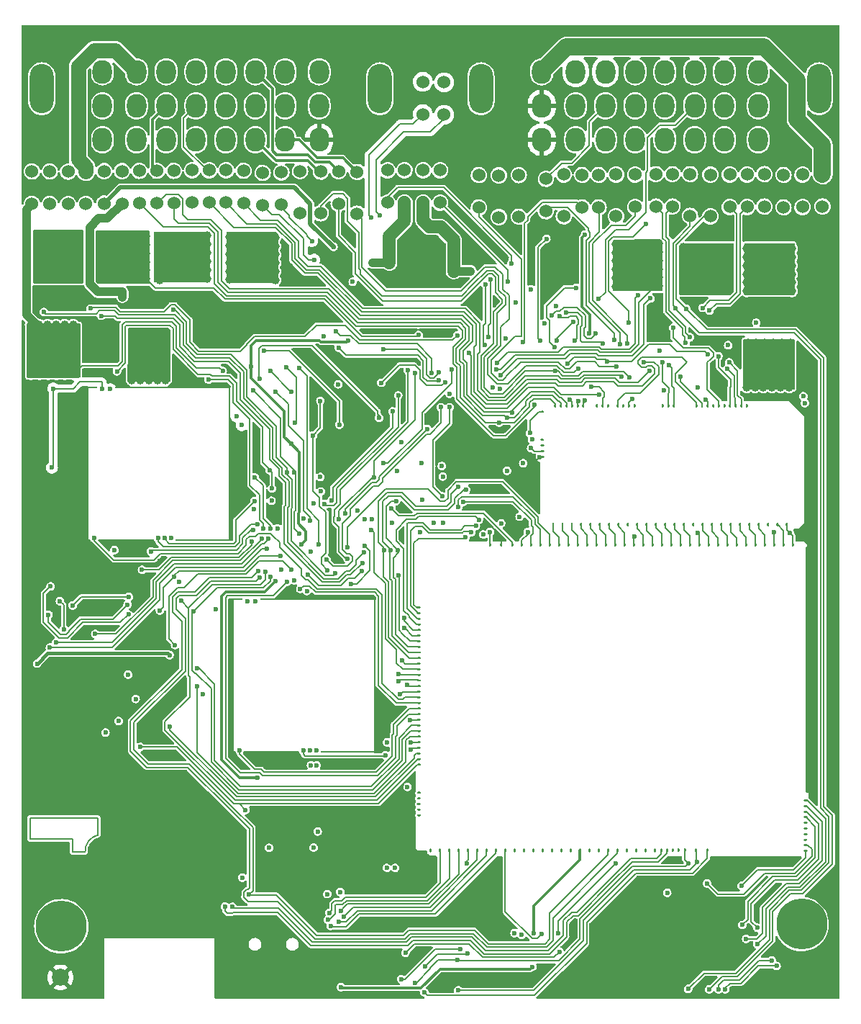
<source format=gbl>
G04 #@! TF.GenerationSoftware,KiCad,Pcbnew,(6.0.1)*
G04 #@! TF.CreationDate,2022-03-14T23:01:44+02:00*
G04 #@! TF.ProjectId,alphax_4ch,616c7068-6178-45f3-9463-682e6b696361,a*
G04 #@! TF.SameCoordinates,PX141f5e0PYa2cace0*
G04 #@! TF.FileFunction,Copper,L4,Bot*
G04 #@! TF.FilePolarity,Positive*
%FSLAX46Y46*%
G04 Gerber Fmt 4.6, Leading zero omitted, Abs format (unit mm)*
G04 Created by KiCad (PCBNEW (6.0.1)) date 2022-03-14 23:01:44*
%MOMM*%
%LPD*%
G01*
G04 APERTURE LIST*
G04 #@! TA.AperFunction,EtchedComponent*
%ADD10C,0.200000*%
G04 #@! TD*
G04 #@! TA.AperFunction,ComponentPad*
%ADD11C,0.599999*%
G04 #@! TD*
G04 #@! TA.AperFunction,ComponentPad*
%ADD12C,1.524000*%
G04 #@! TD*
G04 #@! TA.AperFunction,ComponentPad*
%ADD13C,6.000000*%
G04 #@! TD*
G04 #@! TA.AperFunction,ComponentPad*
%ADD14O,2.800000X5.800000*%
G04 #@! TD*
G04 #@! TA.AperFunction,ComponentPad*
%ADD15O,2.300000X2.800000*%
G04 #@! TD*
G04 #@! TA.AperFunction,SMDPad,CuDef*
%ADD16R,1.250000X0.250000*%
G04 #@! TD*
G04 #@! TA.AperFunction,SMDPad,CuDef*
%ADD17R,0.350000X0.250000*%
G04 #@! TD*
G04 #@! TA.AperFunction,SMDPad,CuDef*
%ADD18R,6.450000X0.250000*%
G04 #@! TD*
G04 #@! TA.AperFunction,SMDPad,CuDef*
%ADD19R,0.250000X18.200000*%
G04 #@! TD*
G04 #@! TA.AperFunction,SMDPad,CuDef*
%ADD20R,6.500000X0.250000*%
G04 #@! TD*
G04 #@! TA.AperFunction,SMDPad,CuDef*
%ADD21R,13.650000X0.250000*%
G04 #@! TD*
G04 #@! TA.AperFunction,SMDPad,CuDef*
%ADD22C,2.000000*%
G04 #@! TD*
G04 #@! TA.AperFunction,ViaPad*
%ADD23C,0.600000*%
G04 #@! TD*
G04 #@! TA.AperFunction,ViaPad*
%ADD24C,1.000000*%
G04 #@! TD*
G04 #@! TA.AperFunction,Conductor*
%ADD25C,0.200000*%
G04 #@! TD*
G04 #@! TA.AperFunction,Conductor*
%ADD26C,0.300000*%
G04 #@! TD*
G04 #@! TA.AperFunction,Conductor*
%ADD27C,1.000000*%
G04 #@! TD*
G04 #@! TA.AperFunction,Conductor*
%ADD28C,0.203200*%
G04 #@! TD*
G04 #@! TA.AperFunction,Conductor*
%ADD29C,0.400000*%
G04 #@! TD*
G04 #@! TA.AperFunction,Conductor*
%ADD30C,0.500000*%
G04 #@! TD*
G04 #@! TA.AperFunction,Conductor*
%ADD31C,2.000000*%
G04 #@! TD*
G04 #@! TA.AperFunction,Conductor*
%ADD32C,1.800000*%
G04 #@! TD*
G04 #@! TA.AperFunction,Conductor*
%ADD33C,1.500000*%
G04 #@! TD*
G04 APERTURE END LIST*
D10*
G04 #@! TO.C,G3*
X1107713Y21355349D02*
X9107713Y21355349D01*
X6107713Y17355349D02*
X6107713Y18855349D01*
X6107713Y18855349D02*
X1107713Y18855349D01*
X9107713Y21355349D02*
X9107713Y19355349D01*
X6107713Y17355349D02*
X7607713Y17355349D01*
X1107713Y18855349D02*
X1107713Y21355349D01*
X9107713Y19355348D02*
G75*
G03*
X7607713Y17355349I478801J-1921600D01*
G01*
G04 #@! TD*
D11*
G04 #@! TO.P,M4,V1,IGN8*
G04 #@! TO.N,GND*
X84894889Y11474986D03*
G04 #@! TO.P,M4,V2,IGN7*
X86729899Y11049978D03*
G04 #@! TO.P,M4,V3,IGN6*
X84679891Y10499981D03*
G04 #@! TO.P,M4,V4,IGN5*
X84894886Y9625022D03*
G04 #@! TO.P,M4,V5,IGN4*
G04 #@! TO.N,/IGN4*
X84969893Y8774999D03*
G04 #@! TO.P,M4,V6,IGN3*
G04 #@! TO.N,/IGN3*
X86729899Y8449983D03*
G04 #@! TO.P,M4,V7,IGN2*
G04 #@! TO.N,/IGN2*
X85419899Y7150016D03*
G04 #@! TO.P,M4,V8,IGN1*
G04 #@! TO.N,/IGN1*
X86729899Y6499999D03*
G04 #@! TO.P,M4,V9,VCC*
G04 #@! TO.N,+5V_IGN*
X80804884Y13675002D03*
G04 #@! TO.P,M4,V10,V33*
G04 #@! TO.N,+3V3_IGN*
X84879890Y13375000D03*
G04 #@! TD*
D12*
G04 #@! TO.P,R8,1,1*
G04 #@! TO.N,/CAN-*
X76750000Y93245000D03*
G04 #@! TO.P,R8,2,2*
G04 #@! TO.N,/C6*
X76750000Y97055000D03*
G04 #@! TD*
D13*
G04 #@! TO.P,J8,1,Pin_1*
G04 #@! TO.N,unconnected-(J8-Pad1)*
X4803000Y8619000D03*
G04 #@! TD*
D12*
G04 #@! TO.P,R59,1,1*
G04 #@! TO.N,/E8*
X45200000Y97505000D03*
G04 #@! TO.P,R59,2,2*
G04 #@! TO.N,/OUT_ETB-*
X45200000Y93695000D03*
G04 #@! TD*
G04 #@! TO.P,R9,1,1*
G04 #@! TO.N,/CAN+*
X74800000Y93245000D03*
G04 #@! TO.P,R9,2,2*
G04 #@! TO.N,/C5*
X74800000Y97055000D03*
G04 #@! TD*
G04 #@! TO.P,R68,1,1*
G04 #@! TO.N,/IN_TPS2*
X24200000Y93695000D03*
G04 #@! TO.P,R68,2,2*
G04 #@! TO.N,/D4*
X24200000Y97505000D03*
G04 #@! TD*
G04 #@! TO.P,F4,1,1*
G04 #@! TO.N,/A3*
X63950000Y97000000D03*
G04 #@! TO.P,F4,2,2*
G04 #@! TO.N,/OUT_PUMP_RELAY*
X63950000Y92100000D03*
G04 #@! TD*
G04 #@! TO.P,M5,E1,GND*
G04 #@! TO.N,GND*
G04 #@! TA.AperFunction,SMDPad,CuDef*
G36*
G01*
X61299998Y63946477D02*
X61549998Y63946477D01*
G75*
G02*
X61674998Y63821477I0J-125000D01*
G01*
X61674998Y63821477D01*
G75*
G02*
X61549998Y63696477I-125000J0D01*
G01*
X61299998Y63696477D01*
G75*
G02*
X61174998Y63821477I0J125000D01*
G01*
X61174998Y63821477D01*
G75*
G02*
X61299998Y63946477I125000J0D01*
G01*
G37*
G04 #@! TD.AperFunction*
G04 #@! TO.P,M5,E2,V5*
G04 #@! TO.N,+5V*
G04 #@! TA.AperFunction,SMDPad,CuDef*
G36*
G01*
X61299998Y64606478D02*
X61549998Y64606478D01*
G75*
G02*
X61674998Y64481478I0J-125000D01*
G01*
X61674998Y64481478D01*
G75*
G02*
X61549998Y64356478I-125000J0D01*
G01*
X61299998Y64356478D01*
G75*
G02*
X61174998Y64481478I0J125000D01*
G01*
X61174998Y64481478D01*
G75*
G02*
X61299998Y64606478I125000J0D01*
G01*
G37*
G04 #@! TD.AperFunction*
G04 #@! TO.P,M5,E3,WBO_O2S2*
G04 #@! TO.N,unconnected-(M5-PadE3)*
G04 #@! TA.AperFunction,SMDPad,CuDef*
G36*
G01*
X61299998Y65266479D02*
X61549998Y65266479D01*
G75*
G02*
X61674998Y65141479I0J-125000D01*
G01*
X61674998Y65141479D01*
G75*
G02*
X61549998Y65016479I-125000J0D01*
G01*
X61299998Y65016479D01*
G75*
G02*
X61174998Y65141479I0J125000D01*
G01*
X61174998Y65141479D01*
G75*
G02*
X61299998Y65266479I125000J0D01*
G01*
G37*
G04 #@! TD.AperFunction*
G04 #@! TO.P,M5,E4,WBO_O2S*
G04 #@! TO.N,unconnected-(M5-PadE4)*
G04 #@! TA.AperFunction,SMDPad,CuDef*
G36*
G01*
X61299998Y65926480D02*
X61549998Y65926480D01*
G75*
G02*
X61674998Y65801480I0J-125000D01*
G01*
X61674998Y65801480D01*
G75*
G02*
X61549998Y65676480I-125000J0D01*
G01*
X61299998Y65676480D01*
G75*
G02*
X61174998Y65801480I0J125000D01*
G01*
X61174998Y65801480D01*
G75*
G02*
X61299998Y65926480I125000J0D01*
G01*
G37*
G04 #@! TD.AperFunction*
G04 #@! TO.P,M5,E5,V5A*
G04 #@! TO.N,+5VA*
G04 #@! TA.AperFunction,SMDPad,CuDef*
G36*
G01*
X61299998Y69226487D02*
X61549998Y69226487D01*
G75*
G02*
X61674998Y69101487I0J-125000D01*
G01*
X61674998Y69101487D01*
G75*
G02*
X61549998Y68976487I-125000J0D01*
G01*
X61299998Y68976487D01*
G75*
G02*
X61174998Y69101487I0J125000D01*
G01*
X61174998Y69101487D01*
G75*
G02*
X61299998Y69226487I125000J0D01*
G01*
G37*
G04 #@! TD.AperFunction*
G04 #@! TO.P,M5,N1,V5A*
G04 #@! TA.AperFunction,SMDPad,CuDef*
G36*
G01*
X90070000Y55727684D02*
X90070000Y55977684D01*
G75*
G02*
X90195000Y56102684I125000J0D01*
G01*
X90195000Y56102684D01*
G75*
G02*
X90320000Y55977684I0J-125000D01*
G01*
X90320000Y55727684D01*
G75*
G02*
X90195000Y55602684I-125000J0D01*
G01*
X90195000Y55602684D01*
G75*
G02*
X90070000Y55727684I0J125000D01*
G01*
G37*
G04 #@! TD.AperFunction*
G04 #@! TO.P,M5,N2,GNDA*
G04 #@! TO.N,GNDA*
G04 #@! TA.AperFunction,SMDPad,CuDef*
G36*
G01*
X89219996Y55977684D02*
X89219996Y55727684D01*
G75*
G02*
X89094996Y55602684I-125000J0D01*
G01*
X89094996Y55602684D01*
G75*
G02*
X88969996Y55727684I0J125000D01*
G01*
X88969996Y55977684D01*
G75*
G02*
X89094996Y56102684I125000J0D01*
G01*
X89094996Y56102684D01*
G75*
G02*
X89219996Y55977684I0J-125000D01*
G01*
G37*
G04 #@! TD.AperFunction*
G04 #@! TO.P,M5,N3,RES2*
G04 #@! TO.N,unconnected-(M5-PadN3)*
G04 #@! TA.AperFunction,SMDPad,CuDef*
G36*
G01*
X88119995Y55977684D02*
X88119995Y55727684D01*
G75*
G02*
X87994995Y55602684I-125000J0D01*
G01*
X87994995Y55602684D01*
G75*
G02*
X87869995Y55727684I0J125000D01*
G01*
X87869995Y55977684D01*
G75*
G02*
X87994995Y56102684I125000J0D01*
G01*
X87994995Y56102684D01*
G75*
G02*
X88119995Y55977684I0J-125000D01*
G01*
G37*
G04 #@! TD.AperFunction*
G04 #@! TO.P,M5,N4,O2S2*
G04 #@! TO.N,/AFR*
G04 #@! TA.AperFunction,SMDPad,CuDef*
G36*
G01*
X87019998Y55977684D02*
X87019998Y55727684D01*
G75*
G02*
X86894998Y55602684I-125000J0D01*
G01*
X86894998Y55602684D01*
G75*
G02*
X86769998Y55727684I0J125000D01*
G01*
X86769998Y55977684D01*
G75*
G02*
X86894998Y56102684I125000J0D01*
G01*
X86894998Y56102684D01*
G75*
G02*
X87019998Y55977684I0J-125000D01*
G01*
G37*
G04 #@! TD.AperFunction*
G04 #@! TO.P,M5,N5,PPS*
G04 #@! TO.N,/PPS1*
G04 #@! TA.AperFunction,SMDPad,CuDef*
G36*
G01*
X85920000Y55977684D02*
X85920000Y55727684D01*
G75*
G02*
X85795000Y55602684I-125000J0D01*
G01*
X85795000Y55602684D01*
G75*
G02*
X85670000Y55727684I0J125000D01*
G01*
X85670000Y55977684D01*
G75*
G02*
X85795000Y56102684I125000J0D01*
G01*
X85795000Y56102684D01*
G75*
G02*
X85920000Y55977684I0J-125000D01*
G01*
G37*
G04 #@! TD.AperFunction*
G04 #@! TO.P,M5,N6,RES1*
G04 #@! TO.N,/CAM_VR*
G04 #@! TA.AperFunction,SMDPad,CuDef*
G36*
G01*
X84820002Y55977684D02*
X84820002Y55727684D01*
G75*
G02*
X84695002Y55602684I-125000J0D01*
G01*
X84695002Y55602684D01*
G75*
G02*
X84570002Y55727684I0J125000D01*
G01*
X84570002Y55977684D01*
G75*
G02*
X84695002Y56102684I125000J0D01*
G01*
X84695002Y56102684D01*
G75*
G02*
X84820002Y55977684I0J-125000D01*
G01*
G37*
G04 #@! TD.AperFunction*
G04 #@! TO.P,M5,N7,AUX4*
G04 #@! TO.N,/FLEX*
G04 #@! TA.AperFunction,SMDPad,CuDef*
G36*
G01*
X83720004Y55977684D02*
X83720004Y55727684D01*
G75*
G02*
X83595004Y55602684I-125000J0D01*
G01*
X83595004Y55602684D01*
G75*
G02*
X83470004Y55727684I0J125000D01*
G01*
X83470004Y55977684D01*
G75*
G02*
X83595004Y56102684I125000J0D01*
G01*
X83595004Y56102684D01*
G75*
G02*
X83720004Y55977684I0J-125000D01*
G01*
G37*
G04 #@! TD.AperFunction*
G04 #@! TO.P,M5,N8,AUX3*
G04 #@! TO.N,Net-(M5-PadN8)*
G04 #@! TA.AperFunction,SMDPad,CuDef*
G36*
G01*
X82620006Y55977684D02*
X82620006Y55727684D01*
G75*
G02*
X82495006Y55602684I-125000J0D01*
G01*
X82495006Y55602684D01*
G75*
G02*
X82370006Y55727684I0J125000D01*
G01*
X82370006Y55977684D01*
G75*
G02*
X82495006Y56102684I125000J0D01*
G01*
X82495006Y56102684D01*
G75*
G02*
X82620006Y55977684I0J-125000D01*
G01*
G37*
G04 #@! TD.AperFunction*
G04 #@! TO.P,M5,N9,AUX2*
G04 #@! TO.N,/PPS2*
G04 #@! TA.AperFunction,SMDPad,CuDef*
G36*
G01*
X81520009Y55977684D02*
X81520009Y55727684D01*
G75*
G02*
X81395009Y55602684I-125000J0D01*
G01*
X81395009Y55602684D01*
G75*
G02*
X81270009Y55727684I0J125000D01*
G01*
X81270009Y55977684D01*
G75*
G02*
X81395009Y56102684I125000J0D01*
G01*
X81395009Y56102684D01*
G75*
G02*
X81520009Y55977684I0J-125000D01*
G01*
G37*
G04 #@! TD.AperFunction*
G04 #@! TO.P,M5,N10,AUX1*
G04 #@! TO.N,/TPS2*
G04 #@! TA.AperFunction,SMDPad,CuDef*
G36*
G01*
X80420011Y55977684D02*
X80420011Y55727684D01*
G75*
G02*
X80295011Y55602684I-125000J0D01*
G01*
X80295011Y55602684D01*
G75*
G02*
X80170011Y55727684I0J125000D01*
G01*
X80170011Y55977684D01*
G75*
G02*
X80295011Y56102684I125000J0D01*
G01*
X80295011Y56102684D01*
G75*
G02*
X80420011Y55977684I0J-125000D01*
G01*
G37*
G04 #@! TD.AperFunction*
G04 #@! TO.P,M5,N11,RES3*
G04 #@! TO.N,unconnected-(M5-PadN11)*
G04 #@! TA.AperFunction,SMDPad,CuDef*
G36*
G01*
X79320013Y55977684D02*
X79320013Y55727684D01*
G75*
G02*
X79195013Y55602684I-125000J0D01*
G01*
X79195013Y55602684D01*
G75*
G02*
X79070013Y55727684I0J125000D01*
G01*
X79070013Y55977684D01*
G75*
G02*
X79195013Y56102684I125000J0D01*
G01*
X79195013Y56102684D01*
G75*
G02*
X79320013Y55977684I0J-125000D01*
G01*
G37*
G04 #@! TD.AperFunction*
G04 #@! TO.P,M5,N12,MAP3*
G04 #@! TO.N,/MAP2*
G04 #@! TA.AperFunction,SMDPad,CuDef*
G36*
G01*
X78220015Y55977684D02*
X78220015Y55727684D01*
G75*
G02*
X78095015Y55602684I-125000J0D01*
G01*
X78095015Y55602684D01*
G75*
G02*
X77970015Y55727684I0J125000D01*
G01*
X77970015Y55977684D01*
G75*
G02*
X78095015Y56102684I125000J0D01*
G01*
X78095015Y56102684D01*
G75*
G02*
X78220015Y55977684I0J-125000D01*
G01*
G37*
G04 #@! TD.AperFunction*
G04 #@! TO.P,M5,N13,MAP2*
G04 #@! TO.N,/MAP*
G04 #@! TA.AperFunction,SMDPad,CuDef*
G36*
G01*
X77120017Y55977684D02*
X77120017Y55727684D01*
G75*
G02*
X76995017Y55602684I-125000J0D01*
G01*
X76995017Y55602684D01*
G75*
G02*
X76870017Y55727684I0J125000D01*
G01*
X76870017Y55977684D01*
G75*
G02*
X76995017Y56102684I125000J0D01*
G01*
X76995017Y56102684D01*
G75*
G02*
X77120017Y55977684I0J-125000D01*
G01*
G37*
G04 #@! TD.AperFunction*
G04 #@! TO.P,M5,N14,MAP1*
G04 #@! TO.N,Net-(M5-PadN14)*
G04 #@! TA.AperFunction,SMDPad,CuDef*
G36*
G01*
X76020020Y55977684D02*
X76020020Y55727684D01*
G75*
G02*
X75895020Y55602684I-125000J0D01*
G01*
X75895020Y55602684D01*
G75*
G02*
X75770020Y55727684I0J125000D01*
G01*
X75770020Y55977684D01*
G75*
G02*
X75895020Y56102684I125000J0D01*
G01*
X75895020Y56102684D01*
G75*
G02*
X76020020Y55977684I0J-125000D01*
G01*
G37*
G04 #@! TD.AperFunction*
G04 #@! TO.P,M5,N15,IAT*
G04 #@! TO.N,/IAT*
G04 #@! TA.AperFunction,SMDPad,CuDef*
G36*
G01*
X74920022Y55977684D02*
X74920022Y55727684D01*
G75*
G02*
X74795022Y55602684I-125000J0D01*
G01*
X74795022Y55602684D01*
G75*
G02*
X74670022Y55727684I0J125000D01*
G01*
X74670022Y55977684D01*
G75*
G02*
X74795022Y56102684I125000J0D01*
G01*
X74795022Y56102684D01*
G75*
G02*
X74920022Y55977684I0J-125000D01*
G01*
G37*
G04 #@! TD.AperFunction*
G04 #@! TO.P,M5,N16,CLT*
G04 #@! TO.N,/CLT*
G04 #@! TA.AperFunction,SMDPad,CuDef*
G36*
G01*
X73820024Y55977684D02*
X73820024Y55727684D01*
G75*
G02*
X73695024Y55602684I-125000J0D01*
G01*
X73695024Y55602684D01*
G75*
G02*
X73570024Y55727684I0J125000D01*
G01*
X73570024Y55977684D01*
G75*
G02*
X73695024Y56102684I125000J0D01*
G01*
X73695024Y56102684D01*
G75*
G02*
X73820024Y55977684I0J-125000D01*
G01*
G37*
G04 #@! TD.AperFunction*
G04 #@! TO.P,M5,N17,TPS*
G04 #@! TO.N,/TPS1*
G04 #@! TA.AperFunction,SMDPad,CuDef*
G36*
G01*
X72720026Y55977684D02*
X72720026Y55727684D01*
G75*
G02*
X72595026Y55602684I-125000J0D01*
G01*
X72595026Y55602684D01*
G75*
G02*
X72470026Y55727684I0J125000D01*
G01*
X72470026Y55977684D01*
G75*
G02*
X72595026Y56102684I125000J0D01*
G01*
X72595026Y56102684D01*
G75*
G02*
X72720026Y55977684I0J-125000D01*
G01*
G37*
G04 #@! TD.AperFunction*
G04 #@! TO.P,M5,N18,O2S*
G04 #@! TO.N,unconnected-(M5-PadN18)*
G04 #@! TA.AperFunction,SMDPad,CuDef*
G36*
G01*
X71620028Y55977684D02*
X71620028Y55727684D01*
G75*
G02*
X71495028Y55602684I-125000J0D01*
G01*
X71495028Y55602684D01*
G75*
G02*
X71370028Y55727684I0J125000D01*
G01*
X71370028Y55977684D01*
G75*
G02*
X71495028Y56102684I125000J0D01*
G01*
X71495028Y56102684D01*
G75*
G02*
X71620028Y55977684I0J-125000D01*
G01*
G37*
G04 #@! TD.AperFunction*
G04 #@! TO.P,M5,N19,CAM*
G04 #@! TO.N,/CAM_HALL*
G04 #@! TA.AperFunction,SMDPad,CuDef*
G36*
G01*
X70520031Y55977684D02*
X70520031Y55727684D01*
G75*
G02*
X70395031Y55602684I-125000J0D01*
G01*
X70395031Y55602684D01*
G75*
G02*
X70270031Y55727684I0J125000D01*
G01*
X70270031Y55977684D01*
G75*
G02*
X70395031Y56102684I125000J0D01*
G01*
X70395031Y56102684D01*
G75*
G02*
X70520031Y55977684I0J-125000D01*
G01*
G37*
G04 #@! TD.AperFunction*
G04 #@! TO.P,M5,N20,VSS*
G04 #@! TO.N,/2STEP*
G04 #@! TA.AperFunction,SMDPad,CuDef*
G36*
G01*
X69420033Y55977684D02*
X69420033Y55727684D01*
G75*
G02*
X69295033Y55602684I-125000J0D01*
G01*
X69295033Y55602684D01*
G75*
G02*
X69170033Y55727684I0J125000D01*
G01*
X69170033Y55977684D01*
G75*
G02*
X69295033Y56102684I125000J0D01*
G01*
X69295033Y56102684D01*
G75*
G02*
X69420033Y55977684I0J-125000D01*
G01*
G37*
G04 #@! TD.AperFunction*
G04 #@! TO.P,M5,N21,CRANK*
G04 #@! TO.N,/CRANK*
G04 #@! TA.AperFunction,SMDPad,CuDef*
G36*
G01*
X68320035Y55977684D02*
X68320035Y55727684D01*
G75*
G02*
X68195035Y55602684I-125000J0D01*
G01*
X68195035Y55602684D01*
G75*
G02*
X68070035Y55727684I0J125000D01*
G01*
X68070035Y55977684D01*
G75*
G02*
X68195035Y56102684I125000J0D01*
G01*
X68195035Y56102684D01*
G75*
G02*
X68320035Y55977684I0J-125000D01*
G01*
G37*
G04 #@! TD.AperFunction*
G04 #@! TO.P,M5,N22,KNOCK*
G04 #@! TO.N,Net-(M5-PadN22)*
G04 #@! TA.AperFunction,SMDPad,CuDef*
G36*
G01*
X67220037Y55977684D02*
X67220037Y55727684D01*
G75*
G02*
X67095037Y55602684I-125000J0D01*
G01*
X67095037Y55602684D01*
G75*
G02*
X66970037Y55727684I0J125000D01*
G01*
X66970037Y55977684D01*
G75*
G02*
X67095037Y56102684I125000J0D01*
G01*
X67095037Y56102684D01*
G75*
G02*
X67220037Y55977684I0J-125000D01*
G01*
G37*
G04 #@! TD.AperFunction*
G04 #@! TO.P,M5,N23,SENS4*
G04 #@! TO.N,/DIG5*
G04 #@! TA.AperFunction,SMDPad,CuDef*
G36*
G01*
X66120039Y55977684D02*
X66120039Y55727684D01*
G75*
G02*
X65995039Y55602684I-125000J0D01*
G01*
X65995039Y55602684D01*
G75*
G02*
X65870039Y55727684I0J125000D01*
G01*
X65870039Y55977684D01*
G75*
G02*
X65995039Y56102684I125000J0D01*
G01*
X65995039Y56102684D01*
G75*
G02*
X66120039Y55977684I0J-125000D01*
G01*
G37*
G04 #@! TD.AperFunction*
G04 #@! TO.P,M5,N24,SENS3*
G04 #@! TO.N,/DIG4*
G04 #@! TA.AperFunction,SMDPad,CuDef*
G36*
G01*
X65020042Y55977684D02*
X65020042Y55727684D01*
G75*
G02*
X64895042Y55602684I-125000J0D01*
G01*
X64895042Y55602684D01*
G75*
G02*
X64770042Y55727684I0J125000D01*
G01*
X64770042Y55977684D01*
G75*
G02*
X64895042Y56102684I125000J0D01*
G01*
X64895042Y56102684D01*
G75*
G02*
X65020042Y55977684I0J-125000D01*
G01*
G37*
G04 #@! TD.AperFunction*
G04 #@! TO.P,M5,N25,SENS2*
G04 #@! TO.N,/DIG3*
G04 #@! TA.AperFunction,SMDPad,CuDef*
G36*
G01*
X63920044Y55977684D02*
X63920044Y55727684D01*
G75*
G02*
X63795044Y55602684I-125000J0D01*
G01*
X63795044Y55602684D01*
G75*
G02*
X63670044Y55727684I0J125000D01*
G01*
X63670044Y55977684D01*
G75*
G02*
X63795044Y56102684I125000J0D01*
G01*
X63795044Y56102684D01*
G75*
G02*
X63920044Y55977684I0J-125000D01*
G01*
G37*
G04 #@! TD.AperFunction*
G04 #@! TO.P,M5,N26,SENS1*
G04 #@! TO.N,/DIG2*
G04 #@! TA.AperFunction,SMDPad,CuDef*
G36*
G01*
X62820046Y55977684D02*
X62820046Y55727684D01*
G75*
G02*
X62695046Y55602684I-125000J0D01*
G01*
X62695046Y55602684D01*
G75*
G02*
X62570046Y55727684I0J125000D01*
G01*
X62570046Y55977684D01*
G75*
G02*
X62695046Y56102684I125000J0D01*
G01*
X62695046Y56102684D01*
G75*
G02*
X62820046Y55977684I0J-125000D01*
G01*
G37*
G04 #@! TD.AperFunction*
G04 #@! TO.P,M5,S1,IN_SENS1*
G04 #@! TO.N,/IN_D2*
G04 #@! TA.AperFunction,SMDPad,CuDef*
G36*
G01*
X63070990Y69939683D02*
X63070990Y69689683D01*
G75*
G02*
X62945990Y69564683I-125000J0D01*
G01*
X62945990Y69564683D01*
G75*
G02*
X62820990Y69689683I0J125000D01*
G01*
X62820990Y69939683D01*
G75*
G02*
X62945990Y70064683I125000J0D01*
G01*
X62945990Y70064683D01*
G75*
G02*
X63070990Y69939683I0J-125000D01*
G01*
G37*
G04 #@! TD.AperFunction*
G04 #@! TO.P,M5,S2,IN_SENS2*
G04 #@! TO.N,/IN_D3*
G04 #@! TA.AperFunction,SMDPad,CuDef*
G36*
G01*
X63730992Y69939683D02*
X63730992Y69689683D01*
G75*
G02*
X63605992Y69564683I-125000J0D01*
G01*
X63605992Y69564683D01*
G75*
G02*
X63480992Y69689683I0J125000D01*
G01*
X63480992Y69939683D01*
G75*
G02*
X63605992Y70064683I125000J0D01*
G01*
X63605992Y70064683D01*
G75*
G02*
X63730992Y69939683I0J-125000D01*
G01*
G37*
G04 #@! TD.AperFunction*
G04 #@! TO.P,M5,S3,IN_SENS3*
G04 #@! TO.N,/IN_D4*
G04 #@! TA.AperFunction,SMDPad,CuDef*
G36*
G01*
X64390993Y69939683D02*
X64390993Y69689683D01*
G75*
G02*
X64265993Y69564683I-125000J0D01*
G01*
X64265993Y69564683D01*
G75*
G02*
X64140993Y69689683I0J125000D01*
G01*
X64140993Y69939683D01*
G75*
G02*
X64265993Y70064683I125000J0D01*
G01*
X64265993Y70064683D01*
G75*
G02*
X64390993Y69939683I0J-125000D01*
G01*
G37*
G04 #@! TD.AperFunction*
G04 #@! TO.P,M5,S4,IN_SENS4*
G04 #@! TO.N,/IN_D5*
G04 #@! TA.AperFunction,SMDPad,CuDef*
G36*
G01*
X65050994Y69939683D02*
X65050994Y69689683D01*
G75*
G02*
X64925994Y69564683I-125000J0D01*
G01*
X64925994Y69564683D01*
G75*
G02*
X64800994Y69689683I0J125000D01*
G01*
X64800994Y69939683D01*
G75*
G02*
X64925994Y70064683I125000J0D01*
G01*
X64925994Y70064683D01*
G75*
G02*
X65050994Y69939683I0J-125000D01*
G01*
G37*
G04 #@! TD.AperFunction*
G04 #@! TO.P,M5,S5,IN_CAM*
G04 #@! TO.N,/IN_CAM_HALL*
G04 #@! TA.AperFunction,SMDPad,CuDef*
G36*
G01*
X65710995Y69939683D02*
X65710995Y69689683D01*
G75*
G02*
X65585995Y69564683I-125000J0D01*
G01*
X65585995Y69564683D01*
G75*
G02*
X65460995Y69689683I0J125000D01*
G01*
X65460995Y69939683D01*
G75*
G02*
X65585995Y70064683I125000J0D01*
G01*
X65585995Y70064683D01*
G75*
G02*
X65710995Y69939683I0J-125000D01*
G01*
G37*
G04 #@! TD.AperFunction*
G04 #@! TO.P,M5,S6,IN_VSS*
G04 #@! TO.N,/IN_2STEP*
G04 #@! TA.AperFunction,SMDPad,CuDef*
G36*
G01*
X66370997Y69939683D02*
X66370997Y69689683D01*
G75*
G02*
X66245997Y69564683I-125000J0D01*
G01*
X66245997Y69564683D01*
G75*
G02*
X66120997Y69689683I0J125000D01*
G01*
X66120997Y69939683D01*
G75*
G02*
X66245997Y70064683I125000J0D01*
G01*
X66245997Y70064683D01*
G75*
G02*
X66370997Y69939683I0J-125000D01*
G01*
G37*
G04 #@! TD.AperFunction*
G04 #@! TO.P,M5,S7,IN_KNOCK*
G04 #@! TO.N,unconnected-(M5-PadS7)*
G04 #@! TA.AperFunction,SMDPad,CuDef*
G36*
G01*
X67971994Y69939683D02*
X67971994Y69689683D01*
G75*
G02*
X67846994Y69564683I-125000J0D01*
G01*
X67846994Y69564683D01*
G75*
G02*
X67721994Y69689683I0J125000D01*
G01*
X67721994Y69939683D01*
G75*
G02*
X67846994Y70064683I125000J0D01*
G01*
X67846994Y70064683D01*
G75*
G02*
X67971994Y69939683I0J-125000D01*
G01*
G37*
G04 #@! TD.AperFunction*
G04 #@! TO.P,M5,S8,IN_CRANK*
G04 #@! TO.N,/IN_CRANK*
G04 #@! TA.AperFunction,SMDPad,CuDef*
G36*
G01*
X68631995Y69939683D02*
X68631995Y69689683D01*
G75*
G02*
X68506995Y69564683I-125000J0D01*
G01*
X68506995Y69564683D01*
G75*
G02*
X68381995Y69689683I0J125000D01*
G01*
X68381995Y69939683D01*
G75*
G02*
X68506995Y70064683I125000J0D01*
G01*
X68506995Y70064683D01*
G75*
G02*
X68631995Y69939683I0J-125000D01*
G01*
G37*
G04 #@! TD.AperFunction*
G04 #@! TO.P,M5,S9,IN_O2S*
G04 #@! TO.N,unconnected-(M5-PadS9)*
G04 #@! TA.AperFunction,SMDPad,CuDef*
G36*
G01*
X69291997Y69939683D02*
X69291997Y69689683D01*
G75*
G02*
X69166997Y69564683I-125000J0D01*
G01*
X69166997Y69564683D01*
G75*
G02*
X69041997Y69689683I0J125000D01*
G01*
X69041997Y69939683D01*
G75*
G02*
X69166997Y70064683I125000J0D01*
G01*
X69166997Y70064683D01*
G75*
G02*
X69291997Y69939683I0J-125000D01*
G01*
G37*
G04 #@! TD.AperFunction*
G04 #@! TO.P,M5,S10,IN_TPS*
G04 #@! TO.N,/IN_TPS1*
G04 #@! TA.AperFunction,SMDPad,CuDef*
G36*
G01*
X70412896Y69939683D02*
X70412896Y69689683D01*
G75*
G02*
X70287896Y69564683I-125000J0D01*
G01*
X70287896Y69564683D01*
G75*
G02*
X70162896Y69689683I0J125000D01*
G01*
X70162896Y69939683D01*
G75*
G02*
X70287896Y70064683I125000J0D01*
G01*
X70287896Y70064683D01*
G75*
G02*
X70412896Y69939683I0J-125000D01*
G01*
G37*
G04 #@! TD.AperFunction*
G04 #@! TO.P,M5,S11,IN_MAP1*
G04 #@! TO.N,unconnected-(M5-PadS11)*
G04 #@! TA.AperFunction,SMDPad,CuDef*
G36*
G01*
X71072897Y69939683D02*
X71072897Y69689683D01*
G75*
G02*
X70947897Y69564683I-125000J0D01*
G01*
X70947897Y69564683D01*
G75*
G02*
X70822897Y69689683I0J125000D01*
G01*
X70822897Y69939683D01*
G75*
G02*
X70947897Y70064683I125000J0D01*
G01*
X70947897Y70064683D01*
G75*
G02*
X71072897Y69939683I0J-125000D01*
G01*
G37*
G04 #@! TD.AperFunction*
G04 #@! TO.P,M5,S12,IN_MAP2*
G04 #@! TO.N,/IN_MAP2*
G04 #@! TA.AperFunction,SMDPad,CuDef*
G36*
G01*
X71732898Y69939683D02*
X71732898Y69689683D01*
G75*
G02*
X71607898Y69564683I-125000J0D01*
G01*
X71607898Y69564683D01*
G75*
G02*
X71482898Y69689683I0J125000D01*
G01*
X71482898Y69939683D01*
G75*
G02*
X71607898Y70064683I125000J0D01*
G01*
X71607898Y70064683D01*
G75*
G02*
X71732898Y69939683I0J-125000D01*
G01*
G37*
G04 #@! TD.AperFunction*
G04 #@! TO.P,M5,S13,VREF2*
G04 #@! TO.N,unconnected-(M5-PadS13)*
G04 #@! TA.AperFunction,SMDPad,CuDef*
G36*
G01*
X72392900Y69939683D02*
X72392900Y69689683D01*
G75*
G02*
X72267900Y69564683I-125000J0D01*
G01*
X72267900Y69564683D01*
G75*
G02*
X72142900Y69689683I0J125000D01*
G01*
X72142900Y69939683D01*
G75*
G02*
X72267900Y70064683I125000J0D01*
G01*
X72267900Y70064683D01*
G75*
G02*
X72392900Y69939683I0J-125000D01*
G01*
G37*
G04 #@! TD.AperFunction*
G04 #@! TO.P,M5,S14,VREF1*
G04 #@! TO.N,unconnected-(M5-PadS14)*
G04 #@! TA.AperFunction,SMDPad,CuDef*
G36*
G01*
X75718994Y69939683D02*
X75718994Y69689683D01*
G75*
G02*
X75593994Y69564683I-125000J0D01*
G01*
X75593994Y69564683D01*
G75*
G02*
X75468994Y69689683I0J125000D01*
G01*
X75468994Y69939683D01*
G75*
G02*
X75593994Y70064683I125000J0D01*
G01*
X75593994Y70064683D01*
G75*
G02*
X75718994Y69939683I0J-125000D01*
G01*
G37*
G04 #@! TD.AperFunction*
G04 #@! TO.P,M5,S15,IN_CLT*
G04 #@! TO.N,/IN_CLT*
G04 #@! TA.AperFunction,SMDPad,CuDef*
G36*
G01*
X76378995Y69939683D02*
X76378995Y69689683D01*
G75*
G02*
X76253995Y69564683I-125000J0D01*
G01*
X76253995Y69564683D01*
G75*
G02*
X76128995Y69689683I0J125000D01*
G01*
X76128995Y69939683D01*
G75*
G02*
X76253995Y70064683I125000J0D01*
G01*
X76253995Y70064683D01*
G75*
G02*
X76378995Y69939683I0J-125000D01*
G01*
G37*
G04 #@! TD.AperFunction*
G04 #@! TO.P,M5,S16,IN_IAT*
G04 #@! TO.N,/IN_IAT*
G04 #@! TA.AperFunction,SMDPad,CuDef*
G36*
G01*
X77038997Y69939683D02*
X77038997Y69689683D01*
G75*
G02*
X76913997Y69564683I-125000J0D01*
G01*
X76913997Y69564683D01*
G75*
G02*
X76788997Y69689683I0J125000D01*
G01*
X76788997Y69939683D01*
G75*
G02*
X76913997Y70064683I125000J0D01*
G01*
X76913997Y70064683D01*
G75*
G02*
X77038997Y69939683I0J-125000D01*
G01*
G37*
G04 #@! TD.AperFunction*
G04 #@! TO.P,M5,S17,IN_AUX1*
G04 #@! TO.N,/IN_TPS2*
G04 #@! TA.AperFunction,SMDPad,CuDef*
G36*
G01*
X79684988Y69939683D02*
X79684988Y69689683D01*
G75*
G02*
X79559988Y69564683I-125000J0D01*
G01*
X79559988Y69564683D01*
G75*
G02*
X79434988Y69689683I0J125000D01*
G01*
X79434988Y69939683D01*
G75*
G02*
X79559988Y70064683I125000J0D01*
G01*
X79559988Y70064683D01*
G75*
G02*
X79684988Y69939683I0J-125000D01*
G01*
G37*
G04 #@! TD.AperFunction*
G04 #@! TO.P,M5,S18,IN_AUX2*
G04 #@! TO.N,/IN_PPS2*
G04 #@! TA.AperFunction,SMDPad,CuDef*
G36*
G01*
X80344989Y69939683D02*
X80344989Y69689683D01*
G75*
G02*
X80219989Y69564683I-125000J0D01*
G01*
X80219989Y69564683D01*
G75*
G02*
X80094989Y69689683I0J125000D01*
G01*
X80094989Y69939683D01*
G75*
G02*
X80219989Y70064683I125000J0D01*
G01*
X80219989Y70064683D01*
G75*
G02*
X80344989Y69939683I0J-125000D01*
G01*
G37*
G04 #@! TD.AperFunction*
G04 #@! TO.P,M5,S19,IN_MAP3*
G04 #@! TO.N,/IN_MAP3*
G04 #@! TA.AperFunction,SMDPad,CuDef*
G36*
G01*
X81004991Y69939683D02*
X81004991Y69689683D01*
G75*
G02*
X80879991Y69564683I-125000J0D01*
G01*
X80879991Y69564683D01*
G75*
G02*
X80754991Y69689683I0J125000D01*
G01*
X80754991Y69939683D01*
G75*
G02*
X80879991Y70064683I125000J0D01*
G01*
X80879991Y70064683D01*
G75*
G02*
X81004991Y69939683I0J-125000D01*
G01*
G37*
G04 #@! TD.AperFunction*
G04 #@! TO.P,M5,S20,IN_AUX3*
G04 #@! TO.N,unconnected-(M5-PadS20)*
G04 #@! TA.AperFunction,SMDPad,CuDef*
G36*
G01*
X81664992Y69939683D02*
X81664992Y69689683D01*
G75*
G02*
X81539992Y69564683I-125000J0D01*
G01*
X81539992Y69564683D01*
G75*
G02*
X81414992Y69689683I0J125000D01*
G01*
X81414992Y69939683D01*
G75*
G02*
X81539992Y70064683I125000J0D01*
G01*
X81539992Y70064683D01*
G75*
G02*
X81664992Y69939683I0J-125000D01*
G01*
G37*
G04 #@! TD.AperFunction*
G04 #@! TO.P,M5,S21,IN_AUX4*
G04 #@! TO.N,/IN_FLEX*
G04 #@! TA.AperFunction,SMDPad,CuDef*
G36*
G01*
X82324993Y69939683D02*
X82324993Y69689683D01*
G75*
G02*
X82199993Y69564683I-125000J0D01*
G01*
X82199993Y69564683D01*
G75*
G02*
X82074993Y69689683I0J125000D01*
G01*
X82074993Y69939683D01*
G75*
G02*
X82199993Y70064683I125000J0D01*
G01*
X82199993Y70064683D01*
G75*
G02*
X82324993Y69939683I0J-125000D01*
G01*
G37*
G04 #@! TD.AperFunction*
G04 #@! TO.P,M5,S22,IN_RES3*
G04 #@! TO.N,unconnected-(M5-PadS22)*
G04 #@! TA.AperFunction,SMDPad,CuDef*
G36*
G01*
X82984994Y69939683D02*
X82984994Y69689683D01*
G75*
G02*
X82859994Y69564683I-125000J0D01*
G01*
X82859994Y69564683D01*
G75*
G02*
X82734994Y69689683I0J125000D01*
G01*
X82734994Y69939683D01*
G75*
G02*
X82859994Y70064683I125000J0D01*
G01*
X82859994Y70064683D01*
G75*
G02*
X82984994Y69939683I0J-125000D01*
G01*
G37*
G04 #@! TD.AperFunction*
G04 #@! TO.P,M5,S23,IN_RES1*
G04 #@! TO.N,/IN_CAM_VR*
G04 #@! TA.AperFunction,SMDPad,CuDef*
G36*
G01*
X83644996Y69939683D02*
X83644996Y69689683D01*
G75*
G02*
X83519996Y69564683I-125000J0D01*
G01*
X83519996Y69564683D01*
G75*
G02*
X83394996Y69689683I0J125000D01*
G01*
X83394996Y69939683D01*
G75*
G02*
X83519996Y70064683I125000J0D01*
G01*
X83519996Y70064683D01*
G75*
G02*
X83644996Y69939683I0J-125000D01*
G01*
G37*
G04 #@! TD.AperFunction*
G04 #@! TO.P,M5,S24,IN_PPS*
G04 #@! TO.N,/IN_PPS1*
G04 #@! TA.AperFunction,SMDPad,CuDef*
G36*
G01*
X84304997Y69939683D02*
X84304997Y69689683D01*
G75*
G02*
X84179997Y69564683I-125000J0D01*
G01*
X84179997Y69564683D01*
G75*
G02*
X84054997Y69689683I0J125000D01*
G01*
X84054997Y69939683D01*
G75*
G02*
X84179997Y70064683I125000J0D01*
G01*
X84179997Y70064683D01*
G75*
G02*
X84304997Y69939683I0J-125000D01*
G01*
G37*
G04 #@! TD.AperFunction*
G04 #@! TO.P,M5,S25,IN_O2S2*
G04 #@! TO.N,/IN_AFR*
G04 #@! TA.AperFunction,SMDPad,CuDef*
G36*
G01*
X84964998Y69939683D02*
X84964998Y69689683D01*
G75*
G02*
X84839998Y69564683I-125000J0D01*
G01*
X84839998Y69564683D01*
G75*
G02*
X84714998Y69689683I0J125000D01*
G01*
X84714998Y69939683D01*
G75*
G02*
X84839998Y70064683I125000J0D01*
G01*
X84839998Y70064683D01*
G75*
G02*
X84964998Y69939683I0J-125000D01*
G01*
G37*
G04 #@! TD.AperFunction*
G04 #@! TO.P,M5,S26,IN_RES2*
G04 #@! TO.N,unconnected-(M5-PadS26)*
G04 #@! TA.AperFunction,SMDPad,CuDef*
G36*
G01*
X85625000Y69939683D02*
X85625000Y69689683D01*
G75*
G02*
X85500000Y69564683I-125000J0D01*
G01*
X85500000Y69564683D01*
G75*
G02*
X85375000Y69689683I0J125000D01*
G01*
X85375000Y69939683D01*
G75*
G02*
X85500000Y70064683I125000J0D01*
G01*
X85500000Y70064683D01*
G75*
G02*
X85625000Y69939683I0J-125000D01*
G01*
G37*
G04 #@! TD.AperFunction*
G04 #@! TD*
D14*
G04 #@! TO.P,P2,*
G04 #@! TO.N,*
X42300000Y107100000D03*
X2500000Y107100000D03*
D15*
G04 #@! TO.P,P2,1,D1*
G04 #@! TO.N,/D1*
X9650000Y101100000D03*
G04 #@! TO.P,P2,2,D2*
G04 #@! TO.N,/D2*
X13650000Y101100000D03*
G04 #@! TO.P,P2,3,D3*
G04 #@! TO.N,/D3*
X17150000Y101100000D03*
G04 #@! TO.P,P2,4,D4*
G04 #@! TO.N,/D4*
X20650000Y101100000D03*
G04 #@! TO.P,P2,5,D5*
G04 #@! TO.N,/D5*
X24150000Y101100000D03*
G04 #@! TO.P,P2,6,D6*
G04 #@! TO.N,/D6*
X27650000Y101100000D03*
G04 #@! TO.P,P2,7,D7*
G04 #@! TO.N,/D7*
X31150000Y101100000D03*
G04 #@! TO.P,P2,8,D8*
G04 #@! TO.N,GND*
X35150000Y101100000D03*
G04 #@! TO.P,P2,9,E1*
G04 #@! TO.N,/E1*
X9650000Y105100000D03*
G04 #@! TO.P,P2,10,E2*
G04 #@! TO.N,/E2*
X13650000Y105100000D03*
G04 #@! TO.P,P2,11,E3*
G04 #@! TO.N,/E3*
X17150000Y105100000D03*
G04 #@! TO.P,P2,12,E4*
G04 #@! TO.N,/E4*
X20650000Y105100000D03*
G04 #@! TO.P,P2,13,E5*
G04 #@! TO.N,/E5*
X24150000Y105100000D03*
G04 #@! TO.P,P2,14,E6*
G04 #@! TO.N,/E6*
X27650000Y105100000D03*
G04 #@! TO.P,P2,15,E7*
G04 #@! TO.N,/E7*
X31150000Y105100000D03*
G04 #@! TO.P,P2,16,E8*
G04 #@! TO.N,/E8*
X35150000Y105100000D03*
G04 #@! TO.P,P2,17,F1*
G04 #@! TO.N,/F1*
X9650000Y109100000D03*
G04 #@! TO.P,P2,18,F2*
G04 #@! TO.N,/F2*
X13650000Y109100000D03*
G04 #@! TO.P,P2,19,F3*
G04 #@! TO.N,/F3*
X17150000Y109100000D03*
G04 #@! TO.P,P2,20,F4*
G04 #@! TO.N,/F4*
X20650000Y109100000D03*
G04 #@! TO.P,P2,21,F5*
G04 #@! TO.N,/F5*
X24150000Y109100000D03*
G04 #@! TO.P,P2,22,F6*
G04 #@! TO.N,/F6*
X27650000Y109100000D03*
G04 #@! TO.P,P2,23,F7*
G04 #@! TO.N,/F7*
X31150000Y109100000D03*
G04 #@! TO.P,P2,24,F8*
G04 #@! TO.N,/F8*
X35150000Y109100000D03*
G04 #@! TD*
D12*
G04 #@! TO.P,R11,1,1*
G04 #@! TO.N,/IN_CRANK+*
X47350000Y104095000D03*
G04 #@! TO.P,R11,2,2*
G04 #@! TO.N,/C3*
X47350000Y107905000D03*
G04 #@! TD*
G04 #@! TO.P,R6,1,1*
G04 #@! TO.N,/OUT_IDLE1*
X92050000Y93195000D03*
G04 #@! TO.P,R6,2,2*
G04 #@! TO.N,/C8*
X92050000Y97005000D03*
G04 #@! TD*
G04 #@! TO.P,R60,1,1*
G04 #@! TO.N,/IN_FLEX*
X43200000Y93695000D03*
G04 #@! TO.P,R60,2,2*
G04 #@! TO.N,/E7*
X43200000Y97505000D03*
G04 #@! TD*
G04 #@! TO.P,R66,1,1*
G04 #@! TO.N,/OUT_INJ4*
X3450000Y93561701D03*
G04 #@! TO.P,R66,2,2*
G04 #@! TO.N,/E1*
X3450000Y97371701D03*
G04 #@! TD*
G04 #@! TO.P,R17,1,1*
G04 #@! TO.N,/IN_AFR*
X68050000Y93145000D03*
G04 #@! TO.P,R17,2,2*
G04 #@! TO.N,/B4*
X68050000Y96955000D03*
G04 #@! TD*
G04 #@! TO.P,R63,1,1*
G04 #@! TO.N,/IN_D4*
X22200000Y93695000D03*
G04 #@! TO.P,R63,2,2*
G04 #@! TO.N,/E4*
X22200000Y97505000D03*
G04 #@! TD*
G04 #@! TO.P,R16,1,1*
G04 #@! TO.N,/IN_TPS1*
X72350000Y93195000D03*
G04 #@! TO.P,R16,2,2*
G04 #@! TO.N,/B5*
X72350000Y97005000D03*
G04 #@! TD*
G04 #@! TO.P,R70,1,1*
G04 #@! TO.N,/OUT_BOOST*
X11950000Y93595000D03*
G04 #@! TO.P,R70,2,2*
G04 #@! TO.N,/D2*
X11950000Y97405000D03*
G04 #@! TD*
D11*
G04 #@! TO.P,M7,V1,V5*
G04 #@! TO.N,+5V*
X51750003Y5925001D03*
G04 #@! TO.P,M7,V2,CAN_VIO*
G04 #@! TO.N,Net-(M7-PadV2)*
X52625005Y5400001D03*
G04 #@! TO.P,M7,V5,CAN_TX*
G04 #@! TO.N,/CAN_TX*
X51450001Y4650003D03*
G04 #@! TO.P,M7,V6,CAN_RX*
G04 #@! TO.N,/CAN_RX*
X51525004Y1100002D03*
G04 #@! TD*
G04 #@! TO.P,M1,V1,V12*
G04 #@! TO.N,+12V*
X27937888Y26083984D03*
G04 #@! TO.P,M1,V2,VBAT*
G04 #@! TO.N,unconnected-(M1-PadV2)*
X29262892Y17858984D03*
G04 #@! TO.P,M1,V3,IN_VIGN*
G04 #@! TO.N,/IN_VIGN*
X34495386Y17876489D03*
G04 #@! TO.P,M1,V4,V12_PERM*
G04 #@! TO.N,+12V_RAW*
X34987892Y19758985D03*
G04 #@! TO.P,M1,V5,VIGN*
G04 #@! TO.N,/VIGN*
X36112878Y12408992D03*
G04 #@! TD*
G04 #@! TO.P,M3,E1,Thresh_IN*
G04 #@! TO.N,/THRESHOLD_VR_CM*
X25775000Y29300000D03*
G04 #@! TO.P,M3,E2,OUT_A*
G04 #@! TO.N,/VR_ANALOG_CM*
X33275000Y29300000D03*
G04 #@! TO.P,M3,E3,OUT*
G04 #@! TO.N,/IN_CAM_VR*
X34075000Y29300000D03*
G04 #@! TO.P,M3,E4,V5_IN*
G04 #@! TO.N,+5V*
X34875000Y29300000D03*
D16*
G04 #@! TO.P,M3,G,GND*
G04 #@! TO.N,GND*
X25550000Y47050000D03*
D17*
X25100000Y29100000D03*
D18*
X38600000Y29100000D03*
D19*
X25050000Y38075000D03*
D20*
X29525000Y29100000D03*
D21*
X35000000Y47050000D03*
D19*
X41700000Y38075000D03*
D11*
G04 #@! TO.P,M3,W1,VR-*
G04 #@! TO.N,/IN_CAM_VR-*
X27675000Y46825000D03*
G04 #@! TO.P,M3,W2,VR+*
G04 #@! TO.N,/IN_CAM_VR+*
X26675000Y46825000D03*
G04 #@! TD*
D12*
G04 #@! TO.P,R10,1,1*
G04 #@! TO.N,/IN_2STEP*
X66100000Y93145000D03*
G04 #@! TO.P,R10,2,2*
G04 #@! TO.N,/C4*
X66100000Y96955000D03*
G04 #@! TD*
G04 #@! TO.P,R62,1,1*
G04 #@! TO.N,/IN_CAM_VR-*
X28500000Y93395000D03*
G04 #@! TO.P,R62,2,2*
G04 #@! TO.N,/E5*
X28500000Y97205000D03*
G04 #@! TD*
G04 #@! TO.P,R65,1,1*
G04 #@! TO.N,/OUT_NOS*
X9850000Y93595000D03*
G04 #@! TO.P,R65,2,2*
G04 #@! TO.N,/E2*
X9850000Y97405000D03*
G04 #@! TD*
G04 #@! TO.P,F7,1,1*
G04 #@! TO.N,/F5*
X32900000Y97399979D03*
G04 #@! TO.P,F7,2,2*
G04 #@! TO.N,/OUT_MAIN*
X32900000Y92499979D03*
G04 #@! TD*
G04 #@! TO.P,R58,1,1*
G04 #@! TO.N,/OUT_IDLE2*
X1347390Y93561701D03*
G04 #@! TO.P,R58,2,2*
G04 #@! TO.N,/F1*
X1347390Y97371701D03*
G04 #@! TD*
G04 #@! TO.P,R56,1,1*
G04 #@! TO.N,/IN_D5*
X14000000Y93645000D03*
G04 #@! TO.P,R56,2,2*
G04 #@! TO.N,/F3*
X14000000Y97455000D03*
G04 #@! TD*
G04 #@! TO.P,R19,1,1*
G04 #@! TO.N,/IN_MAP2*
X53950000Y93145000D03*
G04 #@! TO.P,R19,2,2*
G04 #@! TO.N,/B2*
X53950000Y96955000D03*
G04 #@! TD*
G04 #@! TO.P,R67,1,1*
G04 #@! TO.N,/IN_PPS1*
X26250000Y93645000D03*
G04 #@! TO.P,R67,2,2*
G04 #@! TO.N,/D5*
X26250000Y97455000D03*
G04 #@! TD*
G04 #@! TO.P,F1,1,1*
G04 #@! TO.N,/A7*
X81196000Y96995000D03*
G04 #@! TO.P,F1,2,2*
G04 #@! TO.N,/OUT_IGN2*
X81196000Y92095000D03*
G04 #@! TD*
G04 #@! TO.P,R14,1,1*
G04 #@! TO.N,/B8*
X89800000Y96955000D03*
G04 #@! TO.P,R14,2,2*
G04 #@! TO.N,/OUT_INJ2*
X89800000Y93145000D03*
G04 #@! TD*
G04 #@! TO.P,R64,1,1*
G04 #@! TO.N,/IN_D3*
X16050000Y93645000D03*
G04 #@! TO.P,R64,2,2*
G04 #@! TO.N,/E3*
X16050000Y97455000D03*
G04 #@! TD*
G04 #@! TO.P,F3,1,1*
G04 #@! TO.N,/A4*
X70100000Y97000000D03*
G04 #@! TO.P,F3,2,2*
G04 #@! TO.N,/OUT_TACH*
X70100000Y92100000D03*
G04 #@! TD*
G04 #@! TO.P,R71,1,1*
G04 #@! TO.N,/OUT_INJ3*
X5600000Y93545000D03*
G04 #@! TO.P,R71,2,2*
G04 #@! TO.N,/D1*
X5600000Y97355000D03*
G04 #@! TD*
G04 #@! TO.P,R61,1,1*
G04 #@! TO.N,/IN_CAM_VR+*
X30700000Y93445000D03*
G04 #@! TO.P,R61,2,2*
G04 #@! TO.N,/E6*
X30700000Y97255000D03*
G04 #@! TD*
D13*
G04 #@! TO.P,J7,1,Pin_1*
G04 #@! TO.N,unconnected-(J7-Pad1)*
X91948000Y8873000D03*
G04 #@! TD*
D12*
G04 #@! TO.P,R69,1,1*
G04 #@! TO.N,/IN_D2*
X18050000Y93645000D03*
G04 #@! TO.P,R69,2,2*
G04 #@! TO.N,/D3*
X18050000Y97455000D03*
G04 #@! TD*
G04 #@! TO.P,R55,1,1*
G04 #@! TO.N,/OUT_VVT2*
X20200000Y93695000D03*
G04 #@! TO.P,R55,2,2*
G04 #@! TO.N,/F4*
X20200000Y97505000D03*
G04 #@! TD*
G04 #@! TO.P,F8,1,1*
G04 #@! TO.N,/D7*
X39600000Y97299979D03*
G04 #@! TO.P,F8,2,2*
G04 #@! TO.N,/OUT_IGN4*
X39600000Y92399979D03*
G04 #@! TD*
G04 #@! TO.P,R54,1,1*
G04 #@! TO.N,/IN_PPS2*
X37450000Y93595000D03*
G04 #@! TO.P,R54,2,2*
G04 #@! TO.N,/F6*
X37450000Y97405000D03*
G04 #@! TD*
G04 #@! TO.P,R52,1,1*
G04 #@! TO.N,/OUT_ETB+*
X47400000Y93695000D03*
G04 #@! TO.P,R52,2,2*
G04 #@! TO.N,/F8*
X47400000Y97505000D03*
G04 #@! TD*
G04 #@! TO.P,M6,E1,SPI1_SCK*
G04 #@! TO.N,unconnected-(M6-PadE1)*
G04 #@! TA.AperFunction,SMDPad,CuDef*
G36*
G01*
X46760503Y21803625D02*
X47010503Y21803625D01*
G75*
G02*
X47135503Y21678625I0J-125000D01*
G01*
X47135503Y21678625D01*
G75*
G02*
X47010503Y21553625I-125000J0D01*
G01*
X46760503Y21553625D01*
G75*
G02*
X46635503Y21678625I0J125000D01*
G01*
X46635503Y21678625D01*
G75*
G02*
X46760503Y21803625I125000J0D01*
G01*
G37*
G04 #@! TD.AperFunction*
G04 #@! TO.P,M6,E2,SPI1_MISO*
G04 #@! TO.N,unconnected-(M6-PadE2)*
G04 #@! TA.AperFunction,SMDPad,CuDef*
G36*
G01*
X47010503Y22213623D02*
X46760503Y22213623D01*
G75*
G02*
X46635503Y22338623I0J125000D01*
G01*
X46635503Y22338623D01*
G75*
G02*
X46760503Y22463623I125000J0D01*
G01*
X47010503Y22463623D01*
G75*
G02*
X47135503Y22338623I0J-125000D01*
G01*
X47135503Y22338623D01*
G75*
G02*
X47010503Y22213623I-125000J0D01*
G01*
G37*
G04 #@! TD.AperFunction*
G04 #@! TO.P,M6,E3,SPI1_MOSI*
G04 #@! TO.N,unconnected-(M6-PadE3)*
G04 #@! TA.AperFunction,SMDPad,CuDef*
G36*
G01*
X47010503Y22873628D02*
X46760503Y22873628D01*
G75*
G02*
X46635503Y22998628I0J125000D01*
G01*
X46635503Y22998628D01*
G75*
G02*
X46760503Y23123628I125000J0D01*
G01*
X47010503Y23123628D01*
G75*
G02*
X47135503Y22998628I0J-125000D01*
G01*
X47135503Y22998628D01*
G75*
G02*
X47010503Y22873628I-125000J0D01*
G01*
G37*
G04 #@! TD.AperFunction*
G04 #@! TO.P,M6,E4,SPI1_CS1*
G04 #@! TO.N,unconnected-(M6-PadE4)*
G04 #@! TA.AperFunction,SMDPad,CuDef*
G36*
G01*
X47010503Y23533623D02*
X46760503Y23533623D01*
G75*
G02*
X46635503Y23658623I0J125000D01*
G01*
X46635503Y23658623D01*
G75*
G02*
X46760503Y23783623I125000J0D01*
G01*
X47010503Y23783623D01*
G75*
G02*
X47135503Y23658623I0J-125000D01*
G01*
X47135503Y23658623D01*
G75*
G02*
X47010503Y23533623I-125000J0D01*
G01*
G37*
G04 #@! TD.AperFunction*
G04 #@! TO.P,M6,E5,SPI1_CS2*
G04 #@! TO.N,unconnected-(M6-PadE5)*
G04 #@! TA.AperFunction,SMDPad,CuDef*
G36*
G01*
X47010503Y24193625D02*
X46760503Y24193625D01*
G75*
G02*
X46635503Y24318625I0J125000D01*
G01*
X46635503Y24318625D01*
G75*
G02*
X46760503Y24443625I125000J0D01*
G01*
X47010503Y24443625D01*
G75*
G02*
X47135503Y24318625I0J-125000D01*
G01*
X47135503Y24318625D01*
G75*
G02*
X47010503Y24193625I-125000J0D01*
G01*
G37*
G04 #@! TD.AperFunction*
G04 #@! TO.P,M6,E6,OUT_IO3*
G04 #@! TO.N,/PWR_EN*
G04 #@! TA.AperFunction,SMDPad,CuDef*
G36*
G01*
X47010503Y27493626D02*
X46760503Y27493626D01*
G75*
G02*
X46635503Y27618626I0J125000D01*
G01*
X46635503Y27618626D01*
G75*
G02*
X46760503Y27743626I125000J0D01*
G01*
X47010503Y27743626D01*
G75*
G02*
X47135503Y27618626I0J-125000D01*
G01*
X47135503Y27618626D01*
G75*
G02*
X47010503Y27493626I-125000J0D01*
G01*
G37*
G04 #@! TD.AperFunction*
G04 #@! TO.P,M6,E7,OUT_IO5*
G04 #@! TO.N,/CRANK_N_PULLUP*
G04 #@! TA.AperFunction,SMDPad,CuDef*
G36*
G01*
X47010503Y28153627D02*
X46760503Y28153627D01*
G75*
G02*
X46635503Y28278627I0J125000D01*
G01*
X46635503Y28278627D01*
G75*
G02*
X46760503Y28403627I125000J0D01*
G01*
X47010503Y28403627D01*
G75*
G02*
X47135503Y28278627I0J-125000D01*
G01*
X47135503Y28278627D01*
G75*
G02*
X47010503Y28153627I-125000J0D01*
G01*
G37*
G04 #@! TD.AperFunction*
G04 #@! TO.P,M6,E8,OUT_IO1*
G04 #@! TO.N,/TACH_PULLUP*
G04 #@! TA.AperFunction,SMDPad,CuDef*
G36*
G01*
X47010503Y28813629D02*
X46760503Y28813629D01*
G75*
G02*
X46635503Y28938629I0J125000D01*
G01*
X46635503Y28938629D01*
G75*
G02*
X46760503Y29063629I125000J0D01*
G01*
X47010503Y29063629D01*
G75*
G02*
X47135503Y28938629I0J-125000D01*
G01*
X47135503Y28938629D01*
G75*
G02*
X47010503Y28813629I-125000J0D01*
G01*
G37*
G04 #@! TD.AperFunction*
G04 #@! TO.P,M6,E9,OUT_IO6*
G04 #@! TO.N,/NOS*
G04 #@! TA.AperFunction,SMDPad,CuDef*
G36*
G01*
X47010503Y29473627D02*
X46760503Y29473627D01*
G75*
G02*
X46635503Y29598627I0J125000D01*
G01*
X46635503Y29598627D01*
G75*
G02*
X46760503Y29723627I125000J0D01*
G01*
X47010503Y29723627D01*
G75*
G02*
X47135503Y29598627I0J-125000D01*
G01*
X47135503Y29598627D01*
G75*
G02*
X47010503Y29473627I-125000J0D01*
G01*
G37*
G04 #@! TD.AperFunction*
G04 #@! TO.P,M6,E10,OUT_IO10*
G04 #@! TO.N,/MAIN*
G04 #@! TA.AperFunction,SMDPad,CuDef*
G36*
G01*
X47010503Y30133629D02*
X46760503Y30133629D01*
G75*
G02*
X46635503Y30258629I0J125000D01*
G01*
X46635503Y30258629D01*
G75*
G02*
X46760503Y30383629I125000J0D01*
G01*
X47010503Y30383629D01*
G75*
G02*
X47135503Y30258629I0J-125000D01*
G01*
X47135503Y30258629D01*
G75*
G02*
X47010503Y30133629I-125000J0D01*
G01*
G37*
G04 #@! TD.AperFunction*
G04 #@! TO.P,M6,E11,OUT_IO9*
G04 #@! TO.N,/CAM_VR_PULLUP*
G04 #@! TA.AperFunction,SMDPad,CuDef*
G36*
G01*
X47010503Y30793627D02*
X46760503Y30793627D01*
G75*
G02*
X46635503Y30918627I0J125000D01*
G01*
X46635503Y30918627D01*
G75*
G02*
X46760503Y31043627I125000J0D01*
G01*
X47010503Y31043627D01*
G75*
G02*
X47135503Y30918627I0J-125000D01*
G01*
X47135503Y30918627D01*
G75*
G02*
X47010503Y30793627I-125000J0D01*
G01*
G37*
G04 #@! TD.AperFunction*
G04 #@! TO.P,M6,E12,OUT_IO2*
G04 #@! TO.N,/CRANK_P_PULLUP*
G04 #@! TA.AperFunction,SMDPad,CuDef*
G36*
G01*
X47010503Y31453628D02*
X46760503Y31453628D01*
G75*
G02*
X46635503Y31578628I0J125000D01*
G01*
X46635503Y31578628D01*
G75*
G02*
X46760503Y31703628I125000J0D01*
G01*
X47010503Y31703628D01*
G75*
G02*
X47135503Y31578628I0J-125000D01*
G01*
X47135503Y31578628D01*
G75*
G02*
X47010503Y31453628I-125000J0D01*
G01*
G37*
G04 #@! TD.AperFunction*
G04 #@! TO.P,M6,E13,OUT_IO12*
G04 #@! TO.N,/PUMP_RELAY*
G04 #@! TA.AperFunction,SMDPad,CuDef*
G36*
G01*
X47010503Y32113627D02*
X46760503Y32113627D01*
G75*
G02*
X46635503Y32238627I0J125000D01*
G01*
X46635503Y32238627D01*
G75*
G02*
X46760503Y32363627I125000J0D01*
G01*
X47010503Y32363627D01*
G75*
G02*
X47135503Y32238627I0J-125000D01*
G01*
X47135503Y32238627D01*
G75*
G02*
X47010503Y32113627I-125000J0D01*
G01*
G37*
G04 #@! TD.AperFunction*
G04 #@! TO.P,M6,E14,OUT_PWM2*
G04 #@! TO.N,/ETB_PWM*
G04 #@! TA.AperFunction,SMDPad,CuDef*
G36*
G01*
X47010503Y32773628D02*
X46760503Y32773628D01*
G75*
G02*
X46635503Y32898628I0J125000D01*
G01*
X46635503Y32898628D01*
G75*
G02*
X46760503Y33023628I125000J0D01*
G01*
X47010503Y33023628D01*
G75*
G02*
X47135503Y32898628I0J-125000D01*
G01*
X47135503Y32898628D01*
G75*
G02*
X47010503Y32773628I-125000J0D01*
G01*
G37*
G04 #@! TD.AperFunction*
G04 #@! TO.P,M6,E15,OUT_PWM3*
G04 #@! TO.N,/BOOST*
G04 #@! TA.AperFunction,SMDPad,CuDef*
G36*
G01*
X47010503Y33433627D02*
X46760503Y33433627D01*
G75*
G02*
X46635503Y33558627I0J125000D01*
G01*
X46635503Y33558627D01*
G75*
G02*
X46760503Y33683627I125000J0D01*
G01*
X47010503Y33683627D01*
G75*
G02*
X47135503Y33558627I0J-125000D01*
G01*
X47135503Y33558627D01*
G75*
G02*
X47010503Y33433627I-125000J0D01*
G01*
G37*
G04 #@! TD.AperFunction*
G04 #@! TO.P,M6,E16,OUT_PWM4*
G04 #@! TO.N,/THRESHOLD_VR_CM*
G04 #@! TA.AperFunction,SMDPad,CuDef*
G36*
G01*
X47010503Y34093628D02*
X46760503Y34093628D01*
G75*
G02*
X46635503Y34218628I0J125000D01*
G01*
X46635503Y34218628D01*
G75*
G02*
X46760503Y34343628I125000J0D01*
G01*
X47010503Y34343628D01*
G75*
G02*
X47135503Y34218628I0J-125000D01*
G01*
X47135503Y34218628D01*
G75*
G02*
X47010503Y34093628I-125000J0D01*
G01*
G37*
G04 #@! TD.AperFunction*
G04 #@! TO.P,M6,E17,OUT_PWM5*
G04 #@! TO.N,/IDLE2*
G04 #@! TA.AperFunction,SMDPad,CuDef*
G36*
G01*
X47010503Y34753627D02*
X46760503Y34753627D01*
G75*
G02*
X46635503Y34878627I0J125000D01*
G01*
X46635503Y34878627D01*
G75*
G02*
X46760503Y35003627I125000J0D01*
G01*
X47010503Y35003627D01*
G75*
G02*
X47135503Y34878627I0J-125000D01*
G01*
X47135503Y34878627D01*
G75*
G02*
X47010503Y34753627I-125000J0D01*
G01*
G37*
G04 #@! TD.AperFunction*
G04 #@! TO.P,M6,E18,OUT_PWM6*
G04 #@! TO.N,/THRESHOLD_VR_CR*
G04 #@! TA.AperFunction,SMDPad,CuDef*
G36*
G01*
X47010503Y35413628D02*
X46760503Y35413628D01*
G75*
G02*
X46635503Y35538628I0J125000D01*
G01*
X46635503Y35538628D01*
G75*
G02*
X46760503Y35663628I125000J0D01*
G01*
X47010503Y35663628D01*
G75*
G02*
X47135503Y35538628I0J-125000D01*
G01*
X47135503Y35538628D01*
G75*
G02*
X47010503Y35413628I-125000J0D01*
G01*
G37*
G04 #@! TD.AperFunction*
G04 #@! TO.P,M6,E19,OUT_PWM7*
G04 #@! TO.N,/VVT1*
G04 #@! TA.AperFunction,SMDPad,CuDef*
G36*
G01*
X47010503Y36073627D02*
X46760503Y36073627D01*
G75*
G02*
X46635503Y36198627I0J125000D01*
G01*
X46635503Y36198627D01*
G75*
G02*
X46760503Y36323627I125000J0D01*
G01*
X47010503Y36323627D01*
G75*
G02*
X47135503Y36198627I0J-125000D01*
G01*
X47135503Y36198627D01*
G75*
G02*
X47010503Y36073627I-125000J0D01*
G01*
G37*
G04 #@! TD.AperFunction*
G04 #@! TO.P,M6,E20,OUT_IO11*
G04 #@! TO.N,/FAN_RELAY*
G04 #@! TA.AperFunction,SMDPad,CuDef*
G36*
G01*
X47010503Y36733628D02*
X46760503Y36733628D01*
G75*
G02*
X46635503Y36858628I0J125000D01*
G01*
X46635503Y36858628D01*
G75*
G02*
X46760503Y36983628I125000J0D01*
G01*
X47010503Y36983628D01*
G75*
G02*
X47135503Y36858628I0J-125000D01*
G01*
X47135503Y36858628D01*
G75*
G02*
X47010503Y36733628I-125000J0D01*
G01*
G37*
G04 #@! TD.AperFunction*
G04 #@! TO.P,M6,E21,OUT_IO7*
G04 #@! TO.N,/2STEP_PULLDOWN*
G04 #@! TA.AperFunction,SMDPad,CuDef*
G36*
G01*
X47010503Y37393627D02*
X46760503Y37393627D01*
G75*
G02*
X46635503Y37518627I0J125000D01*
G01*
X46635503Y37518627D01*
G75*
G02*
X46760503Y37643627I125000J0D01*
G01*
X47010503Y37643627D01*
G75*
G02*
X47135503Y37518627I0J-125000D01*
G01*
X47135503Y37518627D01*
G75*
G02*
X47010503Y37393627I-125000J0D01*
G01*
G37*
G04 #@! TD.AperFunction*
G04 #@! TO.P,M6,E22,OUT_IO8*
G04 #@! TO.N,/CAM_PULLDOWN*
G04 #@! TA.AperFunction,SMDPad,CuDef*
G36*
G01*
X47010503Y38053628D02*
X46760503Y38053628D01*
G75*
G02*
X46635503Y38178628I0J125000D01*
G01*
X46635503Y38178628D01*
G75*
G02*
X46760503Y38303628I125000J0D01*
G01*
X47010503Y38303628D01*
G75*
G02*
X47135503Y38178628I0J-125000D01*
G01*
X47135503Y38178628D01*
G75*
G02*
X47010503Y38053628I-125000J0D01*
G01*
G37*
G04 #@! TD.AperFunction*
G04 #@! TO.P,M6,E23,OUT_IO4*
G04 #@! TO.N,/TEMP_PULLUP*
G04 #@! TA.AperFunction,SMDPad,CuDef*
G36*
G01*
X47010503Y38713627D02*
X46760503Y38713627D01*
G75*
G02*
X46635503Y38838627I0J125000D01*
G01*
X46635503Y38838627D01*
G75*
G02*
X46760503Y38963627I125000J0D01*
G01*
X47010503Y38963627D01*
G75*
G02*
X47135503Y38838627I0J-125000D01*
G01*
X47135503Y38838627D01*
G75*
G02*
X47010503Y38713627I-125000J0D01*
G01*
G37*
G04 #@! TD.AperFunction*
G04 #@! TO.P,M6,E24,OUT_IO13*
G04 #@! TO.N,/TACH*
G04 #@! TA.AperFunction,SMDPad,CuDef*
G36*
G01*
X47010503Y39373628D02*
X46760503Y39373628D01*
G75*
G02*
X46635503Y39498628I0J125000D01*
G01*
X46635503Y39498628D01*
G75*
G02*
X46760503Y39623628I125000J0D01*
G01*
X47010503Y39623628D01*
G75*
G02*
X47135503Y39498628I0J-125000D01*
G01*
X47135503Y39498628D01*
G75*
G02*
X47010503Y39373628I-125000J0D01*
G01*
G37*
G04 #@! TD.AperFunction*
G04 #@! TO.P,M6,E25,OUT_INJ1*
G04 #@! TO.N,/INJ1*
G04 #@! TA.AperFunction,SMDPad,CuDef*
G36*
G01*
X47010503Y40033627D02*
X46760503Y40033627D01*
G75*
G02*
X46635503Y40158627I0J125000D01*
G01*
X46635503Y40158627D01*
G75*
G02*
X46760503Y40283627I125000J0D01*
G01*
X47010503Y40283627D01*
G75*
G02*
X47135503Y40158627I0J-125000D01*
G01*
X47135503Y40158627D01*
G75*
G02*
X47010503Y40033627I-125000J0D01*
G01*
G37*
G04 #@! TD.AperFunction*
G04 #@! TO.P,M6,E26,OUT_INJ2*
G04 #@! TO.N,/INJ2*
G04 #@! TA.AperFunction,SMDPad,CuDef*
G36*
G01*
X47010503Y40693628D02*
X46760503Y40693628D01*
G75*
G02*
X46635503Y40818628I0J125000D01*
G01*
X46635503Y40818628D01*
G75*
G02*
X46760503Y40943628I125000J0D01*
G01*
X47010503Y40943628D01*
G75*
G02*
X47135503Y40818628I0J-125000D01*
G01*
X47135503Y40818628D01*
G75*
G02*
X47010503Y40693628I-125000J0D01*
G01*
G37*
G04 #@! TD.AperFunction*
G04 #@! TO.P,M6,E27,OUT_PWM1*
G04 #@! TO.N,/IDLE1*
G04 #@! TA.AperFunction,SMDPad,CuDef*
G36*
G01*
X47010503Y41353626D02*
X46760503Y41353626D01*
G75*
G02*
X46635503Y41478626I0J125000D01*
G01*
X46635503Y41478626D01*
G75*
G02*
X46760503Y41603626I125000J0D01*
G01*
X47010503Y41603626D01*
G75*
G02*
X47135503Y41478626I0J-125000D01*
G01*
X47135503Y41478626D01*
G75*
G02*
X47010503Y41353626I-125000J0D01*
G01*
G37*
G04 #@! TD.AperFunction*
G04 #@! TO.P,M6,E28,OUT_PWM8*
G04 #@! TO.N,/VVT2*
G04 #@! TA.AperFunction,SMDPad,CuDef*
G36*
G01*
X47010503Y42013628D02*
X46760503Y42013628D01*
G75*
G02*
X46635503Y42138628I0J125000D01*
G01*
X46635503Y42138628D01*
G75*
G02*
X46760503Y42263628I125000J0D01*
G01*
X47010503Y42263628D01*
G75*
G02*
X47135503Y42138628I0J-125000D01*
G01*
X47135503Y42138628D01*
G75*
G02*
X47010503Y42013628I-125000J0D01*
G01*
G37*
G04 #@! TD.AperFunction*
G04 #@! TO.P,M6,E29,OUT_INJ3*
G04 #@! TO.N,/INJ3*
G04 #@! TA.AperFunction,SMDPad,CuDef*
G36*
G01*
X47010503Y42673626D02*
X46760503Y42673626D01*
G75*
G02*
X46635503Y42798626I0J125000D01*
G01*
X46635503Y42798626D01*
G75*
G02*
X46760503Y42923626I125000J0D01*
G01*
X47010503Y42923626D01*
G75*
G02*
X47135503Y42798626I0J-125000D01*
G01*
X47135503Y42798626D01*
G75*
G02*
X47010503Y42673626I-125000J0D01*
G01*
G37*
G04 #@! TD.AperFunction*
G04 #@! TO.P,M6,E30,OUT_INJ4*
G04 #@! TO.N,/INJ4*
G04 #@! TA.AperFunction,SMDPad,CuDef*
G36*
G01*
X47010503Y43333628D02*
X46760503Y43333628D01*
G75*
G02*
X46635503Y43458628I0J125000D01*
G01*
X46635503Y43458628D01*
G75*
G02*
X46760503Y43583628I125000J0D01*
G01*
X47010503Y43583628D01*
G75*
G02*
X47135503Y43458628I0J-125000D01*
G01*
X47135503Y43458628D01*
G75*
G02*
X47010503Y43333628I-125000J0D01*
G01*
G37*
G04 #@! TD.AperFunction*
G04 #@! TO.P,M6,E31,OUT_INJ5*
G04 #@! TO.N,/D2_PULLDOWN*
G04 #@! TA.AperFunction,SMDPad,CuDef*
G36*
G01*
X47010503Y43993626D02*
X46760503Y43993626D01*
G75*
G02*
X46635503Y44118626I0J125000D01*
G01*
X46635503Y44118626D01*
G75*
G02*
X46760503Y44243626I125000J0D01*
G01*
X47010503Y44243626D01*
G75*
G02*
X47135503Y44118626I0J-125000D01*
G01*
X47135503Y44118626D01*
G75*
G02*
X47010503Y43993626I-125000J0D01*
G01*
G37*
G04 #@! TD.AperFunction*
G04 #@! TO.P,M6,E32,OUT_INJ6*
G04 #@! TO.N,/D3_PULLDOWN*
G04 #@! TA.AperFunction,SMDPad,CuDef*
G36*
G01*
X47010503Y44653627D02*
X46760503Y44653627D01*
G75*
G02*
X46635503Y44778627I0J125000D01*
G01*
X46635503Y44778627D01*
G75*
G02*
X46760503Y44903627I125000J0D01*
G01*
X47010503Y44903627D01*
G75*
G02*
X47135503Y44778627I0J-125000D01*
G01*
X47135503Y44778627D01*
G75*
G02*
X47010503Y44653627I-125000J0D01*
G01*
G37*
G04 #@! TD.AperFunction*
G04 #@! TO.P,M6,E33,OUT_INJ7*
G04 #@! TO.N,/D4_PULLDOWN*
G04 #@! TA.AperFunction,SMDPad,CuDef*
G36*
G01*
X47010503Y45313626D02*
X46760503Y45313626D01*
G75*
G02*
X46635503Y45438626I0J125000D01*
G01*
X46635503Y45438626D01*
G75*
G02*
X46760503Y45563626I125000J0D01*
G01*
X47010503Y45563626D01*
G75*
G02*
X47135503Y45438626I0J-125000D01*
G01*
X47135503Y45438626D01*
G75*
G02*
X47010503Y45313626I-125000J0D01*
G01*
G37*
G04 #@! TD.AperFunction*
G04 #@! TO.P,M6,E34,OUT_INJ8*
G04 #@! TO.N,/D5_PULLDOWN*
G04 #@! TA.AperFunction,SMDPad,CuDef*
G36*
G01*
X47010503Y45973627D02*
X46760503Y45973627D01*
G75*
G02*
X46635503Y46098627I0J125000D01*
G01*
X46635503Y46098627D01*
G75*
G02*
X46760503Y46223627I125000J0D01*
G01*
X47010503Y46223627D01*
G75*
G02*
X47135503Y46098627I0J-125000D01*
G01*
X47135503Y46098627D01*
G75*
G02*
X47010503Y45973627I-125000J0D01*
G01*
G37*
G04 #@! TD.AperFunction*
G04 #@! TO.P,M6,N1,CAN_VIO*
G04 #@! TO.N,Net-(M6-PadN1)*
G04 #@! TA.AperFunction,SMDPad,CuDef*
G36*
G01*
X80707501Y17426623D02*
X80707501Y17676623D01*
G75*
G02*
X80832501Y17801623I125000J0D01*
G01*
X80832501Y17801623D01*
G75*
G02*
X80957501Y17676623I0J-125000D01*
G01*
X80957501Y17426623D01*
G75*
G02*
X80832501Y17301623I-125000J0D01*
G01*
X80832501Y17301623D01*
G75*
G02*
X80707501Y17426623I0J125000D01*
G01*
G37*
G04 #@! TD.AperFunction*
G04 #@! TO.P,M6,N2,CAN_RX*
G04 #@! TO.N,/CAN_RX*
G04 #@! TA.AperFunction,SMDPad,CuDef*
G36*
G01*
X79637499Y17676623D02*
X79637499Y17426623D01*
G75*
G02*
X79512499Y17301623I-125000J0D01*
G01*
X79512499Y17301623D01*
G75*
G02*
X79387499Y17426623I0J125000D01*
G01*
X79387499Y17676623D01*
G75*
G02*
X79512499Y17801623I125000J0D01*
G01*
X79512499Y17801623D01*
G75*
G02*
X79637499Y17676623I0J-125000D01*
G01*
G37*
G04 #@! TD.AperFunction*
G04 #@! TO.P,M6,N3,CAN_TX*
G04 #@! TO.N,/CAN_TX*
G04 #@! TA.AperFunction,SMDPad,CuDef*
G36*
G01*
X78317496Y17676623D02*
X78317496Y17426623D01*
G75*
G02*
X78192496Y17301623I-125000J0D01*
G01*
X78192496Y17301623D01*
G75*
G02*
X78067496Y17426623I0J125000D01*
G01*
X78067496Y17676623D01*
G75*
G02*
X78192496Y17801623I125000J0D01*
G01*
X78192496Y17801623D01*
G75*
G02*
X78317496Y17676623I0J-125000D01*
G01*
G37*
G04 #@! TD.AperFunction*
G04 #@! TO.P,M6,N4,UART8_TX*
G04 #@! TO.N,unconnected-(M6-PadN4)*
G04 #@! TA.AperFunction,SMDPad,CuDef*
G36*
G01*
X77557498Y17676623D02*
X77557498Y17426623D01*
G75*
G02*
X77432498Y17301623I-125000J0D01*
G01*
X77432498Y17301623D01*
G75*
G02*
X77307498Y17426623I0J125000D01*
G01*
X77307498Y17676623D01*
G75*
G02*
X77432498Y17801623I125000J0D01*
G01*
X77432498Y17801623D01*
G75*
G02*
X77557498Y17676623I0J-125000D01*
G01*
G37*
G04 #@! TD.AperFunction*
G04 #@! TO.P,M6,N5,UART8_RX*
G04 #@! TO.N,unconnected-(M6-PadN5)*
G04 #@! TA.AperFunction,SMDPad,CuDef*
G36*
G01*
X76892495Y17676623D02*
X76892495Y17426623D01*
G75*
G02*
X76767495Y17301623I-125000J0D01*
G01*
X76767495Y17301623D01*
G75*
G02*
X76642495Y17426623I0J125000D01*
G01*
X76642495Y17676623D01*
G75*
G02*
X76767495Y17801623I125000J0D01*
G01*
X76767495Y17801623D01*
G75*
G02*
X76892495Y17676623I0J-125000D01*
G01*
G37*
G04 #@! TD.AperFunction*
G04 #@! TO.P,M6,N6,UART2_TX*
G04 #@! TO.N,/UART_TX*
G04 #@! TA.AperFunction,SMDPad,CuDef*
G36*
G01*
X76227493Y17676623D02*
X76227493Y17426623D01*
G75*
G02*
X76102493Y17301623I-125000J0D01*
G01*
X76102493Y17301623D01*
G75*
G02*
X75977493Y17426623I0J125000D01*
G01*
X75977493Y17676623D01*
G75*
G02*
X76102493Y17801623I125000J0D01*
G01*
X76102493Y17801623D01*
G75*
G02*
X76227493Y17676623I0J-125000D01*
G01*
G37*
G04 #@! TD.AperFunction*
G04 #@! TO.P,M6,N7,UART2_RX*
G04 #@! TO.N,/UART_RX*
G04 #@! TA.AperFunction,SMDPad,CuDef*
G36*
G01*
X75562503Y17676623D02*
X75562503Y17426623D01*
G75*
G02*
X75437503Y17301623I-125000J0D01*
G01*
X75437503Y17301623D01*
G75*
G02*
X75312503Y17426623I0J125000D01*
G01*
X75312503Y17676623D01*
G75*
G02*
X75437503Y17801623I125000J0D01*
G01*
X75437503Y17801623D01*
G75*
G02*
X75562503Y17676623I0J-125000D01*
G01*
G37*
G04 #@! TD.AperFunction*
G04 #@! TO.P,M6,N8,SPI3_CS*
G04 #@! TO.N,unconnected-(M6-PadN8)*
G04 #@! TA.AperFunction,SMDPad,CuDef*
G36*
G01*
X74787503Y17676623D02*
X74787503Y17426623D01*
G75*
G02*
X74662503Y17301623I-125000J0D01*
G01*
X74662503Y17301623D01*
G75*
G02*
X74537503Y17426623I0J125000D01*
G01*
X74537503Y17676623D01*
G75*
G02*
X74662503Y17801623I125000J0D01*
G01*
X74662503Y17801623D01*
G75*
G02*
X74787503Y17676623I0J-125000D01*
G01*
G37*
G04 #@! TD.AperFunction*
G04 #@! TO.P,M6,N9,SPI3_SCK*
G04 #@! TO.N,unconnected-(M6-PadN9)*
G04 #@! TA.AperFunction,SMDPad,CuDef*
G36*
G01*
X73687505Y17676623D02*
X73687505Y17426623D01*
G75*
G02*
X73562505Y17301623I-125000J0D01*
G01*
X73562505Y17301623D01*
G75*
G02*
X73437505Y17426623I0J125000D01*
G01*
X73437505Y17676623D01*
G75*
G02*
X73562505Y17801623I125000J0D01*
G01*
X73562505Y17801623D01*
G75*
G02*
X73687505Y17676623I0J-125000D01*
G01*
G37*
G04 #@! TD.AperFunction*
G04 #@! TO.P,M6,N10,SPI3_MISO*
G04 #@! TO.N,unconnected-(M6-PadN10)*
G04 #@! TA.AperFunction,SMDPad,CuDef*
G36*
G01*
X72587508Y17676623D02*
X72587508Y17426623D01*
G75*
G02*
X72462508Y17301623I-125000J0D01*
G01*
X72462508Y17301623D01*
G75*
G02*
X72337508Y17426623I0J125000D01*
G01*
X72337508Y17676623D01*
G75*
G02*
X72462508Y17801623I125000J0D01*
G01*
X72462508Y17801623D01*
G75*
G02*
X72587508Y17676623I0J-125000D01*
G01*
G37*
G04 #@! TD.AperFunction*
G04 #@! TO.P,M6,N11,SPI3_MOSI*
G04 #@! TO.N,unconnected-(M6-PadN11)*
G04 #@! TA.AperFunction,SMDPad,CuDef*
G36*
G01*
X71487510Y17676623D02*
X71487510Y17426623D01*
G75*
G02*
X71362510Y17301623I-125000J0D01*
G01*
X71362510Y17301623D01*
G75*
G02*
X71237510Y17426623I0J125000D01*
G01*
X71237510Y17676623D01*
G75*
G02*
X71362510Y17801623I125000J0D01*
G01*
X71362510Y17801623D01*
G75*
G02*
X71487510Y17676623I0J-125000D01*
G01*
G37*
G04 #@! TD.AperFunction*
G04 #@! TO.P,M6,N12,IO1*
G04 #@! TO.N,/ETB_DIR*
G04 #@! TA.AperFunction,SMDPad,CuDef*
G36*
G01*
X70387512Y17676623D02*
X70387512Y17426623D01*
G75*
G02*
X70262512Y17301623I-125000J0D01*
G01*
X70262512Y17301623D01*
G75*
G02*
X70137512Y17426623I0J125000D01*
G01*
X70137512Y17676623D01*
G75*
G02*
X70262512Y17801623I125000J0D01*
G01*
X70262512Y17801623D01*
G75*
G02*
X70387512Y17676623I0J-125000D01*
G01*
G37*
G04 #@! TD.AperFunction*
G04 #@! TO.P,M6,N13,IO2*
G04 #@! TO.N,/ETB_DIS*
G04 #@! TA.AperFunction,SMDPad,CuDef*
G36*
G01*
X69287514Y17676623D02*
X69287514Y17426623D01*
G75*
G02*
X69162514Y17301623I-125000J0D01*
G01*
X69162514Y17301623D01*
G75*
G02*
X69037514Y17426623I0J125000D01*
G01*
X69037514Y17676623D01*
G75*
G02*
X69162514Y17801623I125000J0D01*
G01*
X69162514Y17801623D01*
G75*
G02*
X69287514Y17676623I0J-125000D01*
G01*
G37*
G04 #@! TD.AperFunction*
G04 #@! TO.P,M6,N14,IO3*
G04 #@! TO.N,unconnected-(M6-PadN14)*
G04 #@! TA.AperFunction,SMDPad,CuDef*
G36*
G01*
X68187516Y17676623D02*
X68187516Y17426623D01*
G75*
G02*
X68062516Y17301623I-125000J0D01*
G01*
X68062516Y17301623D01*
G75*
G02*
X67937516Y17426623I0J125000D01*
G01*
X67937516Y17676623D01*
G75*
G02*
X68062516Y17801623I125000J0D01*
G01*
X68062516Y17801623D01*
G75*
G02*
X68187516Y17676623I0J-125000D01*
G01*
G37*
G04 #@! TD.AperFunction*
G04 #@! TO.P,M6,N15,IO4*
G04 #@! TO.N,unconnected-(M6-PadN15)*
G04 #@! TA.AperFunction,SMDPad,CuDef*
G36*
G01*
X67087519Y17676623D02*
X67087519Y17426623D01*
G75*
G02*
X66962519Y17301623I-125000J0D01*
G01*
X66962519Y17301623D01*
G75*
G02*
X66837519Y17426623I0J125000D01*
G01*
X66837519Y17676623D01*
G75*
G02*
X66962519Y17801623I125000J0D01*
G01*
X66962519Y17801623D01*
G75*
G02*
X67087519Y17676623I0J-125000D01*
G01*
G37*
G04 #@! TD.AperFunction*
G04 #@! TO.P,M6,N16,V33*
G04 #@! TO.N,+3V3*
G04 #@! TA.AperFunction,SMDPad,CuDef*
G36*
G01*
X65987521Y17676623D02*
X65987521Y17426623D01*
G75*
G02*
X65862521Y17301623I-125000J0D01*
G01*
X65862521Y17301623D01*
G75*
G02*
X65737521Y17426623I0J125000D01*
G01*
X65737521Y17676623D01*
G75*
G02*
X65862521Y17801623I125000J0D01*
G01*
X65862521Y17801623D01*
G75*
G02*
X65987521Y17676623I0J-125000D01*
G01*
G37*
G04 #@! TD.AperFunction*
G04 #@! TO.P,M6,N17,VBAT*
G04 #@! TO.N,unconnected-(M6-PadN17)*
G04 #@! TA.AperFunction,SMDPad,CuDef*
G36*
G01*
X64887523Y17676623D02*
X64887523Y17426623D01*
G75*
G02*
X64762523Y17301623I-125000J0D01*
G01*
X64762523Y17301623D01*
G75*
G02*
X64637523Y17426623I0J125000D01*
G01*
X64637523Y17676623D01*
G75*
G02*
X64762523Y17801623I125000J0D01*
G01*
X64762523Y17801623D01*
G75*
G02*
X64887523Y17676623I0J-125000D01*
G01*
G37*
G04 #@! TD.AperFunction*
G04 #@! TO.P,M6,N18,I2C_SDA*
G04 #@! TO.N,unconnected-(M6-PadN18)*
G04 #@! TA.AperFunction,SMDPad,CuDef*
G36*
G01*
X63787525Y17676623D02*
X63787525Y17426623D01*
G75*
G02*
X63662525Y17301623I-125000J0D01*
G01*
X63662525Y17301623D01*
G75*
G02*
X63537525Y17426623I0J125000D01*
G01*
X63537525Y17676623D01*
G75*
G02*
X63662525Y17801623I125000J0D01*
G01*
X63662525Y17801623D01*
G75*
G02*
X63787525Y17676623I0J-125000D01*
G01*
G37*
G04 #@! TD.AperFunction*
G04 #@! TO.P,M6,N19,I2C_SCL*
G04 #@! TO.N,unconnected-(M6-PadN19)*
G04 #@! TA.AperFunction,SMDPad,CuDef*
G36*
G01*
X62687527Y17676623D02*
X62687527Y17426623D01*
G75*
G02*
X62562527Y17301623I-125000J0D01*
G01*
X62562527Y17301623D01*
G75*
G02*
X62437527Y17426623I0J125000D01*
G01*
X62437527Y17676623D01*
G75*
G02*
X62562527Y17801623I125000J0D01*
G01*
X62562527Y17801623D01*
G75*
G02*
X62687527Y17676623I0J-125000D01*
G01*
G37*
G04 #@! TD.AperFunction*
G04 #@! TO.P,M6,N20,SPI2_SCK*
G04 #@! TO.N,unconnected-(M6-PadN20)*
G04 #@! TA.AperFunction,SMDPad,CuDef*
G36*
G01*
X61587530Y17676623D02*
X61587530Y17426623D01*
G75*
G02*
X61462530Y17301623I-125000J0D01*
G01*
X61462530Y17301623D01*
G75*
G02*
X61337530Y17426623I0J125000D01*
G01*
X61337530Y17676623D01*
G75*
G02*
X61462530Y17801623I125000J0D01*
G01*
X61462530Y17801623D01*
G75*
G02*
X61587530Y17676623I0J-125000D01*
G01*
G37*
G04 #@! TD.AperFunction*
G04 #@! TO.P,M6,N21,SPI2_MISO*
G04 #@! TO.N,unconnected-(M6-PadN21)*
G04 #@! TA.AperFunction,SMDPad,CuDef*
G36*
G01*
X60487532Y17676623D02*
X60487532Y17426623D01*
G75*
G02*
X60362532Y17301623I-125000J0D01*
G01*
X60362532Y17301623D01*
G75*
G02*
X60237532Y17426623I0J125000D01*
G01*
X60237532Y17676623D01*
G75*
G02*
X60362532Y17801623I125000J0D01*
G01*
X60362532Y17801623D01*
G75*
G02*
X60487532Y17676623I0J-125000D01*
G01*
G37*
G04 #@! TD.AperFunction*
G04 #@! TO.P,M6,N22,SPI2_MOSI*
G04 #@! TO.N,unconnected-(M6-PadN22)*
G04 #@! TA.AperFunction,SMDPad,CuDef*
G36*
G01*
X59387534Y17676623D02*
X59387534Y17426623D01*
G75*
G02*
X59262534Y17301623I-125000J0D01*
G01*
X59262534Y17301623D01*
G75*
G02*
X59137534Y17426623I0J125000D01*
G01*
X59137534Y17676623D01*
G75*
G02*
X59262534Y17801623I125000J0D01*
G01*
X59262534Y17801623D01*
G75*
G02*
X59387534Y17676623I0J-125000D01*
G01*
G37*
G04 #@! TD.AperFunction*
G04 #@! TO.P,M6,N23,SPI2_CS*
G04 #@! TO.N,unconnected-(M6-PadN23)*
G04 #@! TA.AperFunction,SMDPad,CuDef*
G36*
G01*
X58287536Y17676623D02*
X58287536Y17426623D01*
G75*
G02*
X58162536Y17301623I-125000J0D01*
G01*
X58162536Y17301623D01*
G75*
G02*
X58037536Y17426623I0J125000D01*
G01*
X58037536Y17676623D01*
G75*
G02*
X58162536Y17801623I125000J0D01*
G01*
X58162536Y17801623D01*
G75*
G02*
X58287536Y17676623I0J-125000D01*
G01*
G37*
G04 #@! TD.AperFunction*
G04 #@! TO.P,M6,N24,nReset*
G04 #@! TO.N,/NRESET*
G04 #@! TA.AperFunction,SMDPad,CuDef*
G36*
G01*
X57187538Y17676623D02*
X57187538Y17426623D01*
G75*
G02*
X57062538Y17301623I-125000J0D01*
G01*
X57062538Y17301623D01*
G75*
G02*
X56937538Y17426623I0J125000D01*
G01*
X56937538Y17676623D01*
G75*
G02*
X57062538Y17801623I125000J0D01*
G01*
X57062538Y17801623D01*
G75*
G02*
X57187538Y17676623I0J-125000D01*
G01*
G37*
G04 #@! TD.AperFunction*
G04 #@! TO.P,M6,N25,SWCLK*
G04 #@! TO.N,/SWCLK*
G04 #@! TA.AperFunction,SMDPad,CuDef*
G36*
G01*
X56087541Y17676623D02*
X56087541Y17426623D01*
G75*
G02*
X55962541Y17301623I-125000J0D01*
G01*
X55962541Y17301623D01*
G75*
G02*
X55837541Y17426623I0J125000D01*
G01*
X55837541Y17676623D01*
G75*
G02*
X55962541Y17801623I125000J0D01*
G01*
X55962541Y17801623D01*
G75*
G02*
X56087541Y17676623I0J-125000D01*
G01*
G37*
G04 #@! TD.AperFunction*
G04 #@! TO.P,M6,N26,SWDIO*
G04 #@! TO.N,/SWDIO*
G04 #@! TA.AperFunction,SMDPad,CuDef*
G36*
G01*
X54987543Y17676623D02*
X54987543Y17426623D01*
G75*
G02*
X54862543Y17301623I-125000J0D01*
G01*
X54862543Y17301623D01*
G75*
G02*
X54737543Y17426623I0J125000D01*
G01*
X54737543Y17676623D01*
G75*
G02*
X54862543Y17801623I125000J0D01*
G01*
X54862543Y17801623D01*
G75*
G02*
X54987543Y17676623I0J-125000D01*
G01*
G37*
G04 #@! TD.AperFunction*
G04 #@! TO.P,M6,N27,SWO*
G04 #@! TO.N,/SWO*
G04 #@! TA.AperFunction,SMDPad,CuDef*
G36*
G01*
X53887545Y17676623D02*
X53887545Y17426623D01*
G75*
G02*
X53762545Y17301623I-125000J0D01*
G01*
X53762545Y17301623D01*
G75*
G02*
X53637545Y17426623I0J125000D01*
G01*
X53637545Y17676623D01*
G75*
G02*
X53762545Y17801623I125000J0D01*
G01*
X53762545Y17801623D01*
G75*
G02*
X53887545Y17676623I0J-125000D01*
G01*
G37*
G04 #@! TD.AperFunction*
G04 #@! TO.P,M6,N28,BOOT0*
G04 #@! TO.N,/BOOT0*
G04 #@! TA.AperFunction,SMDPad,CuDef*
G36*
G01*
X52787547Y17676623D02*
X52787547Y17426623D01*
G75*
G02*
X52662547Y17301623I-125000J0D01*
G01*
X52662547Y17301623D01*
G75*
G02*
X52537547Y17426623I0J125000D01*
G01*
X52537547Y17676623D01*
G75*
G02*
X52662547Y17801623I125000J0D01*
G01*
X52662547Y17801623D01*
G75*
G02*
X52787547Y17676623I0J-125000D01*
G01*
G37*
G04 #@! TD.AperFunction*
G04 #@! TO.P,M6,N29,VBUS*
G04 #@! TO.N,/VBUS*
G04 #@! TA.AperFunction,SMDPad,CuDef*
G36*
G01*
X51687549Y17676623D02*
X51687549Y17426623D01*
G75*
G02*
X51562549Y17301623I-125000J0D01*
G01*
X51562549Y17301623D01*
G75*
G02*
X51437549Y17426623I0J125000D01*
G01*
X51437549Y17676623D01*
G75*
G02*
X51562549Y17801623I125000J0D01*
G01*
X51562549Y17801623D01*
G75*
G02*
X51687549Y17676623I0J-125000D01*
G01*
G37*
G04 #@! TD.AperFunction*
G04 #@! TO.P,M6,N30,USB1P*
G04 #@! TO.N,/USB+*
G04 #@! TA.AperFunction,SMDPad,CuDef*
G36*
G01*
X50587552Y17676623D02*
X50587552Y17426623D01*
G75*
G02*
X50462552Y17301623I-125000J0D01*
G01*
X50462552Y17301623D01*
G75*
G02*
X50337552Y17426623I0J125000D01*
G01*
X50337552Y17676623D01*
G75*
G02*
X50462552Y17801623I125000J0D01*
G01*
X50462552Y17801623D01*
G75*
G02*
X50587552Y17676623I0J-125000D01*
G01*
G37*
G04 #@! TD.AperFunction*
G04 #@! TO.P,M6,N31,USB1M*
G04 #@! TO.N,/USB-*
G04 #@! TA.AperFunction,SMDPad,CuDef*
G36*
G01*
X49487554Y17676623D02*
X49487554Y17426623D01*
G75*
G02*
X49362554Y17301623I-125000J0D01*
G01*
X49362554Y17301623D01*
G75*
G02*
X49237554Y17426623I0J125000D01*
G01*
X49237554Y17676623D01*
G75*
G02*
X49362554Y17801623I125000J0D01*
G01*
X49362554Y17801623D01*
G75*
G02*
X49487554Y17676623I0J-125000D01*
G01*
G37*
G04 #@! TD.AperFunction*
G04 #@! TO.P,M6,N32,USB1ID*
G04 #@! TO.N,unconnected-(M6-PadN32)*
G04 #@! TA.AperFunction,SMDPad,CuDef*
G36*
G01*
X48387556Y17676623D02*
X48387556Y17426623D01*
G75*
G02*
X48262556Y17301623I-125000J0D01*
G01*
X48262556Y17301623D01*
G75*
G02*
X48137556Y17426623I0J125000D01*
G01*
X48137556Y17676623D01*
G75*
G02*
X48262556Y17801623I125000J0D01*
G01*
X48262556Y17801623D01*
G75*
G02*
X48387556Y17676623I0J-125000D01*
G01*
G37*
G04 #@! TD.AperFunction*
G04 #@! TO.P,M6,S1,V5*
G04 #@! TO.N,+5V*
G04 #@! TA.AperFunction,SMDPad,CuDef*
G36*
G01*
X55387499Y53605623D02*
X55387499Y53355623D01*
G75*
G02*
X55262499Y53230623I-125000J0D01*
G01*
X55262499Y53230623D01*
G75*
G02*
X55137499Y53355623I0J125000D01*
G01*
X55137499Y53605623D01*
G75*
G02*
X55262499Y53730623I125000J0D01*
G01*
X55262499Y53730623D01*
G75*
G02*
X55387499Y53605623I0J-125000D01*
G01*
G37*
G04 #@! TD.AperFunction*
G04 #@! TO.P,M6,S2,GND*
G04 #@! TO.N,GND*
G04 #@! TA.AperFunction,SMDPad,CuDef*
G36*
G01*
X56457501Y53355623D02*
X56457501Y53605623D01*
G75*
G02*
X56582501Y53730623I125000J0D01*
G01*
X56582501Y53730623D01*
G75*
G02*
X56707501Y53605623I0J-125000D01*
G01*
X56707501Y53355623D01*
G75*
G02*
X56582501Y53230623I-125000J0D01*
G01*
X56582501Y53230623D01*
G75*
G02*
X56457501Y53355623I0J125000D01*
G01*
G37*
G04 #@! TD.AperFunction*
G04 #@! TA.AperFunction,SMDPad,CuDef*
G36*
G01*
X92447501Y24363623D02*
X92447501Y53163623D01*
G75*
G02*
X92547501Y53263623I100000J0D01*
G01*
X92547501Y53263623D01*
G75*
G02*
X92647501Y53163623I0J-100000D01*
G01*
X92647501Y24363623D01*
G75*
G02*
X92547501Y24263623I-100000J0D01*
G01*
X92547501Y24263623D01*
G75*
G02*
X92447501Y24363623I0J100000D01*
G01*
G37*
G04 #@! TD.AperFunction*
G04 #@! TO.P,M6,S3,IN_D1*
G04 #@! TO.N,/HALL1*
G04 #@! TA.AperFunction,SMDPad,CuDef*
G36*
G01*
X57777504Y53355623D02*
X57777504Y53605623D01*
G75*
G02*
X57902504Y53730623I125000J0D01*
G01*
X57902504Y53730623D01*
G75*
G02*
X58027504Y53605623I0J-125000D01*
G01*
X58027504Y53355623D01*
G75*
G02*
X57902504Y53230623I-125000J0D01*
G01*
X57902504Y53230623D01*
G75*
G02*
X57777504Y53355623I0J125000D01*
G01*
G37*
G04 #@! TD.AperFunction*
G04 #@! TO.P,M6,S4,IN_D2*
G04 #@! TO.N,/TLS115_PG*
G04 #@! TA.AperFunction,SMDPad,CuDef*
G36*
G01*
X58877501Y53355623D02*
X58877501Y53605623D01*
G75*
G02*
X59002501Y53730623I125000J0D01*
G01*
X59002501Y53730623D01*
G75*
G02*
X59127501Y53605623I0J-125000D01*
G01*
X59127501Y53355623D01*
G75*
G02*
X59002501Y53230623I-125000J0D01*
G01*
X59002501Y53230623D01*
G75*
G02*
X58877501Y53355623I0J125000D01*
G01*
G37*
G04 #@! TD.AperFunction*
G04 #@! TO.P,M6,S5,IN_D3*
G04 #@! TO.N,/HALL2*
G04 #@! TA.AperFunction,SMDPad,CuDef*
G36*
G01*
X59977499Y53355623D02*
X59977499Y53605623D01*
G75*
G02*
X60102499Y53730623I125000J0D01*
G01*
X60102499Y53730623D01*
G75*
G02*
X60227499Y53605623I0J-125000D01*
G01*
X60227499Y53355623D01*
G75*
G02*
X60102499Y53230623I-125000J0D01*
G01*
X60102499Y53230623D01*
G75*
G02*
X59977499Y53355623I0J125000D01*
G01*
G37*
G04 #@! TD.AperFunction*
G04 #@! TO.P,M6,S6,IN_D4*
G04 #@! TO.N,/HALL3*
G04 #@! TA.AperFunction,SMDPad,CuDef*
G36*
G01*
X61077497Y53355623D02*
X61077497Y53605623D01*
G75*
G02*
X61202497Y53730623I125000J0D01*
G01*
X61202497Y53730623D01*
G75*
G02*
X61327497Y53605623I0J-125000D01*
G01*
X61327497Y53355623D01*
G75*
G02*
X61202497Y53230623I-125000J0D01*
G01*
X61202497Y53230623D01*
G75*
G02*
X61077497Y53355623I0J125000D01*
G01*
G37*
G04 #@! TD.AperFunction*
G04 #@! TO.P,M6,S7,VIGN*
G04 #@! TO.N,/VIGN*
G04 #@! TA.AperFunction,SMDPad,CuDef*
G36*
G01*
X62177495Y53355623D02*
X62177495Y53605623D01*
G75*
G02*
X62302495Y53730623I125000J0D01*
G01*
X62302495Y53730623D01*
G75*
G02*
X62427495Y53605623I0J-125000D01*
G01*
X62427495Y53355623D01*
G75*
G02*
X62302495Y53230623I-125000J0D01*
G01*
X62302495Y53230623D01*
G75*
G02*
X62177495Y53355623I0J125000D01*
G01*
G37*
G04 #@! TD.AperFunction*
G04 #@! TO.P,M6,S8,IN_SENS1*
G04 #@! TO.N,/DIG2*
G04 #@! TA.AperFunction,SMDPad,CuDef*
G36*
G01*
X63277493Y53355623D02*
X63277493Y53605623D01*
G75*
G02*
X63402493Y53730623I125000J0D01*
G01*
X63402493Y53730623D01*
G75*
G02*
X63527493Y53605623I0J-125000D01*
G01*
X63527493Y53355623D01*
G75*
G02*
X63402493Y53230623I-125000J0D01*
G01*
X63402493Y53230623D01*
G75*
G02*
X63277493Y53355623I0J125000D01*
G01*
G37*
G04 #@! TD.AperFunction*
G04 #@! TO.P,M6,S9,IN_SENS2*
G04 #@! TO.N,/DIG3*
G04 #@! TA.AperFunction,SMDPad,CuDef*
G36*
G01*
X64377490Y53355623D02*
X64377490Y53605623D01*
G75*
G02*
X64502490Y53730623I125000J0D01*
G01*
X64502490Y53730623D01*
G75*
G02*
X64627490Y53605623I0J-125000D01*
G01*
X64627490Y53355623D01*
G75*
G02*
X64502490Y53230623I-125000J0D01*
G01*
X64502490Y53230623D01*
G75*
G02*
X64377490Y53355623I0J125000D01*
G01*
G37*
G04 #@! TD.AperFunction*
G04 #@! TO.P,M6,S10,IN_SENS3*
G04 #@! TO.N,/DIG4*
G04 #@! TA.AperFunction,SMDPad,CuDef*
G36*
G01*
X65477488Y53355623D02*
X65477488Y53605623D01*
G75*
G02*
X65602488Y53730623I125000J0D01*
G01*
X65602488Y53730623D01*
G75*
G02*
X65727488Y53605623I0J-125000D01*
G01*
X65727488Y53355623D01*
G75*
G02*
X65602488Y53230623I-125000J0D01*
G01*
X65602488Y53230623D01*
G75*
G02*
X65477488Y53355623I0J125000D01*
G01*
G37*
G04 #@! TD.AperFunction*
G04 #@! TO.P,M6,S11,IN_SENS4*
G04 #@! TO.N,/DIG5*
G04 #@! TA.AperFunction,SMDPad,CuDef*
G36*
G01*
X66577486Y53355623D02*
X66577486Y53605623D01*
G75*
G02*
X66702486Y53730623I125000J0D01*
G01*
X66702486Y53730623D01*
G75*
G02*
X66827486Y53605623I0J-125000D01*
G01*
X66827486Y53355623D01*
G75*
G02*
X66702486Y53230623I-125000J0D01*
G01*
X66702486Y53230623D01*
G75*
G02*
X66577486Y53355623I0J125000D01*
G01*
G37*
G04 #@! TD.AperFunction*
G04 #@! TO.P,M6,S12,IN_KNOCK*
G04 #@! TO.N,Net-(M5-PadN22)*
G04 #@! TA.AperFunction,SMDPad,CuDef*
G36*
G01*
X67677484Y53355623D02*
X67677484Y53605623D01*
G75*
G02*
X67802484Y53730623I125000J0D01*
G01*
X67802484Y53730623D01*
G75*
G02*
X67927484Y53605623I0J-125000D01*
G01*
X67927484Y53355623D01*
G75*
G02*
X67802484Y53230623I-125000J0D01*
G01*
X67802484Y53230623D01*
G75*
G02*
X67677484Y53355623I0J125000D01*
G01*
G37*
G04 #@! TD.AperFunction*
G04 #@! TO.P,M6,S13,IN_CRANK*
G04 #@! TO.N,/CRANK*
G04 #@! TA.AperFunction,SMDPad,CuDef*
G36*
G01*
X68777482Y53355623D02*
X68777482Y53605623D01*
G75*
G02*
X68902482Y53730623I125000J0D01*
G01*
X68902482Y53730623D01*
G75*
G02*
X69027482Y53605623I0J-125000D01*
G01*
X69027482Y53355623D01*
G75*
G02*
X68902482Y53230623I-125000J0D01*
G01*
X68902482Y53230623D01*
G75*
G02*
X68777482Y53355623I0J125000D01*
G01*
G37*
G04 #@! TD.AperFunction*
G04 #@! TO.P,M6,S14,IN_VSS*
G04 #@! TO.N,/2STEP*
G04 #@! TA.AperFunction,SMDPad,CuDef*
G36*
G01*
X69877479Y53355623D02*
X69877479Y53605623D01*
G75*
G02*
X70002479Y53730623I125000J0D01*
G01*
X70002479Y53730623D01*
G75*
G02*
X70127479Y53605623I0J-125000D01*
G01*
X70127479Y53355623D01*
G75*
G02*
X70002479Y53230623I-125000J0D01*
G01*
X70002479Y53230623D01*
G75*
G02*
X69877479Y53355623I0J125000D01*
G01*
G37*
G04 #@! TD.AperFunction*
G04 #@! TO.P,M6,S15,IN_CAM*
G04 #@! TO.N,/CAM_HALL*
G04 #@! TA.AperFunction,SMDPad,CuDef*
G36*
G01*
X70977477Y53355623D02*
X70977477Y53605623D01*
G75*
G02*
X71102477Y53730623I125000J0D01*
G01*
X71102477Y53730623D01*
G75*
G02*
X71227477Y53605623I0J-125000D01*
G01*
X71227477Y53355623D01*
G75*
G02*
X71102477Y53230623I-125000J0D01*
G01*
X71102477Y53230623D01*
G75*
G02*
X70977477Y53355623I0J125000D01*
G01*
G37*
G04 #@! TD.AperFunction*
G04 #@! TO.P,M6,S16,IN_O2S*
G04 #@! TO.N,/CAN_RX*
G04 #@! TA.AperFunction,SMDPad,CuDef*
G36*
G01*
X72077475Y53355623D02*
X72077475Y53605623D01*
G75*
G02*
X72202475Y53730623I125000J0D01*
G01*
X72202475Y53730623D01*
G75*
G02*
X72327475Y53605623I0J-125000D01*
G01*
X72327475Y53355623D01*
G75*
G02*
X72202475Y53230623I-125000J0D01*
G01*
X72202475Y53230623D01*
G75*
G02*
X72077475Y53355623I0J125000D01*
G01*
G37*
G04 #@! TD.AperFunction*
G04 #@! TO.P,M6,S17,IN_TPS*
G04 #@! TO.N,/TPS1*
G04 #@! TA.AperFunction,SMDPad,CuDef*
G36*
G01*
X73177473Y53355623D02*
X73177473Y53605623D01*
G75*
G02*
X73302473Y53730623I125000J0D01*
G01*
X73302473Y53730623D01*
G75*
G02*
X73427473Y53605623I0J-125000D01*
G01*
X73427473Y53355623D01*
G75*
G02*
X73302473Y53230623I-125000J0D01*
G01*
X73302473Y53230623D01*
G75*
G02*
X73177473Y53355623I0J125000D01*
G01*
G37*
G04 #@! TD.AperFunction*
G04 #@! TO.P,M6,S18,IN_CLT*
G04 #@! TO.N,/CLT*
G04 #@! TA.AperFunction,SMDPad,CuDef*
G36*
G01*
X74277471Y53355623D02*
X74277471Y53605623D01*
G75*
G02*
X74402471Y53730623I125000J0D01*
G01*
X74402471Y53730623D01*
G75*
G02*
X74527471Y53605623I0J-125000D01*
G01*
X74527471Y53355623D01*
G75*
G02*
X74402471Y53230623I-125000J0D01*
G01*
X74402471Y53230623D01*
G75*
G02*
X74277471Y53355623I0J125000D01*
G01*
G37*
G04 #@! TD.AperFunction*
G04 #@! TO.P,M6,S19,IN_IAT*
G04 #@! TO.N,/IAT*
G04 #@! TA.AperFunction,SMDPad,CuDef*
G36*
G01*
X75377468Y53355623D02*
X75377468Y53605623D01*
G75*
G02*
X75502468Y53730623I125000J0D01*
G01*
X75502468Y53730623D01*
G75*
G02*
X75627468Y53605623I0J-125000D01*
G01*
X75627468Y53355623D01*
G75*
G02*
X75502468Y53230623I-125000J0D01*
G01*
X75502468Y53230623D01*
G75*
G02*
X75377468Y53355623I0J125000D01*
G01*
G37*
G04 #@! TD.AperFunction*
G04 #@! TO.P,M6,S20,IN_MAP1*
G04 #@! TO.N,Net-(M5-PadN14)*
G04 #@! TA.AperFunction,SMDPad,CuDef*
G36*
G01*
X76477466Y53355623D02*
X76477466Y53605623D01*
G75*
G02*
X76602466Y53730623I125000J0D01*
G01*
X76602466Y53730623D01*
G75*
G02*
X76727466Y53605623I0J-125000D01*
G01*
X76727466Y53355623D01*
G75*
G02*
X76602466Y53230623I-125000J0D01*
G01*
X76602466Y53230623D01*
G75*
G02*
X76477466Y53355623I0J125000D01*
G01*
G37*
G04 #@! TD.AperFunction*
G04 #@! TO.P,M6,S21,IN_MAP2*
G04 #@! TO.N,/MAP*
G04 #@! TA.AperFunction,SMDPad,CuDef*
G36*
G01*
X77577464Y53355623D02*
X77577464Y53605623D01*
G75*
G02*
X77702464Y53730623I125000J0D01*
G01*
X77702464Y53730623D01*
G75*
G02*
X77827464Y53605623I0J-125000D01*
G01*
X77827464Y53355623D01*
G75*
G02*
X77702464Y53230623I-125000J0D01*
G01*
X77702464Y53230623D01*
G75*
G02*
X77577464Y53355623I0J125000D01*
G01*
G37*
G04 #@! TD.AperFunction*
G04 #@! TO.P,M6,S22,IN_MAP3*
G04 #@! TO.N,/MAP2*
G04 #@! TA.AperFunction,SMDPad,CuDef*
G36*
G01*
X78677462Y53355623D02*
X78677462Y53605623D01*
G75*
G02*
X78802462Y53730623I125000J0D01*
G01*
X78802462Y53730623D01*
G75*
G02*
X78927462Y53605623I0J-125000D01*
G01*
X78927462Y53355623D01*
G75*
G02*
X78802462Y53230623I-125000J0D01*
G01*
X78802462Y53230623D01*
G75*
G02*
X78677462Y53355623I0J125000D01*
G01*
G37*
G04 #@! TD.AperFunction*
G04 #@! TO.P,M6,S23,IN_RES3*
G04 #@! TO.N,/VR_ANALOG_CR*
G04 #@! TA.AperFunction,SMDPad,CuDef*
G36*
G01*
X79777460Y53355623D02*
X79777460Y53605623D01*
G75*
G02*
X79902460Y53730623I125000J0D01*
G01*
X79902460Y53730623D01*
G75*
G02*
X80027460Y53605623I0J-125000D01*
G01*
X80027460Y53355623D01*
G75*
G02*
X79902460Y53230623I-125000J0D01*
G01*
X79902460Y53230623D01*
G75*
G02*
X79777460Y53355623I0J125000D01*
G01*
G37*
G04 #@! TD.AperFunction*
G04 #@! TO.P,M6,S24,IN_AUX1*
G04 #@! TO.N,/TPS2*
G04 #@! TA.AperFunction,SMDPad,CuDef*
G36*
G01*
X80877457Y53355623D02*
X80877457Y53605623D01*
G75*
G02*
X81002457Y53730623I125000J0D01*
G01*
X81002457Y53730623D01*
G75*
G02*
X81127457Y53605623I0J-125000D01*
G01*
X81127457Y53355623D01*
G75*
G02*
X81002457Y53230623I-125000J0D01*
G01*
X81002457Y53230623D01*
G75*
G02*
X80877457Y53355623I0J125000D01*
G01*
G37*
G04 #@! TD.AperFunction*
G04 #@! TO.P,M6,S25,IN_AUX2*
G04 #@! TO.N,/PPS2*
G04 #@! TA.AperFunction,SMDPad,CuDef*
G36*
G01*
X81977455Y53355623D02*
X81977455Y53605623D01*
G75*
G02*
X82102455Y53730623I125000J0D01*
G01*
X82102455Y53730623D01*
G75*
G02*
X82227455Y53605623I0J-125000D01*
G01*
X82227455Y53355623D01*
G75*
G02*
X82102455Y53230623I-125000J0D01*
G01*
X82102455Y53230623D01*
G75*
G02*
X81977455Y53355623I0J125000D01*
G01*
G37*
G04 #@! TD.AperFunction*
G04 #@! TO.P,M6,S26,IN_AUX3*
G04 #@! TO.N,Net-(M5-PadN8)*
G04 #@! TA.AperFunction,SMDPad,CuDef*
G36*
G01*
X83077453Y53355623D02*
X83077453Y53605623D01*
G75*
G02*
X83202453Y53730623I125000J0D01*
G01*
X83202453Y53730623D01*
G75*
G02*
X83327453Y53605623I0J-125000D01*
G01*
X83327453Y53355623D01*
G75*
G02*
X83202453Y53230623I-125000J0D01*
G01*
X83202453Y53230623D01*
G75*
G02*
X83077453Y53355623I0J125000D01*
G01*
G37*
G04 #@! TD.AperFunction*
G04 #@! TO.P,M6,S27,IN_AUX4*
G04 #@! TO.N,/FLEX*
G04 #@! TA.AperFunction,SMDPad,CuDef*
G36*
G01*
X84177451Y53355623D02*
X84177451Y53605623D01*
G75*
G02*
X84302451Y53730623I125000J0D01*
G01*
X84302451Y53730623D01*
G75*
G02*
X84427451Y53605623I0J-125000D01*
G01*
X84427451Y53355623D01*
G75*
G02*
X84302451Y53230623I-125000J0D01*
G01*
X84302451Y53230623D01*
G75*
G02*
X84177451Y53355623I0J125000D01*
G01*
G37*
G04 #@! TD.AperFunction*
G04 #@! TO.P,M6,S28,IN_RES1*
G04 #@! TO.N,/CAM_VR*
G04 #@! TA.AperFunction,SMDPad,CuDef*
G36*
G01*
X85277449Y53355623D02*
X85277449Y53605623D01*
G75*
G02*
X85402449Y53730623I125000J0D01*
G01*
X85402449Y53730623D01*
G75*
G02*
X85527449Y53605623I0J-125000D01*
G01*
X85527449Y53355623D01*
G75*
G02*
X85402449Y53230623I-125000J0D01*
G01*
X85402449Y53230623D01*
G75*
G02*
X85277449Y53355623I0J125000D01*
G01*
G37*
G04 #@! TD.AperFunction*
G04 #@! TO.P,M6,S29,IN_PPS*
G04 #@! TO.N,/PPS1*
G04 #@! TA.AperFunction,SMDPad,CuDef*
G36*
G01*
X86377446Y53355623D02*
X86377446Y53605623D01*
G75*
G02*
X86502446Y53730623I125000J0D01*
G01*
X86502446Y53730623D01*
G75*
G02*
X86627446Y53605623I0J-125000D01*
G01*
X86627446Y53355623D01*
G75*
G02*
X86502446Y53230623I-125000J0D01*
G01*
X86502446Y53230623D01*
G75*
G02*
X86377446Y53355623I0J125000D01*
G01*
G37*
G04 #@! TD.AperFunction*
G04 #@! TO.P,M6,S30,IN_O2S2*
G04 #@! TO.N,/AFR*
G04 #@! TA.AperFunction,SMDPad,CuDef*
G36*
G01*
X87477444Y53355623D02*
X87477444Y53605623D01*
G75*
G02*
X87602444Y53730623I125000J0D01*
G01*
X87602444Y53730623D01*
G75*
G02*
X87727444Y53605623I0J-125000D01*
G01*
X87727444Y53355623D01*
G75*
G02*
X87602444Y53230623I-125000J0D01*
G01*
X87602444Y53230623D01*
G75*
G02*
X87477444Y53355623I0J125000D01*
G01*
G37*
G04 #@! TD.AperFunction*
G04 #@! TO.P,M6,S31,IN_RES2*
G04 #@! TO.N,/VR_ANALOG_CM*
G04 #@! TA.AperFunction,SMDPad,CuDef*
G36*
G01*
X88577442Y53355623D02*
X88577442Y53605623D01*
G75*
G02*
X88702442Y53730623I125000J0D01*
G01*
X88702442Y53730623D01*
G75*
G02*
X88827442Y53605623I0J-125000D01*
G01*
X88827442Y53355623D01*
G75*
G02*
X88702442Y53230623I-125000J0D01*
G01*
X88702442Y53230623D01*
G75*
G02*
X88577442Y53355623I0J125000D01*
G01*
G37*
G04 #@! TD.AperFunction*
G04 #@! TO.P,M6,S32,GNDA*
G04 #@! TO.N,GNDA*
G04 #@! TA.AperFunction,SMDPad,CuDef*
G36*
G01*
X89677440Y53355623D02*
X89677440Y53605623D01*
G75*
G02*
X89802440Y53730623I125000J0D01*
G01*
X89802440Y53730623D01*
G75*
G02*
X89927440Y53605623I0J-125000D01*
G01*
X89927440Y53355623D01*
G75*
G02*
X89802440Y53230623I-125000J0D01*
G01*
X89802440Y53230623D01*
G75*
G02*
X89677440Y53355623I0J125000D01*
G01*
G37*
G04 #@! TD.AperFunction*
G04 #@! TO.P,M6,S33,V5A*
G04 #@! TO.N,+5VA*
G04 #@! TA.AperFunction,SMDPad,CuDef*
G36*
G01*
X90777438Y53355623D02*
X90777438Y53605623D01*
G75*
G02*
X90902438Y53730623I125000J0D01*
G01*
X90902438Y53730623D01*
G75*
G02*
X91027438Y53605623I0J-125000D01*
G01*
X91027438Y53355623D01*
G75*
G02*
X90902438Y53230623I-125000J0D01*
G01*
X90902438Y53230623D01*
G75*
G02*
X90777438Y53355623I0J125000D01*
G01*
G37*
G04 #@! TD.AperFunction*
G04 #@! TO.P,M6,W1,OUT_IGN1*
G04 #@! TO.N,/IGN1*
G04 #@! TA.AperFunction,SMDPad,CuDef*
G36*
G01*
X92287501Y23548623D02*
X92537501Y23548623D01*
G75*
G02*
X92662501Y23423623I0J-125000D01*
G01*
X92662501Y23423623D01*
G75*
G02*
X92537501Y23298623I-125000J0D01*
G01*
X92287501Y23298623D01*
G75*
G02*
X92162501Y23423623I0J125000D01*
G01*
X92162501Y23423623D01*
G75*
G02*
X92287501Y23548623I125000J0D01*
G01*
G37*
G04 #@! TD.AperFunction*
G04 #@! TO.P,M6,W2,OUT_IGN2*
G04 #@! TO.N,/IGN2*
G04 #@! TA.AperFunction,SMDPad,CuDef*
G36*
G01*
X92287501Y22888623D02*
X92537501Y22888623D01*
G75*
G02*
X92662501Y22763623I0J-125000D01*
G01*
X92662501Y22763623D01*
G75*
G02*
X92537501Y22638623I-125000J0D01*
G01*
X92287501Y22638623D01*
G75*
G02*
X92162501Y22763623I0J125000D01*
G01*
X92162501Y22763623D01*
G75*
G02*
X92287501Y22888623I125000J0D01*
G01*
G37*
G04 #@! TD.AperFunction*
G04 #@! TO.P,M6,W3,OUT_IGN3*
G04 #@! TO.N,/IGN3*
G04 #@! TA.AperFunction,SMDPad,CuDef*
G36*
G01*
X92287501Y22228621D02*
X92537501Y22228621D01*
G75*
G02*
X92662501Y22103621I0J-125000D01*
G01*
X92662501Y22103621D01*
G75*
G02*
X92537501Y21978621I-125000J0D01*
G01*
X92287501Y21978621D01*
G75*
G02*
X92162501Y22103621I0J125000D01*
G01*
X92162501Y22103621D01*
G75*
G02*
X92287501Y22228621I125000J0D01*
G01*
G37*
G04 #@! TD.AperFunction*
G04 #@! TO.P,M6,W4,OUT_IGN4*
G04 #@! TO.N,/IGN4*
G04 #@! TA.AperFunction,SMDPad,CuDef*
G36*
G01*
X92287501Y21568620D02*
X92537501Y21568620D01*
G75*
G02*
X92662501Y21443620I0J-125000D01*
G01*
X92662501Y21443620D01*
G75*
G02*
X92537501Y21318620I-125000J0D01*
G01*
X92287501Y21318620D01*
G75*
G02*
X92162501Y21443620I0J125000D01*
G01*
X92162501Y21443620D01*
G75*
G02*
X92287501Y21568620I125000J0D01*
G01*
G37*
G04 #@! TD.AperFunction*
G04 #@! TO.P,M6,W5,OUT_IGN5*
G04 #@! TO.N,unconnected-(M6-PadW5)*
G04 #@! TA.AperFunction,SMDPad,CuDef*
G36*
G01*
X92287501Y20908618D02*
X92537501Y20908618D01*
G75*
G02*
X92662501Y20783618I0J-125000D01*
G01*
X92662501Y20783618D01*
G75*
G02*
X92537501Y20658618I-125000J0D01*
G01*
X92287501Y20658618D01*
G75*
G02*
X92162501Y20783618I0J125000D01*
G01*
X92162501Y20783618D01*
G75*
G02*
X92287501Y20908618I125000J0D01*
G01*
G37*
G04 #@! TD.AperFunction*
G04 #@! TO.P,M6,W6,OUT_IGN6*
G04 #@! TO.N,unconnected-(M6-PadW6)*
G04 #@! TA.AperFunction,SMDPad,CuDef*
G36*
G01*
X92287501Y20248617D02*
X92537501Y20248617D01*
G75*
G02*
X92662501Y20123617I0J-125000D01*
G01*
X92662501Y20123617D01*
G75*
G02*
X92537501Y19998617I-125000J0D01*
G01*
X92287501Y19998617D01*
G75*
G02*
X92162501Y20123617I0J125000D01*
G01*
X92162501Y20123617D01*
G75*
G02*
X92287501Y20248617I125000J0D01*
G01*
G37*
G04 #@! TD.AperFunction*
G04 #@! TO.P,M6,W7,OUT_IGN7*
G04 #@! TO.N,unconnected-(M6-PadW7)*
G04 #@! TA.AperFunction,SMDPad,CuDef*
G36*
G01*
X92287501Y19588616D02*
X92537501Y19588616D01*
G75*
G02*
X92662501Y19463616I0J-125000D01*
G01*
X92662501Y19463616D01*
G75*
G02*
X92537501Y19338616I-125000J0D01*
G01*
X92287501Y19338616D01*
G75*
G02*
X92162501Y19463616I0J125000D01*
G01*
X92162501Y19463616D01*
G75*
G02*
X92287501Y19588616I125000J0D01*
G01*
G37*
G04 #@! TD.AperFunction*
G04 #@! TO.P,M6,W8,OUT_IGN8*
G04 #@! TO.N,unconnected-(M6-PadW8)*
G04 #@! TA.AperFunction,SMDPad,CuDef*
G36*
G01*
X92287501Y18928615D02*
X92537501Y18928615D01*
G75*
G02*
X92662501Y18803615I0J-125000D01*
G01*
X92662501Y18803615D01*
G75*
G02*
X92537501Y18678615I-125000J0D01*
G01*
X92287501Y18678615D01*
G75*
G02*
X92162501Y18803615I0J125000D01*
G01*
X92162501Y18803615D01*
G75*
G02*
X92287501Y18928615I125000J0D01*
G01*
G37*
G04 #@! TD.AperFunction*
G04 #@! TO.P,M6,W9,IGN_V5*
G04 #@! TO.N,+5V_IGN*
G04 #@! TA.AperFunction,SMDPad,CuDef*
G36*
G01*
X92287501Y18268613D02*
X92537501Y18268613D01*
G75*
G02*
X92662501Y18143613I0J-125000D01*
G01*
X92662501Y18143613D01*
G75*
G02*
X92537501Y18018613I-125000J0D01*
G01*
X92287501Y18018613D01*
G75*
G02*
X92162501Y18143613I0J125000D01*
G01*
X92162501Y18143613D01*
G75*
G02*
X92287501Y18268613I125000J0D01*
G01*
G37*
G04 #@! TD.AperFunction*
G04 #@! TO.P,M6,W10,IGN_V33*
G04 #@! TO.N,+3V3_IGN*
G04 #@! TA.AperFunction,SMDPad,CuDef*
G36*
G01*
X92287501Y17608612D02*
X92537501Y17608612D01*
G75*
G02*
X92662501Y17483612I0J-125000D01*
G01*
X92662501Y17483612D01*
G75*
G02*
X92537501Y17358612I-125000J0D01*
G01*
X92287501Y17358612D01*
G75*
G02*
X92162501Y17483612I0J125000D01*
G01*
X92162501Y17483612D01*
G75*
G02*
X92287501Y17608612I125000J0D01*
G01*
G37*
G04 #@! TD.AperFunction*
G04 #@! TD*
G04 #@! TO.P,R15,1,1*
G04 #@! TO.N,/IN_CLT*
X83482000Y93190000D03*
G04 #@! TO.P,R15,2,2*
G04 #@! TO.N,/B7*
X83482000Y97000000D03*
G04 #@! TD*
G04 #@! TO.P,R57,1,1*
G04 #@! TO.N,/OUT_VVT1*
X7700000Y93545000D03*
G04 #@! TO.P,R57,2,2*
G04 #@! TO.N,/F2*
X7700000Y97355000D03*
G04 #@! TD*
G04 #@! TO.P,R53,1,1*
G04 #@! TO.N,/IN_VIGN*
X49400000Y93695000D03*
G04 #@! TO.P,R53,2,2*
G04 #@! TO.N,/F7*
X49400000Y97505000D03*
G04 #@! TD*
D11*
G04 #@! TO.P,M8,E1,Thresh_IN*
G04 #@! TO.N,/THRESHOLD_VR_CR*
X8675000Y54250000D03*
G04 #@! TO.P,M8,E2,OUT_A*
G04 #@! TO.N,/VR_ANALOG_CR*
X16175000Y54250000D03*
G04 #@! TO.P,M8,E3,OUT*
G04 #@! TO.N,/IN_CRANK*
X16975000Y54250000D03*
G04 #@! TO.P,M8,E4,V5_IN*
G04 #@! TO.N,+5V*
X17775000Y54250000D03*
D21*
G04 #@! TO.P,M8,G,GND*
G04 #@! TO.N,GND*
X17900000Y72000000D03*
D17*
X8000000Y54050000D03*
D20*
X12425000Y54050000D03*
D19*
X24600000Y63025000D03*
X7950000Y63025000D03*
D16*
X8450000Y72000000D03*
D18*
X21500000Y54050000D03*
D11*
G04 #@! TO.P,M8,W1,VR-*
G04 #@! TO.N,/IN_CRANK-*
X10575000Y71775000D03*
G04 #@! TO.P,M8,W2,VR+*
G04 #@! TO.N,/IN_CRANK+*
X9575000Y71775000D03*
G04 #@! TD*
D12*
G04 #@! TO.P,F9,1,1*
G04 #@! TO.N,/D6*
X35350000Y97349979D03*
G04 #@! TO.P,F9,2,2*
G04 #@! TO.N,/OUT_IGN3*
X35350000Y92449979D03*
G04 #@! TD*
G04 #@! TO.P,R7,1,1*
G04 #@! TO.N,/IN_CAM_HALL*
X85514000Y93190000D03*
G04 #@! TO.P,R7,2,2*
G04 #@! TO.N,/C7*
X85514000Y97000000D03*
G04 #@! TD*
G04 #@! TO.P,R13,1,1*
G04 #@! TO.N,/OUT_FAN_RELAY*
X94400000Y93245000D03*
G04 #@! TO.P,R13,2,2*
G04 #@! TO.N,/C1*
X94400000Y97055000D03*
G04 #@! TD*
G04 #@! TO.P,R20,1,1*
G04 #@! TO.N,/OUT_INJ1*
X87546000Y93238000D03*
G04 #@! TO.P,R20,2,2*
G04 #@! TO.N,/A8*
X87546000Y97048000D03*
G04 #@! TD*
D14*
G04 #@! TO.P,P1,*
G04 #@! TO.N,*
X94000000Y107100000D03*
X54200000Y107100000D03*
D15*
G04 #@! TO.P,P1,1,A1*
G04 #@! TO.N,GND*
X61350000Y101100000D03*
G04 #@! TO.P,P1,2,A2*
G04 #@! TO.N,/A2*
X65350000Y101100000D03*
G04 #@! TO.P,P1,3,A3*
G04 #@! TO.N,/A3*
X68850000Y101100000D03*
G04 #@! TO.P,P1,4,A4*
G04 #@! TO.N,/A4*
X72350000Y101100000D03*
G04 #@! TO.P,P1,5,A5*
G04 #@! TO.N,GNDA*
X75850000Y101100000D03*
G04 #@! TO.P,P1,6,A6*
G04 #@! TO.N,/A6*
X79350000Y101100000D03*
G04 #@! TO.P,P1,7,A7*
G04 #@! TO.N,/A7*
X82850000Y101100000D03*
G04 #@! TO.P,P1,8,A8*
G04 #@! TO.N,/A8*
X86850000Y101100000D03*
G04 #@! TO.P,P1,9,B1*
G04 #@! TO.N,GND*
X61350000Y105100000D03*
G04 #@! TO.P,P1,10,B2*
G04 #@! TO.N,/B2*
X65350000Y105100000D03*
G04 #@! TO.P,P1,11,B3*
G04 #@! TO.N,/B3*
X68850000Y105100000D03*
G04 #@! TO.P,P1,12,B4*
G04 #@! TO.N,/B4*
X72350000Y105100000D03*
G04 #@! TO.P,P1,13,B5*
G04 #@! TO.N,/B5*
X75850000Y105100000D03*
G04 #@! TO.P,P1,14,B6*
G04 #@! TO.N,+5VAS*
X79350000Y105100000D03*
G04 #@! TO.P,P1,15,B7*
G04 #@! TO.N,/B7*
X82850000Y105100000D03*
G04 #@! TO.P,P1,16,B8*
G04 #@! TO.N,/B8*
X86850000Y105100000D03*
G04 #@! TO.P,P1,17,C1*
G04 #@! TO.N,/C1*
X61350000Y109100000D03*
G04 #@! TO.P,P1,18,C2*
G04 #@! TO.N,/C2*
X65350000Y109100000D03*
G04 #@! TO.P,P1,19,C3*
G04 #@! TO.N,/C3*
X68850000Y109100000D03*
G04 #@! TO.P,P1,20,C4*
G04 #@! TO.N,/C4*
X72350000Y109100000D03*
G04 #@! TO.P,P1,21,C5*
G04 #@! TO.N,/C5*
X75850000Y109100000D03*
G04 #@! TO.P,P1,22,C6*
G04 #@! TO.N,/C6*
X79350000Y109100000D03*
G04 #@! TO.P,P1,23,C7*
G04 #@! TO.N,/C7*
X82850000Y109100000D03*
G04 #@! TO.P,P1,24,C8*
G04 #@! TO.N,/C8*
X86850000Y109100000D03*
G04 #@! TD*
D12*
G04 #@! TO.P,F6,1,1*
G04 #@! TO.N,/A2*
X56300000Y96900000D03*
G04 #@! TO.P,F6,2,2*
G04 #@! TO.N,+12V_ETB*
X56300000Y92000000D03*
G04 #@! TD*
D11*
G04 #@! TO.P,M2,G,GND*
G04 #@! TO.N,GND*
X40150002Y8749981D03*
X77513268Y8749981D03*
X65250000Y8749981D03*
X51050001Y8749981D03*
G04 #@! TO.P,M2,V2,V5*
G04 #@! TO.N,+5V*
X76124995Y12549993D03*
G04 #@! TD*
D12*
G04 #@! TO.P,R12,1,1*
G04 #@! TO.N,/IN_CRANK-*
X49850000Y104045000D03*
G04 #@! TO.P,R12,2,2*
G04 #@! TO.N,/C2*
X49850000Y107855000D03*
G04 #@! TD*
G04 #@! TO.P,R18,1,1*
G04 #@! TO.N,/IN_IAT*
X61850000Y92695000D03*
G04 #@! TO.P,R18,2,2*
G04 #@! TO.N,/B3*
X61850000Y96505000D03*
G04 #@! TD*
G04 #@! TO.P,F5,1,1*
G04 #@! TO.N,/A2*
X58650000Y96945000D03*
G04 #@! TO.P,F5,2,2*
G04 #@! TO.N,+12V_RAW*
X58650000Y92045000D03*
G04 #@! TD*
G04 #@! TO.P,F2,1,1*
G04 #@! TO.N,/A6*
X78800000Y97045000D03*
G04 #@! TO.P,F2,2,2*
G04 #@! TO.N,/OUT_IGN1*
X78800000Y92145000D03*
G04 #@! TD*
D22*
G04 #@! TO.P,J4,1,Pin_1*
G04 #@! TO.N,GND*
X4700000Y2600000D03*
G04 #@! TD*
D23*
G04 #@! TO.N,GND*
X56300000Y66900000D03*
X56300000Y60100000D03*
X56900000Y57150000D03*
X77200000Y16350000D03*
X14800000Y44150000D03*
D24*
X20600000Y80950000D03*
D23*
X41700000Y78549500D03*
X95750000Y102950000D03*
D24*
X83850000Y79900000D03*
D23*
X56500000Y63800000D03*
X30900000Y85100000D03*
X62650000Y86350000D03*
X11600000Y107350000D03*
X7250000Y55000000D03*
X66000000Y2050000D03*
X4950000Y107350000D03*
X51650000Y95400000D03*
X35650000Y8550000D03*
X14950000Y30350000D03*
X16500000Y28750000D03*
X61750000Y3450000D03*
X45400000Y86800000D03*
X7650000Y71600000D03*
D24*
X6400000Y82712000D03*
D23*
X44800000Y54150000D03*
D24*
X22400000Y80950000D03*
D23*
X24600000Y74000000D03*
X19250000Y37300000D03*
X1350000Y113250000D03*
X95650000Y79150000D03*
X46500000Y110000000D03*
X84150000Y76250000D03*
X950000Y11500000D03*
X24800000Y36600000D03*
X61050000Y63800000D03*
X61950000Y600000D03*
X16400000Y51550000D03*
X5300000Y37000000D03*
X36900000Y52600000D03*
X78700000Y13150000D03*
X68100000Y113600000D03*
X33200000Y107350000D03*
X25400000Y6450000D03*
X58200000Y98850000D03*
D24*
X29500000Y80000000D03*
D23*
X35100000Y700000D03*
X47850000Y16850000D03*
X10450000Y43600000D03*
X53550000Y88650000D03*
D24*
X74250000Y80250000D03*
X75450000Y80250000D03*
X82000000Y71800000D03*
D23*
X5900000Y66000000D03*
X8100000Y50600000D03*
X31800000Y86250000D03*
X57350000Y105150000D03*
X45400000Y84600000D03*
X70200000Y3550000D03*
D24*
X81700000Y73250000D03*
D23*
X30550000Y60100000D03*
X24000000Y22000000D03*
X88800000Y750000D03*
X36750000Y99750000D03*
X45500000Y104600000D03*
D24*
X91050000Y79700000D03*
D23*
X43400000Y74400000D03*
X8900000Y28700000D03*
X95700000Y23000000D03*
X56100000Y82100000D03*
X57300000Y110000000D03*
X650000Y72200000D03*
D24*
X30400000Y81000000D03*
D23*
X19500000Y73150000D03*
X53500000Y86650000D03*
D24*
X10300000Y77600000D03*
D23*
X33950000Y103250000D03*
X14200000Y37800000D03*
D24*
X14900000Y81750000D03*
D23*
X60350000Y94700000D03*
X41700000Y113000000D03*
X27900000Y65450000D03*
X86900000Y81950000D03*
X450000Y42400000D03*
X50550000Y84350000D03*
D24*
X13500000Y81850000D03*
D23*
X89000000Y13400000D03*
X26700000Y59450000D03*
X45450000Y57500000D03*
X7850000Y45350000D03*
X95900000Y95100000D03*
X7700000Y4750000D03*
D24*
X83050000Y80750000D03*
X8888000Y78500000D03*
D23*
X4500000Y47950000D03*
X6600000Y40000000D03*
X92900000Y56450000D03*
X52450000Y61900000D03*
D24*
X90350000Y80712000D03*
X22850000Y78350000D03*
D23*
X48941470Y89591470D03*
X10100010Y34400010D03*
X95700000Y70100000D03*
X49000000Y84550000D03*
X95750000Y91650000D03*
D24*
X89500000Y79750000D03*
D23*
X56150000Y98900000D03*
X39650000Y72850000D03*
X92400000Y75750000D03*
D24*
X21600000Y77450000D03*
D23*
X50950000Y93300000D03*
X8100000Y73800000D03*
X7650000Y900000D03*
X16700000Y39250000D03*
D24*
X21600000Y79250000D03*
D23*
X25350000Y800000D03*
X37650000Y17050000D03*
X22450000Y103000000D03*
X26150000Y19550000D03*
X27150000Y21450000D03*
X750000Y66000000D03*
X25500000Y11900000D03*
X32300000Y78650000D03*
X37300000Y63200000D03*
X59950000Y85450000D03*
X43400000Y23150000D03*
D24*
X82350000Y79900000D03*
D23*
X4100000Y55050000D03*
X22450000Y107350000D03*
X56000000Y7700000D03*
X81150000Y113600000D03*
D24*
X21450000Y82500000D03*
D23*
X4150000Y59700000D03*
X15350000Y113150000D03*
X35450000Y80450000D03*
X16400000Y33000000D03*
X48950000Y86850000D03*
X4150000Y29300000D03*
X52600000Y101150000D03*
X51650000Y113600000D03*
X53350000Y54200000D03*
D24*
X74827523Y79200000D03*
D23*
X34150000Y5300000D03*
X45050000Y16750000D03*
X13550000Y42950000D03*
X28300000Y113050000D03*
X34250000Y88050000D03*
X92600000Y71750000D03*
X95600000Y13950000D03*
D24*
X5550000Y81900000D03*
X14200000Y82262000D03*
D23*
X7450000Y61900000D03*
D24*
X10250000Y79100000D03*
D23*
X45400000Y89700000D03*
X38000000Y99750000D03*
X38650000Y87700000D03*
D24*
X7200000Y81900000D03*
D23*
X44950000Y78550000D03*
X2300000Y35850000D03*
X52750000Y82000000D03*
X11700000Y72700000D03*
X3550000Y39050000D03*
X1000000Y29050000D03*
X74000000Y650000D03*
X53550000Y87650000D03*
X1950000Y42600000D03*
X39190001Y89340001D03*
X51600000Y66550000D03*
X41879289Y32085903D03*
X29200000Y28800000D03*
X5700000Y45300000D03*
X10800000Y53800000D03*
X39975698Y106888929D03*
X43250000Y17050000D03*
X1150000Y900000D03*
X94450000Y113450000D03*
X24850000Y45900000D03*
X27200000Y9150000D03*
X43950000Y84550000D03*
X40750000Y82000000D03*
X95800000Y56050000D03*
X13500000Y48200000D03*
X42750000Y550000D03*
X63700000Y102450000D03*
X900000Y103300000D03*
X92850000Y67700000D03*
X8450000Y48000000D03*
D24*
X28700000Y81000000D03*
D23*
X60550000Y58500000D03*
X42350000Y85250000D03*
X16900000Y42000000D03*
D24*
X82800000Y72400000D03*
D23*
X95800000Y38850000D03*
X2400000Y95486987D03*
G04 #@! TO.N,/IN_CRANK*
X56397896Y71831020D03*
X27574400Y58625600D03*
X67177178Y72025000D03*
X47200000Y63050000D03*
G04 #@! TO.N,+12V*
X34100500Y56289849D03*
X41600000Y61400000D03*
X30046923Y49207319D03*
X46400000Y73700000D03*
X37650000Y12650000D03*
X30050000Y71450000D03*
X37500000Y56500000D03*
G04 #@! TO.N,/NRESET*
X63425000Y5625000D03*
X45300000Y5500000D03*
X61300000Y7750000D03*
G04 #@! TO.N,Net-(D12-Pad1)*
X63129115Y77501460D03*
X65100000Y79700000D03*
G04 #@! TO.N,/VBUS*
X37691148Y10459336D03*
G04 #@! TO.N,Net-(D13-Pad1)*
X75750000Y71600000D03*
X34500000Y58350000D03*
X47300000Y58750000D03*
G04 #@! TO.N,Net-(D14-Pad1)*
X44457503Y71042497D03*
X35812422Y58273386D03*
G04 #@! TO.N,+5VA*
X61650000Y79500460D03*
X90550000Y54900000D03*
X59947175Y66608475D03*
G04 #@! TO.N,Net-(D2-Pad1)*
X36600000Y58700000D03*
X43807502Y69157502D03*
D24*
G04 #@! TO.N,/OUT_IDLE2*
X3250000Y73550000D03*
D23*
X23800000Y73899020D03*
D24*
X6250000Y73550000D03*
X6200000Y79350000D03*
X2200000Y79350000D03*
D23*
X42200000Y68400000D03*
D24*
X5200000Y79350000D03*
X3200000Y79350000D03*
D23*
X28176834Y72958112D03*
D24*
X1250000Y73550000D03*
X1200000Y79350000D03*
X4250000Y73550000D03*
X2250000Y73550000D03*
X4200000Y79350000D03*
X5250000Y73550000D03*
D23*
G04 #@! TO.N,Net-(D3-Pad1)*
X47850000Y67100000D03*
X38232970Y57185148D03*
G04 #@! TO.N,/INJ1*
X51550000Y60300000D03*
X42772488Y52800500D03*
G04 #@! TO.N,/INJ2*
X52450000Y59950000D03*
X43571991Y52800500D03*
G04 #@! TO.N,/USB+*
X36169164Y9377840D03*
G04 #@! TO.N,/USB-*
X36350944Y10201029D03*
G04 #@! TO.N,+5V*
X44800000Y2400000D03*
X11050000Y52850000D03*
X55262499Y54987501D03*
X35350000Y59750500D03*
X43140910Y30250000D03*
X17550000Y40500000D03*
X43100000Y15500000D03*
X60100000Y64850000D03*
X1950000Y39500000D03*
X63050000Y81549011D03*
X44100000Y15500000D03*
G04 #@! TO.N,Net-(D1-Pad1)*
X68100000Y71150000D03*
X35300000Y61450000D03*
X52750499Y76008393D03*
G04 #@! TO.N,/VIGN*
X38502347Y53175185D03*
G04 #@! TO.N,/BOOT0*
X52550000Y16049500D03*
X70100000Y16050000D03*
X63300000Y7825478D03*
G04 #@! TO.N,/OUT_IGN1*
X50508593Y71241408D03*
X78600000Y1250000D03*
X77100000Y81300000D03*
G04 #@! TO.N,/OUT_IGN2*
X55600000Y71950000D03*
X81050000Y1200000D03*
X78376089Y81226089D03*
G04 #@! TO.N,+3V3*
X9999500Y31400000D03*
X11550000Y32750000D03*
X35649500Y77950000D03*
X60250000Y3850000D03*
X37710000Y1460000D03*
X26100000Y14350000D03*
X60450000Y7800000D03*
D24*
G04 #@! TO.N,/OUT_INJ2*
X78000000Y88450000D03*
X83350000Y87350000D03*
D23*
X72700000Y82800000D03*
D24*
X83350000Y83350000D03*
X78000000Y86450000D03*
X83350000Y84350000D03*
X78000000Y85450000D03*
D23*
X49222873Y73751938D03*
D24*
X83350000Y85350000D03*
X83350000Y86350000D03*
D23*
X42675000Y76425000D03*
D24*
X78000000Y83450000D03*
X78000000Y84450000D03*
X83350000Y88350000D03*
D23*
X56050980Y74860948D03*
D24*
X78000000Y87450000D03*
G04 #@! TO.N,/OUT_INJ1*
X75100000Y87900000D03*
X75100000Y88900000D03*
X75100000Y84900000D03*
X70050000Y84850000D03*
X70050000Y87850000D03*
X70050000Y88850000D03*
X70050000Y83850000D03*
D23*
X56030948Y74061696D03*
X49235366Y72814635D03*
D24*
X75100000Y83900000D03*
X70050000Y86850000D03*
D23*
X37450000Y76650000D03*
D24*
X70050000Y85850000D03*
X75100000Y85900000D03*
X75100000Y86900000D03*
D23*
G04 #@! TO.N,/OUT_NOS*
X48425060Y73699989D03*
X36850000Y88500000D03*
X37159469Y78549500D03*
G04 #@! TO.N,/CAN_TX*
X78650000Y16000000D03*
X46400000Y2000000D03*
G04 #@! TO.N,/CAN_RX*
X79600000Y16200000D03*
X72300000Y54450000D03*
D24*
G04 #@! TO.N,/OUT_IDLE1*
X90800000Y88300000D03*
X85500000Y84300000D03*
X90800000Y86300000D03*
X85500000Y88300000D03*
X90800000Y87300000D03*
X90800000Y83300000D03*
D23*
X74150000Y82450500D03*
X42474999Y72524999D03*
X50005379Y72599498D03*
D24*
X90800000Y84300000D03*
X85500000Y87300000D03*
X85500000Y85300000D03*
X85500000Y83300000D03*
D23*
X56520433Y73429551D03*
D24*
X90800000Y85300000D03*
X85500000Y86300000D03*
D23*
G04 #@! TO.N,/IN_CLT*
X49600000Y62750978D03*
X75590298Y74946756D03*
X80275000Y81325000D03*
G04 #@! TO.N,/IN_IAT*
X49700000Y61500000D03*
X76350000Y74600978D03*
X69901170Y77544774D03*
G04 #@! TO.N,/IN_2STEP*
X59150980Y77350000D03*
X33350000Y56600000D03*
X57098558Y77750000D03*
X66450000Y70450000D03*
D24*
G04 #@! TO.N,/OUT_FAN_RELAY*
X85450000Y72000000D03*
X89450000Y72000000D03*
X90450000Y72000000D03*
X86600000Y77200000D03*
X86450000Y72000000D03*
X87600000Y77200000D03*
X89600000Y77200000D03*
X88450000Y72000000D03*
X87450000Y72000000D03*
X90600000Y77200000D03*
X85600000Y77200000D03*
X88600000Y77200000D03*
D23*
G04 #@! TO.N,/OUT_TACH*
X30685694Y50524541D03*
X13549990Y35350010D03*
X30249503Y55401460D03*
X66901657Y78300500D03*
X66450000Y89950000D03*
G04 #@! TO.N,/IN_CAM_HALL*
X64370803Y74749020D03*
X81100000Y81000000D03*
X69071352Y75058644D03*
X29550000Y58650000D03*
X65626126Y70404144D03*
X80915554Y75830500D03*
G04 #@! TO.N,/CRANK_N_PULLUP*
X6150000Y46350000D03*
X40550000Y56500000D03*
X18900539Y46897391D03*
X28800000Y50300000D03*
X12750000Y47350000D03*
G04 #@! TO.N,+12V_RAW*
X38600000Y77499018D03*
X27100000Y74400000D03*
X34200000Y27550000D03*
X32223661Y49300500D03*
X34850000Y27550000D03*
X4642853Y46857147D03*
X21475961Y35925961D03*
X5100000Y43550500D03*
X31850000Y65350000D03*
X39100000Y84400000D03*
X33100000Y53550000D03*
G04 #@! TO.N,/CAN-*
X78800000Y77900000D03*
X58939431Y7614909D03*
G04 #@! TO.N,/CAN+*
X58150000Y7825478D03*
X78300000Y77200000D03*
G04 #@! TO.N,/OUT_PUMP_RELAY*
X37400000Y72350000D03*
X28400497Y54202449D03*
X8800000Y43000000D03*
G04 #@! TO.N,/SWDIO*
X37450000Y9149500D03*
G04 #@! TO.N,/SWCLK*
X36500000Y8650000D03*
G04 #@! TO.N,/SWO*
X38059994Y9750000D03*
G04 #@! TO.N,/OUT_IGN3*
X92323911Y70123911D03*
X82151842Y1203295D03*
X88450000Y4600000D03*
X71650000Y73200000D03*
X62965324Y73893833D03*
G04 #@! TO.N,/IN_CRANK-*
X42250000Y92200000D03*
G04 #@! TO.N,/IN_CRANK+*
X3850000Y71850000D03*
X3700000Y62550000D03*
X41275000Y91925000D03*
X3700000Y62550000D03*
G04 #@! TO.N,/OUT_IGN4*
X82951338Y1199992D03*
X65634870Y74201458D03*
X89000000Y3950000D03*
X92150000Y70950000D03*
G04 #@! TO.N,Net-(D33-Pad1)*
X67700000Y78350999D03*
X62500000Y80450000D03*
G04 #@! TO.N,GNDA*
X79750000Y71950000D03*
X71600000Y79600000D03*
X73650000Y91200000D03*
G04 #@! TO.N,/IN_MAP3*
X80615458Y70554791D03*
G04 #@! TO.N,/IN_AFR*
X83416408Y74933592D03*
X70558866Y77090197D03*
G04 #@! TO.N,/IN_CAM_VR*
X75201087Y76300018D03*
X82149500Y75650000D03*
G04 #@! TO.N,/HALL3*
X18200000Y41700000D03*
X51510654Y57889346D03*
X31884705Y50515794D03*
G04 #@! TO.N,/OUT_BOOST*
X28650000Y76300000D03*
D24*
X13100000Y72850000D03*
X15100000Y72850000D03*
X17150000Y78500000D03*
D23*
X12000000Y82600000D03*
D24*
X16100000Y72850000D03*
X16150000Y78500000D03*
X15150000Y78500000D03*
X17100000Y72850000D03*
X14100000Y72850000D03*
X14150000Y78500000D03*
D23*
X12000000Y83200000D03*
D24*
X13150000Y78500000D03*
D23*
X37550000Y67600000D03*
D24*
G04 #@! TO.N,/OUT_VVT1*
X22000000Y84800000D03*
X16400000Y85600000D03*
X22000000Y89800000D03*
D23*
X31900000Y71500000D03*
X29400000Y73900500D03*
D24*
X22000000Y85800000D03*
X16400000Y88600000D03*
X16400000Y87600000D03*
X22000000Y88800000D03*
X22000000Y87800000D03*
X22000000Y86800000D03*
X16400000Y86600000D03*
X16400000Y89600000D03*
X16400000Y84600000D03*
G04 #@! TO.N,/OUT_VVT2*
X24600000Y87650000D03*
X30000000Y86600000D03*
X30000000Y88600000D03*
X30000000Y87600000D03*
X24600000Y89650000D03*
X24600000Y84650000D03*
X24600000Y88650000D03*
X24600000Y86650000D03*
X30000000Y85600000D03*
X24600000Y85650000D03*
X30000000Y84600000D03*
D23*
X32300000Y67800000D03*
X31300500Y74350000D03*
D24*
X30000000Y89600000D03*
G04 #@! TO.N,/OUT_INJ3*
X9350000Y89650000D03*
D23*
X46850000Y78150000D03*
D24*
X9350000Y85650000D03*
X9350000Y86650000D03*
X14800000Y86750000D03*
X14800000Y85750000D03*
X14800000Y84750000D03*
X9350000Y88650000D03*
X14800000Y88750000D03*
X9350000Y87650000D03*
X9350000Y84650000D03*
X14800000Y87750000D03*
X14800000Y89750000D03*
D23*
G04 #@! TO.N,Net-(D42-Pad1)*
X42750000Y63100000D03*
X50757772Y74107771D03*
G04 #@! TO.N,/IN_MAP2*
X70150000Y74450000D03*
X72000000Y70600000D03*
D24*
G04 #@! TO.N,/OUT_INJ4*
X1950000Y86900000D03*
X6900000Y88850000D03*
X1950000Y84900000D03*
X1950000Y88900000D03*
X1950000Y85900000D03*
X6900000Y84850000D03*
X6900000Y85850000D03*
X6900000Y87850000D03*
D23*
X51400000Y78100980D03*
D24*
X6900000Y89850000D03*
D23*
X8250000Y81249500D03*
D24*
X1950000Y89900000D03*
X6900000Y86850000D03*
X1950000Y87900000D03*
D23*
G04 #@! TO.N,/TACH_PULLUP*
X17600000Y32100000D03*
G04 #@! TO.N,/CRANK_P_PULLUP*
X29399500Y49676412D03*
X12600000Y46450000D03*
X20400000Y45650000D03*
X39625000Y57525000D03*
X3300000Y45250000D03*
G04 #@! TO.N,/FAN_RELAY*
X83300000Y76950000D03*
X45538481Y37000000D03*
G04 #@! TO.N,/PUMP_RELAY*
X20800000Y38950000D03*
G04 #@! TO.N,/TACH*
X40216408Y50416408D03*
X44900000Y39850000D03*
X12675000Y38212510D03*
X33811083Y49961083D03*
G04 #@! TO.N,/IN_VIGN*
X38500000Y51850000D03*
X45600000Y74000000D03*
X57349500Y84400000D03*
G04 #@! TO.N,/CAM_PULLDOWN*
X44450000Y38300000D03*
X16409500Y45750000D03*
X30599500Y52150000D03*
X34120654Y52645859D03*
X18100000Y49699510D03*
G04 #@! TO.N,/HALL1*
X43650500Y57750000D03*
X29000000Y53003438D03*
X3450000Y41400000D03*
G04 #@! TO.N,/VR_ANALOG_CM*
X42981321Y28719179D03*
X88650000Y54950000D03*
X45550000Y25000000D03*
G04 #@! TO.N,/IN_CAM_VR-*
X26051461Y67550000D03*
X34576461Y87000000D03*
G04 #@! TO.N,/IN_CAM_VR+*
X25450000Y68550000D03*
X34300000Y89200000D03*
G04 #@! TO.N,/HALL2*
X52150267Y58528975D03*
X44850000Y65550000D03*
X4200000Y42000000D03*
X29200000Y54202449D03*
G04 #@! TO.N,/TLS115_PG*
X62850000Y76750000D03*
X60200000Y65850000D03*
X59709500Y55000000D03*
X65400000Y83700980D03*
G04 #@! TO.N,/TEMP_PULLUP*
X41300000Y55250000D03*
G04 #@! TO.N,Net-(D10-Pad1)*
X65200000Y77450000D03*
X63450000Y80350000D03*
G04 #@! TO.N,Net-(D11-Pad1)*
X64250000Y80800500D03*
X68550000Y77151999D03*
G04 #@! TO.N,/PWR_EN*
X61900000Y89450000D03*
X48650000Y56100000D03*
X14100000Y29700000D03*
X43750500Y56050000D03*
X26500000Y22300000D03*
X61150980Y77448911D03*
G04 #@! TO.N,Net-(Q2-Pad2)*
X3550000Y48600000D03*
X12700000Y45300000D03*
G04 #@! TO.N,/UART_TX*
X24051089Y10948911D03*
G04 #@! TO.N,/UART_RX*
X24950000Y10900000D03*
G04 #@! TO.N,+5VAS*
X58300000Y82000000D03*
X44300000Y62134994D03*
X27184540Y53865959D03*
X49700000Y56050000D03*
X60081329Y83533507D03*
X14300000Y50550000D03*
X68056414Y82356414D03*
X58750000Y56775000D03*
G04 #@! TO.N,/2STEP_PULLDOWN*
X44500000Y37400000D03*
X22950000Y45900000D03*
X33700000Y48049500D03*
G04 #@! TO.N,Net-(Q20-Pad2)*
X15350000Y52700000D03*
X27400000Y55199500D03*
G04 #@! TO.N,Net-(Q21-Pad2)*
X18700000Y49150000D03*
X27448306Y57651683D03*
G04 #@! TO.N,Net-(M6-PadN1)*
X47550000Y850000D03*
G04 #@! TO.N,Net-(M7-PadV2)*
X47638002Y3900000D03*
G04 #@! TO.N,/IN_D2*
X56581156Y55992110D03*
X56364377Y67848982D03*
G04 #@! TO.N,/IN_D3*
X57247534Y68449496D03*
X57275000Y62177178D03*
G04 #@! TO.N,/IN_D4*
X59175000Y63075000D03*
X57840500Y69020347D03*
G04 #@! TO.N,/IN_D5*
X60507863Y69937171D03*
X64650000Y70550498D03*
G04 #@! TO.N,/IN_TPS1*
X71449757Y77099741D03*
X73351084Y74946745D03*
G04 #@! TO.N,/IN_PPS2*
X77652535Y73249020D03*
X70699989Y73250981D03*
G04 #@! TO.N,/IN_FLEX*
X76800000Y79000000D03*
X57750000Y86550000D03*
G04 #@! TO.N,/IN_PPS1*
X83207503Y74157503D03*
X74025130Y73925131D03*
G04 #@! TO.N,/NOS*
X34425000Y66325000D03*
X35300000Y70400000D03*
X45938001Y29400497D03*
X36150000Y50497100D03*
G04 #@! TO.N,/MAIN*
X40535108Y53338004D03*
X35100000Y53500000D03*
X38900000Y48899020D03*
X45938001Y30200000D03*
X32775000Y74275000D03*
G04 #@! TO.N,/CAM_VR_PULLUP*
X20750000Y36850000D03*
X41350000Y56450000D03*
G04 #@! TO.N,/ETB_PWM*
X55300500Y84650000D03*
X55046130Y77900000D03*
X45850000Y32900000D03*
X49650000Y59184994D03*
X50500000Y69650000D03*
G04 #@! TO.N,/BOOST*
X22100000Y72900000D03*
X31389542Y49128786D03*
X28585091Y55418546D03*
G04 #@! TO.N,/IDLE2*
X11350000Y73850000D03*
X32935115Y48299020D03*
X29600000Y60100000D03*
X29300000Y62250000D03*
G04 #@! TO.N,/VVT1*
X37046601Y50097580D03*
X17950000Y81097569D03*
X44700000Y35900000D03*
X31400000Y62000000D03*
G04 #@! TO.N,/IDLE1*
X44200000Y58600000D03*
X44371494Y52800500D03*
X86600000Y79600000D03*
G04 #@! TO.N,/VVT2*
X44501940Y49900000D03*
X27350000Y71600000D03*
X32850000Y54750000D03*
X32200000Y62000000D03*
G04 #@! TO.N,/INJ3*
X45138961Y43668942D03*
X40250000Y51350000D03*
X9500000Y80400000D03*
G04 #@! TO.N,/INJ4*
X40400000Y52550000D03*
X2750000Y80850000D03*
X45138961Y44850000D03*
G04 #@! TO.N,/D2_PULLDOWN*
X53957549Y56415097D03*
G04 #@! TO.N,/D3_PULLDOWN*
X53600000Y55700000D03*
G04 #@! TO.N,/D4_PULLDOWN*
X53050000Y54950000D03*
G04 #@! TO.N,/D5_PULLDOWN*
X52400000Y54403126D03*
G04 #@! TO.N,/ETB_DIR*
X27600000Y61400000D03*
X29450000Y55401460D03*
X27950000Y50400000D03*
G04 #@! TO.N,/ETB_DIS*
X49500000Y69650000D03*
X54700000Y84099500D03*
X36024992Y51725008D03*
X54646610Y76972400D03*
X28150000Y49600000D03*
X26900000Y12350000D03*
G04 #@! TO.N,/VR_ANALOG_CR*
X54450000Y54700000D03*
X27901461Y55850980D03*
X47049395Y55000500D03*
X79700000Y54900000D03*
G04 #@! TO.N,/OUT_ETB+*
X53000000Y85650000D03*
X51000000Y85650000D03*
G04 #@! TO.N,/OUT_ETB-*
X43400000Y86650000D03*
X41449500Y86650000D03*
G04 #@! TD*
D25*
G04 #@! TO.N,Net-(Q20-Pad2)*
X26149038Y54243301D02*
X27105237Y55199500D01*
X27105237Y55199500D02*
X27400000Y55199500D01*
X15476450Y52826450D02*
X25406462Y52826450D01*
X26149038Y53569026D02*
X26149038Y54243301D01*
X15350000Y52700000D02*
X15476450Y52826450D01*
X25406462Y52826450D02*
X26149038Y53569026D01*
G04 #@! TO.N,/IN_D5*
X16795000Y90900000D02*
X14050000Y93645000D01*
X22030680Y90900000D02*
X16795000Y90900000D01*
X14050000Y93645000D02*
X14000000Y93645000D01*
X22799511Y90131169D02*
X22030680Y90900000D01*
X22799512Y84189796D02*
X22799511Y90131169D01*
X24239308Y82750000D02*
X22799512Y84189796D01*
X35974970Y82750000D02*
X24239308Y82750000D01*
X39531993Y79192977D02*
X35974970Y82750000D01*
X51507023Y79192977D02*
X39531993Y79192977D01*
X51999511Y77852653D02*
X51999511Y78700489D01*
X51357283Y74356098D02*
X50900000Y74813381D01*
X50900000Y74813381D02*
X50900000Y76753142D01*
X51357283Y70642717D02*
X51357283Y74356098D01*
X50900000Y76753142D02*
X51999511Y77852653D01*
X51999511Y78700489D02*
X51507023Y79192977D01*
X55700000Y66300000D02*
X51357283Y70642717D01*
X57098003Y66300000D02*
X55700000Y66300000D01*
X60507863Y69709860D02*
X57098003Y66300000D01*
X60507863Y69937171D02*
X60507863Y69709860D01*
G04 #@! TO.N,/IN_D3*
X18593489Y94706511D02*
X17111511Y94706511D01*
X19111511Y94188489D02*
X18593489Y94706511D01*
X19111511Y92288489D02*
X19111511Y94188489D01*
X19700961Y91699039D02*
X19111511Y92288489D01*
X22361654Y91699038D02*
X19700961Y91699039D01*
X17111511Y94706511D02*
X16050000Y93645000D01*
X23650000Y90410692D02*
X22361654Y91699038D01*
X23650000Y84469320D02*
X23650000Y90410692D01*
X24568840Y83550480D02*
X23650000Y84469320D01*
X36304502Y83550480D02*
X24568840Y83550480D01*
X39804502Y80050480D02*
X36304502Y83550480D01*
X51854502Y80050480D02*
X39804502Y80050480D01*
X52798549Y79106433D02*
X51854502Y80050480D01*
X52798549Y77521679D02*
X52798549Y79106433D01*
X51699040Y75144353D02*
X51699040Y76422170D01*
X51699040Y76422170D02*
X52798549Y77521679D01*
X52156323Y74687070D02*
X51699040Y75144353D01*
X54412828Y68717184D02*
X52156323Y70973689D01*
X56979846Y68717184D02*
X54412828Y68717184D01*
X57247534Y68449496D02*
X56979846Y68717184D01*
X52156323Y70973689D02*
X52156323Y74687070D01*
G04 #@! TO.N,/HALL2*
X60150960Y56369028D02*
X57991013Y58528975D01*
X60150961Y55746877D02*
X60150960Y56369028D01*
X60309011Y55588827D02*
X60150961Y55746877D01*
X57991013Y58528975D02*
X52150267Y58528975D01*
X60309011Y54751673D02*
X60309011Y55588827D01*
X60100000Y54542662D02*
X60309011Y54751673D01*
X60100000Y53483122D02*
X60100000Y54542662D01*
X60102499Y53480623D02*
X60100000Y53483122D01*
G04 #@! TO.N,/HALL3*
X60550480Y56534514D02*
X60550481Y55912363D01*
X57956508Y59128486D02*
X60550480Y56534514D01*
X61202497Y55260347D02*
X61202497Y53480623D01*
X51901940Y59128486D02*
X57956508Y59128486D01*
X51510654Y58737200D02*
X51901940Y59128486D01*
X60550481Y55912363D02*
X61202497Y55260347D01*
X51510654Y57889346D02*
X51510654Y58737200D01*
G04 #@! TO.N,/VIGN*
X62302495Y54725355D02*
X62302495Y53480623D01*
X60950000Y56077850D02*
X62302495Y54725355D01*
X60950000Y56700000D02*
X60950000Y56077850D01*
X56750489Y60899511D02*
X60950000Y56700000D01*
X51301673Y60899511D02*
X56750489Y60899511D01*
X50312095Y59909933D02*
X51301673Y60899511D01*
X47988605Y59998551D02*
X49401673Y58585483D01*
X49935483Y58585483D02*
X50312095Y58962095D01*
X50312095Y58962095D02*
X50312095Y59909933D01*
X42948551Y59998551D02*
X47988605Y59998551D01*
X38502347Y55552347D02*
X42948551Y59998551D01*
X49401673Y58585483D02*
X49935483Y58585483D01*
X38502347Y53175185D02*
X38502347Y55552347D01*
G04 #@! TO.N,GND*
X57824511Y62475489D02*
X56500000Y63800000D01*
X61050000Y63800000D02*
X59725489Y62475489D01*
X59725489Y62475489D02*
X57824511Y62475489D01*
X53850489Y55102651D02*
X53850489Y54700489D01*
X61403521Y63800000D02*
X61050000Y63800000D01*
X56582501Y53480623D02*
X56582501Y54517499D01*
X56582501Y54517499D02*
X55512988Y55587012D01*
X61424998Y63821477D02*
X61403521Y63800000D01*
X54334850Y55587012D02*
X53850489Y55102651D01*
X55512988Y55587012D02*
X54334850Y55587012D01*
X53850489Y54700489D02*
X53350000Y54200000D01*
G04 #@! TO.N,/IN_CRANK*
X68500000Y70702162D02*
X68500000Y69821678D01*
X25349999Y56401199D02*
X25349999Y53899999D01*
X17524511Y53625489D02*
X16975000Y54175000D01*
X25075489Y53625489D02*
X17524511Y53625489D01*
X16975000Y54175000D02*
X16975000Y54250000D01*
X27574400Y58625600D02*
X25349999Y56401199D01*
X68500000Y69821678D02*
X68506995Y69814683D01*
X68699511Y71398327D02*
X68699511Y70901673D01*
X67177178Y72025000D02*
X68072838Y72025000D01*
X68699511Y70901673D02*
X68500000Y70702162D01*
X25349999Y53899999D02*
X25075489Y53625489D01*
X68072838Y72025000D02*
X68699511Y71398327D01*
G04 #@! TO.N,+12V*
X31499040Y70000960D02*
X30050000Y71450000D01*
X33299031Y65700969D02*
X31499040Y67500960D01*
X41600000Y61400000D02*
X41600000Y63354982D01*
D26*
X23700000Y47433556D02*
X23700000Y28214283D01*
D25*
X37500000Y56500000D02*
X37500000Y57480012D01*
X46400000Y68154982D02*
X46400000Y73700000D01*
D26*
X30046923Y49196923D02*
X28774031Y47924031D01*
X25816016Y26083984D02*
X27937888Y26083984D01*
D25*
X31499040Y67500960D02*
X31499040Y70000960D01*
D26*
X23700000Y28214283D02*
X23950000Y27964283D01*
X30046923Y49207319D02*
X30046923Y49196923D01*
D25*
X33299031Y57498807D02*
X33299031Y65700969D01*
D26*
X28774031Y47924031D02*
X24190475Y47924031D01*
X23950000Y27950000D02*
X25816016Y26083984D01*
D25*
X34100500Y56697338D02*
X33299031Y57498807D01*
D26*
X23950000Y27964283D02*
X23950000Y27950000D01*
D25*
X34100500Y56289849D02*
X34100500Y56697338D01*
X37500000Y57480012D02*
X41419988Y61400000D01*
X41419988Y61400000D02*
X41600000Y61400000D01*
X41600000Y63354982D02*
X46400000Y68154982D01*
D26*
X24190475Y47924031D02*
X23700000Y47433556D01*
D25*
G04 #@! TO.N,/NRESET*
X60800489Y7200489D02*
X61300000Y7700000D01*
X62768340Y4968340D02*
X63425000Y5625000D01*
X60201673Y7200489D02*
X60800489Y7200489D01*
X52787585Y6552391D02*
X54371636Y4968340D01*
X57062538Y10339624D02*
X60201673Y7200489D01*
X57062538Y17551623D02*
X57062538Y10339624D01*
X45300000Y5500000D02*
X46352391Y6552391D01*
X54371636Y4968340D02*
X62768340Y4968340D01*
X61300000Y7700000D02*
X61300000Y7750000D01*
X46352391Y6552391D02*
X52787585Y6552391D01*
G04 #@! TO.N,Net-(D12-Pad1)*
X63129115Y77501460D02*
X63129115Y77729115D01*
X63129115Y77729115D02*
X65100000Y79700000D01*
G04 #@! TO.N,/VBUS*
X48032852Y11249520D02*
X51562549Y14779217D01*
X38521686Y11249520D02*
X48032852Y11249520D01*
X37691148Y10459336D02*
X38054145Y10822333D01*
X38054145Y10822333D02*
X38094499Y10822333D01*
X51562549Y14779217D02*
X51562549Y17551623D01*
X38094499Y10822333D02*
X38521686Y11249520D01*
G04 #@! TO.N,Net-(D14-Pad1)*
X36900000Y58100000D02*
X37200000Y58400000D01*
X44457503Y67342497D02*
X44457503Y71042497D01*
X35812422Y58273386D02*
X35985808Y58100000D01*
X37200000Y60084994D02*
X44457503Y67342497D01*
X37200000Y58400000D02*
X37200000Y60084994D01*
X35985808Y58100000D02*
X36900000Y58100000D01*
G04 #@! TO.N,+5VA*
X59947175Y68047175D02*
X61001487Y69101487D01*
X59947175Y66608475D02*
X59947175Y68047175D01*
X90902438Y53480623D02*
X90902438Y54547562D01*
X61001487Y69101487D02*
X61424998Y69101487D01*
X90902438Y54547562D02*
X90550000Y54900000D01*
X90550000Y54900000D02*
X90195000Y55255000D01*
X90195000Y55255000D02*
X90195000Y55852684D01*
G04 #@! TO.N,Net-(D2-Pad1)*
X43807502Y67257502D02*
X36750000Y60200000D01*
X36750000Y60200000D02*
X36750000Y58850000D01*
X43807502Y69157502D02*
X43807502Y67257502D01*
X36750000Y58850000D02*
X36600000Y58700000D01*
G04 #@! TO.N,/OUT_IDLE2*
X42200000Y68400000D02*
X42200000Y68682832D01*
X28402162Y76900000D02*
X28050489Y76548327D01*
D27*
X1347390Y93561701D02*
X700000Y92914311D01*
D25*
X28050489Y76548327D02*
X28050489Y73084457D01*
X34350000Y76900000D02*
X28402162Y76900000D01*
X20715486Y74249520D02*
X18349030Y76615976D01*
X7257503Y74557503D02*
X6250000Y73550000D01*
D27*
X700000Y80500000D02*
X1800000Y79400000D01*
D25*
X18349030Y79150970D02*
X17800969Y79699031D01*
X18349030Y76615976D02*
X18349030Y79150970D01*
X11492497Y74557503D02*
X7257503Y74557503D01*
D27*
X700000Y92914311D02*
X700000Y80500000D01*
D25*
X23449500Y74249520D02*
X20715486Y74249520D01*
X42200000Y68682832D02*
X42048807Y68834025D01*
X23800000Y73899020D02*
X23449500Y74249520D01*
X17800969Y79699031D02*
X12314705Y79699031D01*
X28050489Y73084457D02*
X28176834Y72958112D01*
X12314705Y79699031D02*
X11950481Y79334807D01*
X11950481Y79334807D02*
X11950480Y75015486D01*
X42048807Y69201193D02*
X34350000Y76900000D01*
X11950480Y75015486D02*
X11492497Y74557503D01*
X42048807Y68834025D02*
X42048807Y69201193D01*
G04 #@! TO.N,Net-(D3-Pad1)*
X38232970Y57185148D02*
X38232970Y57647976D01*
X41848327Y60800489D02*
X42199511Y61151673D01*
X42199511Y61449511D02*
X47850000Y67100000D01*
X38232970Y57647976D02*
X41385483Y60800489D01*
X42199511Y61151673D02*
X42199511Y61449511D01*
X41385483Y60800489D02*
X41848327Y60800489D01*
G04 #@! TO.N,/INJ1*
X42716587Y49707503D02*
X43340891Y49083199D01*
X42716587Y53168407D02*
X42716587Y49707503D01*
X50184514Y57999520D02*
X46520468Y57999520D01*
X42100000Y58584994D02*
X42100000Y53784994D01*
X44920957Y59599031D02*
X43114037Y59599031D01*
X46520468Y57999520D02*
X44920957Y59599031D01*
X51550000Y60300000D02*
X50711615Y59461615D01*
X45791373Y40158627D02*
X46885503Y40158627D01*
X43340891Y42609110D02*
X45791373Y40158627D01*
X42100000Y53784994D02*
X42716587Y53168407D01*
X43114037Y59599031D02*
X42100000Y58584994D01*
X50711615Y59461615D02*
X50711615Y58526621D01*
X43340891Y49083199D02*
X43340891Y42609110D01*
X50711615Y58526621D02*
X50184514Y57999520D01*
G04 #@! TO.N,/INJ2*
X44755471Y59199511D02*
X46354982Y57600000D01*
X43740410Y49248686D02*
X43502910Y49486186D01*
X51111135Y58902687D02*
X52158448Y59950000D01*
X43740411Y42774595D02*
X43740410Y49248686D01*
X45696378Y40818628D02*
X43740411Y42774595D01*
X50350000Y57600000D02*
X51111134Y58361134D01*
X46885503Y40818628D02*
X45696378Y40818628D01*
X43279523Y59199511D02*
X44755471Y59199511D01*
X43502910Y49486186D02*
X43502910Y52997090D01*
X42650481Y53849519D02*
X42650481Y58570469D01*
X51111134Y58361134D02*
X51111135Y58902687D01*
X46354982Y57600000D02*
X50350000Y57600000D01*
X43502910Y52997090D02*
X42650481Y53849519D01*
X52158448Y59950000D02*
X52450000Y59950000D01*
X42650481Y58570469D02*
X43279523Y59199511D01*
G04 #@! TO.N,/CRANK*
X68195035Y55304965D02*
X68902482Y54597518D01*
X68902482Y54597518D02*
X68902482Y53480623D01*
X68195035Y55852684D02*
X68195035Y55304965D01*
G04 #@! TO.N,/CLT*
X73695024Y55852684D02*
X73695024Y55154976D01*
X74402471Y54447529D02*
X74402471Y53480623D01*
X73695024Y55154976D02*
X74402471Y54447529D01*
G04 #@! TO.N,/IAT*
X74795022Y55504978D02*
X75502468Y54797532D01*
X75502468Y54797532D02*
X75502468Y53480623D01*
X74795022Y55852684D02*
X74795022Y55504978D01*
G04 #@! TO.N,/MAP2*
X78095015Y55254985D02*
X78802462Y54547538D01*
X78095015Y55852684D02*
X78095015Y55254985D01*
X78802462Y54547538D02*
X78802462Y53480623D01*
D28*
G04 #@! TO.N,/USB+*
X37050000Y11109219D02*
X37164234Y11223453D01*
X47866702Y11650640D02*
X50462552Y14246490D01*
X38355537Y11650640D02*
X47866702Y11650640D01*
X36169164Y9377840D02*
X36377840Y9377840D01*
X36377840Y9377840D02*
X37050000Y10050000D01*
X37164234Y11223453D02*
X37928349Y11223453D01*
X37050000Y10050000D02*
X37050000Y11109219D01*
X50462552Y14246490D02*
X50462552Y17551623D01*
X37928349Y11223453D02*
X38355537Y11650640D01*
G04 #@! TO.N,/USB-*
X37761537Y11626173D02*
X38188725Y12053360D01*
X47699890Y12053360D02*
X49362554Y13716024D01*
X36647280Y11276031D02*
X36997422Y11626173D01*
X36647280Y10497365D02*
X36647280Y11276031D01*
X36350944Y10201029D02*
X36647280Y10497365D01*
X49362554Y13716024D02*
X49362554Y17551623D01*
X36997422Y11626173D02*
X37761537Y11626173D01*
X38188725Y12053360D02*
X47699890Y12053360D01*
D29*
G04 #@! TO.N,+5V*
X3150000Y40700000D02*
X17350000Y40700000D01*
D25*
X51750003Y5925001D02*
X48815165Y5925001D01*
X48815165Y5925001D02*
X45290164Y2400000D01*
X45290164Y2400000D02*
X44800000Y2400000D01*
X55262499Y53480623D02*
X55262499Y54987501D01*
X60100000Y64850000D02*
X60468522Y64481478D01*
D29*
X17350000Y40700000D02*
X17550000Y40500000D01*
D25*
X60468522Y64481478D02*
X61424998Y64481478D01*
D29*
X1950000Y39500000D02*
X3150000Y40700000D01*
D25*
G04 #@! TO.N,/IGN1*
X94747595Y16222565D02*
X91777430Y13252400D01*
X90322388Y13252400D02*
X87728929Y10658941D01*
X92412501Y23423623D02*
X92576377Y23423623D01*
X87728929Y7499029D02*
X86729899Y6499999D01*
X92576377Y23423623D02*
X94747597Y21252403D01*
X91777430Y13252400D02*
X90322388Y13252400D01*
X87728929Y10658941D02*
X87728929Y7499029D01*
X94747597Y21252403D02*
X94747595Y16222565D01*
G04 #@! TO.N,/IGN2*
X92412501Y22763623D02*
X92477860Y22763623D01*
X94348076Y16388052D02*
X91611944Y13651920D01*
X87329409Y10824427D02*
X87329409Y7839802D01*
X86639623Y7150016D02*
X85419899Y7150016D01*
X90156901Y13651919D02*
X87329409Y10824427D01*
X87329409Y7839802D02*
X86639623Y7150016D01*
X91611944Y13651920D02*
X90156901Y13651919D01*
X92477860Y22763623D02*
X94348077Y20893406D01*
X94348077Y20893406D02*
X94348076Y16388052D01*
G04 #@! TO.N,Net-(D1-Pad1)*
X68100000Y71150000D02*
X63615006Y71150000D01*
X59717579Y71950000D02*
X57283803Y69516224D01*
X62815006Y71950000D02*
X59717579Y71950000D01*
X54743800Y69516224D02*
X53002881Y71257143D01*
X63615006Y71150000D02*
X62815006Y71950000D01*
X53002881Y71257143D02*
X53002881Y75697119D01*
X53002881Y75697119D02*
X52750000Y75950000D01*
X57283803Y69516224D02*
X54743800Y69516224D01*
G04 #@! TO.N,/BOOT0*
X63300000Y7825478D02*
X63300000Y9250000D01*
X52662547Y16462547D02*
X52662547Y17551623D01*
X52550000Y16350000D02*
X52662547Y16462547D01*
X63300000Y9250000D02*
X70100000Y16050000D01*
X52550000Y16049500D02*
X52550000Y16350000D01*
G04 #@! TO.N,/OUT_IGN1*
X88149999Y7072263D02*
X84177736Y3100000D01*
X95147116Y21552884D02*
X95147115Y16057079D01*
X79899031Y78400969D02*
X91034025Y78400969D01*
X95147115Y16057079D02*
X91942916Y12852880D01*
X88150000Y10515006D02*
X88149999Y7072263D01*
X94150480Y22549520D02*
X95147116Y21552884D01*
X90487874Y12852880D02*
X88150000Y10515006D01*
X78800000Y92145000D02*
X78800000Y90945686D01*
X77100000Y81200000D02*
X79899031Y78400969D01*
X78800000Y90945686D02*
X76800970Y88946656D01*
X77100000Y81300000D02*
X77100000Y81200000D01*
X91942916Y12852880D02*
X90487874Y12852880D01*
X84177736Y3100000D02*
X80450000Y3100000D01*
X94150480Y75284514D02*
X94150480Y22549520D01*
X80450000Y3100000D02*
X78600000Y1250000D01*
X76800970Y88946656D02*
X76800970Y81599030D01*
X91034025Y78400969D02*
X94150480Y75284514D01*
X76800970Y81599030D02*
X77100000Y81300000D01*
G04 #@! TO.N,/OUT_IGN2*
X78376089Y81226089D02*
X77200489Y82401689D01*
X92108403Y12453361D02*
X90653361Y12453361D01*
X90653361Y12453361D02*
X88549519Y10349519D01*
X84343223Y2700481D02*
X82550481Y2700481D01*
X78376089Y81226089D02*
X80801689Y78800489D01*
X82550481Y2700481D02*
X81050000Y1200000D01*
X94550000Y22715006D02*
X95546635Y21718371D01*
X88549519Y6906777D02*
X84343223Y2700481D01*
X77200489Y88781169D02*
X80514320Y92095000D01*
X80514320Y92095000D02*
X81196000Y92095000D01*
X95546635Y15891593D02*
X92108403Y12453361D01*
X95546635Y21718371D02*
X95546635Y15891593D01*
X80801689Y78800489D02*
X91199511Y78800489D01*
X77200489Y82401689D02*
X77200489Y88781169D01*
X91199511Y78800489D02*
X94550000Y75450000D01*
X94550000Y75450000D02*
X94550000Y22715006D01*
X88549519Y10349519D02*
X88549519Y6906777D01*
D26*
G04 #@! TO.N,+3V3*
X60450000Y11000000D02*
X60450000Y7800000D01*
X60000000Y3600000D02*
X60250000Y3850000D01*
X49381452Y3600000D02*
X60000000Y3600000D01*
X37819511Y1350489D02*
X47131941Y1350489D01*
X65862521Y16412521D02*
X60450000Y11000000D01*
X65862521Y17551623D02*
X65862521Y16412521D01*
X47131941Y1350489D02*
X49381452Y3600000D01*
X37710000Y1460000D02*
X37819511Y1350489D01*
D25*
G04 #@! TO.N,/OUT_INJ2*
X72350000Y77152162D02*
X72350000Y82450000D01*
X47799040Y75350960D02*
X46725000Y76425000D01*
X57340032Y76150000D02*
X63256849Y76150000D01*
X48673387Y73100478D02*
X48176733Y73100478D01*
X63256849Y76150000D02*
X63856849Y76750000D01*
X68363475Y76490686D02*
X71688524Y76490686D01*
X47799040Y73478171D02*
X47799040Y75350960D01*
X48176733Y73100478D02*
X47799040Y73478171D01*
X49222873Y73649964D02*
X48673387Y73100478D01*
X49222873Y73751938D02*
X49222873Y73649964D01*
X68104161Y76750000D02*
X68363475Y76490686D01*
X63856849Y76750000D02*
X68104161Y76750000D01*
X56050980Y74860948D02*
X57340032Y76150000D01*
X72350000Y82450000D02*
X72700000Y82800000D01*
X71688524Y76490686D02*
X72350000Y77152162D01*
X46725000Y76425000D02*
X42675000Y76425000D01*
G04 #@! TO.N,/OUT_INJ1*
X47865006Y72700000D02*
X47399520Y73165486D01*
X56030948Y74061696D02*
X56511696Y74061696D01*
X68197988Y76091167D02*
X71854011Y76091167D01*
X49120731Y72700000D02*
X47865006Y72700000D01*
X74750000Y83900000D02*
X75100000Y83900000D01*
X71854011Y76091167D02*
X72800000Y77037156D01*
X47399520Y75150480D02*
X46800000Y75750000D01*
X72800000Y77037156D02*
X72800000Y81950000D01*
X49235366Y72814635D02*
X49120731Y72700000D01*
X64559419Y76350480D02*
X67938675Y76350480D01*
X38350000Y75750000D02*
X37450000Y76650000D01*
X72800000Y81950000D02*
X74750000Y83900000D01*
X56511696Y74061696D02*
X58200480Y75750480D01*
X58200480Y75750480D02*
X63959419Y75750480D01*
X47399520Y73165486D02*
X47399520Y75150480D01*
X67938675Y76350480D02*
X68197988Y76091167D01*
X46800000Y75750000D02*
X38350000Y75750000D01*
X63959419Y75750480D02*
X64559419Y76350480D01*
G04 #@! TO.N,/OUT_NOS*
X48425060Y75374940D02*
X46700000Y77100000D01*
X46700000Y77100000D02*
X39846856Y77100000D01*
X48425060Y73699989D02*
X48425060Y75374940D01*
X39846856Y77100000D02*
X38848327Y78098529D01*
D30*
X9850000Y93595000D02*
X11755000Y95500000D01*
X32200000Y95500000D02*
X34111511Y93588489D01*
X34111511Y91238489D02*
X36850000Y88500000D01*
X34111511Y93588489D02*
X34111511Y91238489D01*
D25*
X37610440Y78098529D02*
X37159469Y78549500D01*
D30*
X11755000Y95500000D02*
X32200000Y95500000D01*
D25*
X38848327Y78098529D02*
X37610440Y78098529D01*
G04 #@! TO.N,/CAN_TX*
X72014046Y15649040D02*
X69665487Y13300481D01*
X65849510Y9499510D02*
X65849510Y7080827D01*
X46585840Y2000000D02*
X46400000Y2000000D01*
X48237513Y3651673D02*
X46585840Y2000000D01*
X78650000Y16000000D02*
X78299040Y15649040D01*
X78299040Y15649040D02*
X72014046Y15649040D01*
X63337503Y4568820D02*
X51531184Y4568820D01*
X51531184Y4568820D02*
X51450001Y4650003D01*
X69665487Y13300481D02*
X69650481Y13300481D01*
X78192496Y16457504D02*
X78650000Y16000000D01*
X51450001Y4650003D02*
X49150003Y4650003D01*
X65849510Y7080827D02*
X63337503Y4568820D01*
X78192496Y17551623D02*
X78192496Y16457504D01*
X69650481Y13300481D02*
X65849510Y9499510D01*
X49150003Y4650003D02*
X48237513Y3737513D01*
X48237513Y3737513D02*
X48237513Y3651673D01*
G04 #@! TO.N,/CAN_RX*
X72179532Y15249520D02*
X69830974Y12900962D01*
X79600000Y16102162D02*
X78747358Y15249520D01*
X69815968Y12900962D02*
X66249030Y9334024D01*
X79512499Y16287501D02*
X79600000Y16200000D01*
X72202475Y53480623D02*
X72202475Y54352475D01*
X60433691Y1100002D02*
X51525004Y1100002D01*
X79512499Y17551623D02*
X79512499Y16287501D01*
X79600000Y16200000D02*
X79600000Y16102162D01*
X69830974Y12900962D02*
X69815968Y12900962D01*
X66249030Y9334024D02*
X66249030Y6915341D01*
X72202475Y54352475D02*
X72300000Y54450000D01*
X78747358Y15249520D02*
X72179532Y15249520D01*
X66249030Y6915341D02*
X60433691Y1100002D01*
G04 #@! TO.N,/OUT_IDLE1*
X68032501Y75691648D02*
X72019498Y75691648D01*
X44549511Y74599511D02*
X42474999Y72524999D01*
X56520433Y73429551D02*
X58441842Y75350960D01*
X73400000Y81700500D02*
X74150000Y82450500D01*
X50005379Y72599498D02*
X49605881Y72200000D01*
X47000000Y73000000D02*
X47000000Y74000000D01*
X64124905Y75350960D02*
X64724905Y75950960D01*
X72019498Y75691648D02*
X73400000Y77072150D01*
X49605881Y72200000D02*
X47800000Y72200000D01*
X58441842Y75350960D02*
X64124905Y75350960D01*
X64724905Y75950960D02*
X67773189Y75950960D01*
X67773189Y75950960D02*
X68032501Y75691648D01*
X47000000Y74000000D02*
X46400489Y74599511D01*
X46400489Y74599511D02*
X44549511Y74599511D01*
X47800000Y72200000D02*
X47000000Y73000000D01*
X73400000Y77072150D02*
X73400000Y81700500D01*
G04 #@! TO.N,/IN_CLT*
X76349511Y71351673D02*
X76253995Y71256157D01*
X76253995Y71256157D02*
X76253995Y69814683D01*
X75590298Y74946756D02*
X75590298Y72644696D01*
X75590298Y72644696D02*
X76349511Y71885483D01*
X84300969Y83170289D02*
X83330680Y82200000D01*
X81150000Y82200000D02*
X80275000Y81325000D01*
X76349511Y71885483D02*
X76349511Y71351673D01*
X83482000Y93190000D02*
X84300969Y92371031D01*
X83330680Y82200000D02*
X81150000Y82200000D01*
X84300969Y92371031D02*
X84300969Y83170289D01*
G04 #@! TO.N,/IN_IAT*
X69901170Y78285271D02*
X66549520Y81636921D01*
X67049511Y89701673D02*
X67049511Y90198327D01*
X66850000Y90397838D02*
X66850000Y90701204D01*
X76913997Y69814683D02*
X76913997Y71886003D01*
X66698327Y89350489D02*
X67049511Y89701673D01*
X66549520Y89350489D02*
X66698327Y89350489D01*
X69901170Y77544774D02*
X69901170Y78285271D01*
X76653515Y72146485D02*
X76653515Y74296485D01*
X76653515Y74296485D02*
X76350000Y74600000D01*
X67049511Y90198327D02*
X66850000Y90397838D01*
X66549520Y81636921D02*
X66549520Y89350489D01*
X76913997Y71886003D02*
X76653515Y72146485D01*
X66850000Y90701204D02*
X64389693Y93161511D01*
X62316511Y93161511D02*
X61850000Y92695000D01*
X64389693Y93161511D02*
X62316511Y93161511D01*
G04 #@! TO.N,/IN_2STEP*
X66450000Y70350000D02*
X66450000Y70450000D01*
X61410307Y93756511D02*
X65488489Y93756511D01*
X65488489Y93756511D02*
X66100000Y93145000D01*
X59711511Y91605307D02*
X59711511Y92057715D01*
X59350000Y77549020D02*
X59350000Y91243796D01*
X66245997Y69814683D02*
X66245997Y70145997D01*
X59150980Y77350000D02*
X59350000Y77549020D01*
X59711511Y92057715D02*
X61410307Y93756511D01*
X66245997Y70145997D02*
X66450000Y70350000D01*
X59350000Y91243796D02*
X59711511Y91605307D01*
D26*
G04 #@! TO.N,/OUT_TACH*
X66100000Y81450723D02*
X66999520Y80551203D01*
X66999520Y78398363D02*
X66901657Y78300500D01*
X66450000Y89950000D02*
X66100000Y89600000D01*
X66100000Y89600000D02*
X66100000Y81450723D01*
X66999520Y80551203D02*
X66999520Y78398363D01*
D25*
G04 #@! TO.N,/IN_CAM_HALL*
X65173223Y75551440D02*
X67607703Y75551440D01*
X84700489Y92376489D02*
X84700488Y83004802D01*
X77250000Y76200000D02*
X76400000Y77050000D01*
X80915554Y75830500D02*
X80546054Y76200000D01*
X80546054Y76200000D02*
X77250000Y76200000D01*
X73942856Y77050000D02*
X71951500Y75058644D01*
X85514000Y93190000D02*
X84700489Y92376489D01*
X67607703Y75551440D02*
X67867015Y75292128D01*
X81900000Y81800000D02*
X81100000Y81000000D01*
X65626126Y70404144D02*
X65585995Y70364013D01*
X68837868Y75292128D02*
X69071352Y75058644D01*
X83495686Y81800000D02*
X81900000Y81800000D01*
X71951500Y75058644D02*
X69071352Y75058644D01*
X65585995Y70364013D02*
X65585995Y69814683D01*
X84700488Y83004802D02*
X83495686Y81800000D01*
X76400000Y77050000D02*
X73942856Y77050000D01*
X67867015Y75292128D02*
X68837868Y75292128D01*
X64370803Y74749020D02*
X65173223Y75551440D01*
G04 #@! TO.N,/CRANK_N_PULLUP*
X28800000Y50300000D02*
X28800000Y49402162D01*
X41949520Y23449520D02*
X46778627Y28278627D01*
X19800969Y38081863D02*
X19900000Y37982832D01*
X18900539Y46897391D02*
X19800489Y45997441D01*
X28800000Y49402162D02*
X28197838Y48800000D01*
X46778627Y28278627D02*
X46885503Y28278627D01*
X19800489Y45401673D02*
X19800969Y45401193D01*
X19800489Y46050969D02*
X19800489Y45997441D01*
X12750000Y47350000D02*
X7150000Y47350000D01*
X17000489Y32701797D02*
X17000489Y31689487D01*
X19800969Y45401193D02*
X19800969Y38081863D01*
X25240456Y23449520D02*
X41949520Y23449520D01*
X19800489Y45997441D02*
X19800489Y45401673D01*
X22549520Y48800000D02*
X19800489Y46050969D01*
X19900000Y37982832D02*
X19900000Y35601308D01*
X19900000Y35601308D02*
X17000489Y32701797D01*
X7150000Y47350000D02*
X6150000Y46350000D01*
X28197838Y48800000D02*
X22549520Y48800000D01*
X17000489Y31689487D02*
X25240456Y23449520D01*
G04 #@! TO.N,+5V_IGN*
X93149519Y16884513D02*
X91115486Y14850480D01*
X87565061Y14850480D02*
X85128216Y12413635D01*
X92412501Y18143613D02*
X92706387Y18143613D01*
X91115486Y14850480D02*
X87565061Y14850480D01*
X85128216Y12413635D02*
X82066251Y12413635D01*
X82066251Y12413635D02*
X80804884Y13675002D01*
X93149519Y17700481D02*
X93149519Y16884513D01*
X92706387Y18143613D02*
X93149519Y17700481D01*
G04 #@! TO.N,+3V3_IGN*
X90950000Y15250000D02*
X86754890Y15250000D01*
X92412501Y17483612D02*
X92412501Y16712501D01*
X92412501Y16712501D02*
X90950000Y15250000D01*
X86754890Y15250000D02*
X84879890Y13375000D01*
D26*
G04 #@! TO.N,+12V_RAW*
X31049520Y69166878D02*
X31049520Y66150480D01*
X27749018Y77499018D02*
X27100000Y76850000D01*
D25*
X5100000Y43550500D02*
X5100000Y46400000D01*
D26*
X27100000Y74400000D02*
X27100000Y73116398D01*
X32698080Y55951920D02*
X33600000Y55050000D01*
X38401471Y77300489D02*
X35380463Y77300489D01*
X35380463Y77300489D02*
X35181934Y77499018D01*
X33600000Y54050000D02*
X33100000Y53550000D01*
X31850000Y65350000D02*
X32849511Y64350489D01*
X35181934Y77499018D02*
X27749018Y77499018D01*
X32698080Y57198080D02*
X32698080Y55951920D01*
X27100000Y73116398D02*
X31049520Y69166878D01*
X33600000Y55050000D02*
X33600000Y54050000D01*
X38600000Y77499018D02*
X38401471Y77300489D01*
X31049520Y66150480D02*
X31850000Y65350000D01*
X27100000Y76850000D02*
X27100000Y74400000D01*
D25*
X5100000Y46400000D02*
X4642853Y46857147D01*
D26*
X32849511Y64350489D02*
X32849511Y57349511D01*
X32849511Y57349511D02*
X32698080Y57198080D01*
D28*
G04 #@! TO.N,/CAN-*
X76350000Y81052475D02*
X78302720Y79099755D01*
X76000000Y89702475D02*
X76350000Y89352475D01*
X76000000Y92495000D02*
X76000000Y89702475D01*
X78302720Y78397280D02*
X78800000Y77900000D01*
X76350000Y89352475D02*
X76350000Y81052475D01*
X76750000Y93245000D02*
X76000000Y92495000D01*
X78302720Y79099755D02*
X78302720Y78397280D01*
G04 #@! TO.N,/CAN+*
X77900000Y78200000D02*
X77900000Y78932943D01*
X78198889Y77901111D02*
X77900000Y78200000D01*
X78198889Y77301111D02*
X78198889Y77901111D01*
X75597280Y92447720D02*
X74800000Y93245000D01*
X75947280Y80885663D02*
X75947280Y89185663D01*
X75947280Y89185663D02*
X75597280Y89535663D01*
X75597280Y89535663D02*
X75597280Y92447720D01*
X77900000Y78932943D02*
X75947280Y80885663D01*
X78300000Y77200000D02*
X78198889Y77301111D01*
D25*
G04 #@! TO.N,/OUT_PUMP_RELAY*
X25902921Y51627891D02*
X17942896Y51627890D01*
X15600000Y47350000D02*
X11250000Y43000000D01*
X17942896Y51627890D02*
X15600000Y49284994D01*
X11250000Y43000000D02*
X8800000Y43000000D01*
X28400497Y54125467D02*
X25902921Y51627891D01*
X28400497Y54202449D02*
X28400497Y54125467D01*
X15600000Y49284994D02*
X15600000Y47350000D01*
G04 #@! TO.N,/SWDIO*
X37450000Y9149500D02*
X38334494Y9149500D01*
X48400000Y10450000D02*
X54862543Y16912543D01*
X54862543Y16912543D02*
X54862543Y17551623D01*
X39634994Y10450000D02*
X48400000Y10450000D01*
X38334494Y9149500D02*
X39634994Y10450000D01*
G04 #@! TO.N,/SWCLK*
X55962541Y17212541D02*
X55962541Y17551623D01*
X36600000Y8550000D02*
X38300000Y8550000D01*
X48800480Y10050480D02*
X55962541Y17212541D01*
X39800480Y10050480D02*
X48800480Y10050480D01*
X38300000Y8550000D02*
X39800480Y10050480D01*
X36500000Y8650000D02*
X36600000Y8550000D01*
G04 #@! TO.N,/SWO*
X39159994Y10850000D02*
X48198338Y10850000D01*
X53762545Y16414207D02*
X53762545Y17551623D01*
X48198338Y10850000D02*
X53762545Y16414207D01*
X38059994Y9750000D02*
X39159994Y10850000D01*
G04 #@! TO.N,/OUT_IGN3*
X56099540Y77012486D02*
X56099540Y80686696D01*
X63791503Y73350470D02*
X65631720Y73350470D01*
X40000000Y85784994D02*
X39800480Y85984514D01*
X56739064Y71231509D02*
X55323533Y71231509D01*
X35350000Y93350000D02*
X35350000Y92449979D01*
X63248140Y73893833D02*
X63791503Y73350470D01*
X84650961Y2300961D02*
X86950000Y4600000D01*
X57099030Y82615976D02*
X56300000Y83415006D01*
X56099540Y80686696D02*
X57099030Y81686186D01*
X70999519Y73850481D02*
X71650000Y73200000D01*
X39800480Y85984514D02*
X39800480Y90199520D01*
X54600961Y71954081D02*
X54600961Y75513907D01*
X82151842Y1701842D02*
X82750961Y2300961D01*
X42550000Y82750000D02*
X40000000Y85300000D01*
X62965324Y73893833D02*
X63248140Y73893833D01*
X51950000Y82750000D02*
X42550000Y82750000D01*
X38450000Y92450000D02*
X38511511Y92511511D01*
X38511511Y92511511D02*
X38511511Y94188489D01*
X62965324Y73893833D02*
X59401388Y73893833D01*
X56300000Y85112844D02*
X55689406Y85723438D01*
X53250000Y84062344D02*
X53250000Y84050000D01*
X39800480Y90199520D02*
X38450000Y91550000D01*
X55689406Y85723438D02*
X54911095Y85723439D01*
X82750961Y2300961D02*
X84650961Y2300961D01*
X56300000Y83415006D02*
X56300000Y85112844D01*
X53250000Y84050000D02*
X51950000Y82750000D01*
X66131731Y73850481D02*
X70999519Y73850481D01*
X59401388Y73893833D02*
X56739064Y71231509D01*
X65631720Y73350470D02*
X66131731Y73850481D01*
X57099030Y81686186D02*
X57099030Y82615976D01*
X54600961Y75513907D02*
X56099540Y77012486D01*
X38511511Y94188489D02*
X37950000Y94750000D01*
X86950000Y4600000D02*
X88450000Y4600000D01*
X38450000Y91550000D02*
X38450000Y92450000D01*
X82151842Y1203295D02*
X82151842Y1701842D01*
X54911095Y85723439D02*
X53250000Y84062344D01*
X36750000Y94750000D02*
X35350000Y93350000D01*
X55323533Y71231509D02*
X54600961Y71954081D01*
X37950000Y94750000D02*
X36750000Y94750000D01*
X40000000Y85300000D02*
X40000000Y85784994D01*
G04 #@! TO.N,/IN_CRANK-*
X41838489Y92611511D02*
X42250000Y92200000D01*
X45100000Y102000000D02*
X41838489Y98738489D01*
X48250000Y102000000D02*
X45100000Y102000000D01*
X41838489Y98738489D02*
X41838489Y92611511D01*
X49850000Y104045000D02*
X49850000Y103600000D01*
X49850000Y103600000D02*
X48250000Y102000000D01*
D28*
G04 #@! TO.N,/IN_CRANK+*
X9650000Y71850000D02*
X9650000Y72552222D01*
D25*
X46205000Y102950000D02*
X44655000Y102950000D01*
D28*
X3700000Y62550000D02*
X3750000Y62550000D01*
X9575000Y71775000D02*
X9650000Y71850000D01*
D25*
X44655000Y102950000D02*
X41000000Y99295000D01*
D28*
X6976111Y72626111D02*
X6200000Y71850000D01*
D25*
X47350000Y104095000D02*
X46205000Y102950000D01*
D28*
X9576111Y72626111D02*
X6976111Y72626111D01*
D25*
X41000000Y99295000D02*
X41000000Y92200000D01*
X41000000Y92200000D02*
X41275000Y91925000D01*
D28*
X3850000Y71850000D02*
X3850000Y62650000D01*
X9650000Y72552222D02*
X9576111Y72626111D01*
X3850000Y62650000D02*
X3700000Y62550000D01*
X6200000Y71850000D02*
X3850000Y71850000D01*
D25*
G04 #@! TO.N,/OUT_IGN4*
X55000480Y73536660D02*
X55000480Y75348420D01*
X55854893Y86122957D02*
X54672959Y86122959D01*
X82951338Y1199992D02*
X82951338Y1351338D01*
X56750000Y83530012D02*
X56750000Y85227850D01*
X65634870Y74201458D02*
X65183402Y73749990D01*
X63155059Y74551920D02*
X59494469Y74551920D01*
X43000000Y83350000D02*
X40200000Y86150000D01*
X55000480Y75348420D02*
X56499058Y76846998D01*
X57498550Y82781462D02*
X56750000Y83530012D01*
X56106619Y72430521D02*
X55000480Y73536660D01*
X83501441Y1901441D02*
X84816448Y1901442D01*
X56750000Y85227850D02*
X55854893Y86122957D01*
X40200000Y91799979D02*
X39600000Y92399979D01*
X56499058Y79049058D02*
X57498550Y80048550D01*
X56499058Y76846998D02*
X56499058Y79049058D01*
X40200000Y86150000D02*
X40200000Y91799979D01*
X51900000Y83350000D02*
X43000000Y83350000D01*
X84816448Y1901442D02*
X86865006Y3950000D01*
X57498550Y80048550D02*
X57498550Y82781462D01*
X82951338Y1351338D02*
X83501441Y1901441D01*
X59494469Y74551920D02*
X57373070Y72430521D01*
X63956989Y73749990D02*
X63155059Y74551920D01*
X54672959Y86122959D02*
X51900000Y83350000D01*
X86865006Y3950000D02*
X89000000Y3950000D01*
X65183402Y73749990D02*
X63956989Y73749990D01*
X57373070Y72430521D02*
X56106619Y72430521D01*
G04 #@! TO.N,Net-(D33-Pad1)*
X62999511Y80949511D02*
X62500000Y80450000D01*
X66302146Y78924296D02*
X66498551Y79120701D01*
X66302146Y78052173D02*
X66302146Y78924296D01*
X63950011Y81400011D02*
X63499511Y80949511D01*
X67700000Y78251005D02*
X67149984Y77700989D01*
X66653330Y77700989D02*
X66302146Y78052173D01*
X63499511Y80949511D02*
X62999511Y80949511D01*
X67700000Y78350999D02*
X67700000Y78251005D01*
X65514995Y81400011D02*
X63950011Y81400011D01*
X66498551Y79120701D02*
X66498551Y80416455D01*
X67149984Y77700989D02*
X66653330Y77700989D01*
X66498551Y80416455D02*
X65514995Y81400011D01*
G04 #@! TO.N,GNDA*
X71600000Y80975000D02*
X69250489Y83324511D01*
X89094996Y55852684D02*
X89802440Y55145240D01*
X69250489Y89181169D02*
X69718831Y89649511D01*
X72099511Y89649511D02*
X73650000Y91200000D01*
X89802440Y55145240D02*
X89802440Y53480623D01*
X69718831Y89649511D02*
X72099511Y89649511D01*
X69250489Y83324511D02*
X69250489Y89181169D01*
X71600000Y79600000D02*
X71600000Y80975000D01*
G04 #@! TO.N,/IN_MAP3*
X80879991Y70290258D02*
X80879991Y69814683D01*
X80615458Y70554791D02*
X80879991Y70290258D01*
G04 #@! TO.N,/IN_AFR*
X83416408Y74933592D02*
X84398549Y73951451D01*
X70558866Y77090197D02*
X70558866Y78441134D01*
X70558866Y78441134D02*
X66949040Y82050960D01*
X66949040Y82050960D02*
X66949040Y89034758D01*
X66949040Y89034758D02*
X68150000Y90235718D01*
X84839998Y70610002D02*
X84839998Y69814683D01*
X68150000Y90235718D02*
X68150000Y93045000D01*
X84398549Y73951451D02*
X84398549Y71051451D01*
X84398549Y71051451D02*
X84839998Y70610002D01*
X68150000Y93045000D02*
X68050000Y93145000D01*
G04 #@! TO.N,/IN_CAM_VR*
X83599511Y72917657D02*
X83599511Y72068831D01*
X82149500Y75650000D02*
X82149500Y74367668D01*
X82149500Y74367668D02*
X83599511Y72917657D01*
X83500000Y71969320D02*
X83500000Y69834679D01*
X83500000Y69834679D02*
X83519996Y69814683D01*
X83599511Y72068831D02*
X83500000Y71969320D01*
G04 #@! TO.N,/AFR*
X87602444Y54647556D02*
X87602444Y53480623D01*
X86894998Y55852684D02*
X86894998Y55355002D01*
X86894998Y55355002D02*
X87602444Y54647556D01*
G04 #@! TO.N,/HALL3*
X26564864Y50029810D02*
X20849520Y50029810D01*
X28085543Y51550489D02*
X26564864Y50029810D01*
X31884705Y50515794D02*
X30850010Y51550489D01*
X19269710Y48450000D02*
X18475298Y48450000D01*
X20849520Y50029810D02*
X19269710Y48450000D01*
X30850010Y51550489D02*
X28085543Y51550489D01*
X18475298Y48450000D02*
X17450000Y47424702D01*
X17450000Y47424702D02*
X17450000Y42450000D01*
X17450000Y42450000D02*
X18200000Y41700000D01*
G04 #@! TO.N,Net-(M5-PadN14)*
X75895020Y55852684D02*
X75895020Y55454980D01*
X76602466Y54747534D02*
X76602466Y53480623D01*
X75895020Y55454980D02*
X76602466Y54747534D01*
G04 #@! TO.N,/MAP*
X77702464Y54597536D02*
X77702464Y53480623D01*
X76995017Y55852684D02*
X76995017Y55304983D01*
X76995017Y55304983D02*
X77702464Y54597536D01*
G04 #@! TO.N,/OUT_BOOST*
X28650000Y76300000D02*
X31597838Y76300000D01*
X31597838Y76300000D02*
X37550000Y70347838D01*
D27*
X11950000Y93595000D02*
X10205000Y91850000D01*
X9200000Y91850000D02*
X8150489Y90800489D01*
X8150489Y90800489D02*
X8150489Y84153145D01*
D25*
X37550000Y67800000D02*
X37550000Y67600000D01*
X37550000Y70347838D02*
X37550000Y67800000D01*
D27*
X8150489Y84153145D02*
X9103634Y83200000D01*
X9103634Y83200000D02*
X12000000Y83200000D01*
X10205000Y91850000D02*
X9200000Y91850000D01*
X12000000Y83200000D02*
X12000000Y82600000D01*
D25*
G04 #@! TO.N,/2STEP*
X70002479Y54697521D02*
X70002479Y53480623D01*
X69295033Y55404967D02*
X70002479Y54697521D01*
X69295033Y55852684D02*
X69295033Y55404967D01*
G04 #@! TO.N,Net-(M5-PadN22)*
X67095037Y55852684D02*
X67095037Y55354963D01*
X67095037Y55354963D02*
X67802484Y54647516D01*
X67802484Y54647516D02*
X67802484Y53480623D01*
G04 #@! TO.N,/OUT_VVT1*
X31800000Y71500000D02*
X29400000Y73900000D01*
X31900000Y71500000D02*
X31800000Y71500000D01*
X29400000Y73900000D02*
X29400000Y73900500D01*
G04 #@! TO.N,/OUT_VVT2*
X32499511Y68049511D02*
X32300000Y67850000D01*
X32499511Y73150989D02*
X32499511Y68049511D01*
X31300500Y74350000D02*
X32499511Y73150989D01*
G04 #@! TO.N,/OUT_INJ3*
X40209964Y77950000D02*
X46650000Y77950000D01*
X24073822Y82350480D02*
X35809484Y82350480D01*
X14800000Y84750000D02*
X15900000Y83650000D01*
X22774302Y83650000D02*
X24073822Y82350480D01*
X35809484Y82350480D02*
X40209964Y77950000D01*
X46650000Y77950000D02*
X46850000Y78150000D01*
X15900000Y83650000D02*
X22774302Y83650000D01*
G04 #@! TO.N,Net-(D42-Pad1)*
X47250489Y68996770D02*
X47250489Y67100489D01*
X50757772Y72504053D02*
X47250489Y68996770D01*
X43250000Y63100000D02*
X42750000Y63100000D01*
X50757772Y74107771D02*
X50757772Y72504053D01*
X47250489Y67100489D02*
X43250000Y63100000D01*
G04 #@! TO.N,/IN_MAP2*
X70009133Y74459133D02*
X70100000Y74550000D01*
X58166577Y77949511D02*
X55400000Y75182934D01*
X58950480Y87066890D02*
X58950480Y77949511D01*
X68135004Y74459133D02*
X70009133Y74459133D01*
X56768760Y72830040D02*
X57119944Y73181224D01*
X65469621Y75000000D02*
X67594137Y75000000D01*
X55400000Y73702146D02*
X56272106Y72830040D01*
X64619130Y74149509D02*
X65469621Y75000000D01*
X58950480Y77949511D02*
X58166577Y77949511D01*
X64122476Y74149509D02*
X64619130Y74149509D01*
X58851440Y74951440D02*
X63320545Y74951440D01*
X71607898Y70207898D02*
X72000000Y70600000D01*
X71607898Y69814683D02*
X71607898Y70207898D01*
X57119944Y73181224D02*
X57119944Y73219944D01*
X55400000Y75182934D02*
X55400000Y73702146D01*
X67594137Y75000000D02*
X68135004Y74459133D01*
X56272106Y72830040D02*
X56768760Y72830040D01*
X63320545Y74951440D02*
X64122476Y74149509D01*
X53950000Y93145000D02*
X53950000Y92067370D01*
X53950000Y92067370D02*
X58950480Y87066890D01*
X57119944Y73219944D02*
X58851440Y74951440D01*
G04 #@! TO.N,/OUT_INJ4*
X20977911Y76247119D02*
X19947110Y77277920D01*
X17701673Y81697080D02*
X16902182Y80897589D01*
X26650480Y77000480D02*
X25897119Y76247119D01*
X11230982Y81399030D02*
X8399530Y81399030D01*
X8399530Y81399030D02*
X8250000Y81249500D01*
X38211862Y79300000D02*
X34800000Y79300000D01*
X50849509Y77550489D02*
X39961373Y77550489D01*
X16902182Y80897589D02*
X11732423Y80897589D01*
X11732423Y80897589D02*
X11230982Y81399030D01*
X25897119Y76247119D02*
X20977911Y76247119D01*
X34800000Y79300000D02*
X33448538Y77948538D01*
X19947110Y79948297D02*
X18198327Y81697080D01*
X27562820Y77948538D02*
X26650480Y77036198D01*
X18198327Y81697080D02*
X17701673Y81697080D01*
X33448538Y77948538D02*
X27562820Y77948538D01*
X19947110Y77277920D02*
X19947110Y79948297D01*
X51400000Y78100980D02*
X50849509Y77550489D01*
X26650480Y77036198D02*
X26650480Y77000480D01*
X39961373Y77550489D02*
X38211862Y79300000D01*
G04 #@! TO.N,/TACH_PULLUP*
X17600000Y32100000D02*
X17600000Y31654982D01*
X46604387Y28938629D02*
X46885503Y28938629D01*
X46335983Y28670225D02*
X46604387Y28938629D01*
X25405942Y23849040D02*
X41784034Y23849040D01*
X17600000Y31654982D02*
X25405942Y23849040D01*
X41784034Y23849040D02*
X46335983Y28400989D01*
X46335983Y28400989D02*
X46335983Y28670225D01*
G04 #@! TO.N,/CRANK_P_PULLUP*
X20200489Y45450489D02*
X20400000Y45650000D01*
X20649511Y38350489D02*
X20551673Y38350489D01*
X41453062Y24648080D02*
X25736913Y24648081D01*
X10900489Y44750489D02*
X7050489Y44750489D01*
X3300000Y44365006D02*
X3300000Y45250000D01*
X22450481Y28265487D02*
X22450481Y36549519D01*
X45903785Y31578628D02*
X44938970Y30613813D01*
X25736913Y24648081D02*
X22450480Y27934514D01*
X29399500Y49185218D02*
X28614282Y48400000D01*
X28614282Y48400000D02*
X23150000Y48400000D01*
X22450480Y27934514D02*
X22450481Y28265487D01*
X23150000Y48400000D02*
X20400000Y45650000D01*
X4714017Y42950989D02*
X3300000Y44365006D01*
X5699511Y43302173D02*
X5348327Y42950989D01*
X7050489Y44750489D02*
X5699511Y43399511D01*
X29399500Y49676412D02*
X29399500Y49185218D01*
X5699511Y43399511D02*
X5699511Y43302173D01*
X44938970Y28133988D02*
X41453062Y24648080D01*
X5348327Y42950989D02*
X4714017Y42950989D01*
X22450481Y36549519D02*
X20649511Y38350489D01*
X20551673Y38350489D02*
X20200489Y38701673D01*
X12600000Y46450000D02*
X10900489Y44750489D01*
X20200489Y38701673D02*
X20200489Y45450489D01*
X44938970Y30613813D02*
X44938970Y28133988D01*
X46885503Y31578628D02*
X45903785Y31578628D01*
D26*
G04 #@! TO.N,/D7*
X32779359Y101100000D02*
X31150000Y101100000D01*
X34918350Y98961009D02*
X32779359Y101100000D01*
X37938970Y98961009D02*
X34918350Y98961009D01*
X39600000Y97299979D02*
X37938970Y98961009D01*
D25*
G04 #@! TO.N,/FAN_RELAY*
X45679853Y36858628D02*
X46885503Y36858628D01*
X45538481Y37000000D02*
X45679853Y36858628D01*
G04 #@! TO.N,/PUMP_RELAY*
X21000000Y38950000D02*
X20800000Y38950000D01*
X25902400Y25047600D02*
X22850000Y28100000D01*
X44539450Y28299474D02*
X41287576Y25047600D01*
X46885503Y32238627D02*
X45998778Y32238627D01*
X45998778Y32238627D02*
X44539450Y30779299D01*
X22850000Y37100000D02*
X21000000Y38950000D01*
X22850000Y28100000D02*
X22850000Y37100000D01*
X41287576Y25047600D02*
X25902400Y25047600D01*
X44539450Y30779299D02*
X44539450Y28299474D01*
G04 #@! TO.N,/TACH*
X35073126Y48699040D02*
X37749040Y48699040D01*
X46885503Y39498628D02*
X45251372Y39498628D01*
X33811083Y49961083D02*
X35073126Y48699040D01*
X39350000Y49550000D02*
X40216408Y50416408D01*
X37749040Y48699040D02*
X38600000Y49550000D01*
X45251372Y39498628D02*
X44900000Y39850000D01*
X38600000Y49550000D02*
X39350000Y49550000D01*
D26*
G04 #@! TO.N,/D6*
X33783489Y98666511D02*
X35100021Y97349979D01*
X27650000Y101100000D02*
X30083489Y98666511D01*
X35100021Y97349979D02*
X35350000Y97349979D01*
X30083489Y98666511D02*
X33783489Y98666511D01*
D25*
G04 #@! TO.N,/IN_VIGN*
X37599519Y59919507D02*
X37599519Y58234513D01*
X45600000Y67919988D02*
X37599519Y59919507D01*
X36950000Y56797838D02*
X36900489Y56748327D01*
X57349500Y84400000D02*
X57349500Y85745500D01*
X57349500Y85745500D02*
X49400000Y93695000D01*
X36900489Y56748327D02*
X36900489Y56149511D01*
X36900489Y56149511D02*
X37503316Y55546684D01*
X38350000Y51850000D02*
X38500000Y51850000D01*
X37503316Y52696684D02*
X38350000Y51850000D01*
X37599519Y58234513D02*
X36950000Y57584994D01*
X37503316Y55546684D02*
X37503316Y52696684D01*
X45600000Y74000000D02*
X45600000Y67919988D01*
X36950000Y57584994D02*
X36950000Y56797838D01*
G04 #@! TO.N,/THRESHOLD_VR_CM*
X43900480Y32363324D02*
X45755784Y34218628D01*
X45755784Y34218628D02*
X46885503Y34218628D01*
X43740410Y28630446D02*
X43740410Y31110271D01*
X28685194Y26749520D02*
X41859484Y26749520D01*
X27567964Y27083014D02*
X28351700Y27083014D01*
X41859484Y26749520D02*
X43740410Y28630446D01*
X43740410Y31110271D02*
X43900480Y31270341D01*
X28351700Y27083014D02*
X28685194Y26749520D01*
X25775000Y29300000D02*
X25775000Y28875978D01*
X25775000Y28875978D02*
X27567964Y27083014D01*
X43900480Y31270341D02*
X43900480Y32363324D01*
G04 #@! TO.N,/CAM_PULLDOWN*
X16409500Y45750000D02*
X16798560Y46139060D01*
X18679330Y50429330D02*
X18100000Y49850000D01*
X44450000Y38300000D02*
X44571372Y38178628D01*
X44571372Y38178628D02*
X46885503Y38178628D01*
X18100000Y49850000D02*
X18100000Y49699510D01*
X30599500Y52150000D02*
X28120048Y52150000D01*
X26399378Y50429330D02*
X18679330Y50429330D01*
X16798560Y48398070D02*
X18100000Y49699510D01*
X16798560Y46139060D02*
X16798560Y48398070D01*
X28120048Y52150000D02*
X26399378Y50429330D01*
G04 #@! TO.N,/HALL1*
X26233892Y50828850D02*
X18273868Y50828850D01*
X16399040Y48954022D02*
X16399040Y47019028D01*
X43650500Y57750000D02*
X44501461Y56899039D01*
X29000000Y53003438D02*
X28408480Y53003438D01*
X28408480Y53003438D02*
X26233892Y50828850D01*
X46384033Y56899039D02*
X46684994Y57200000D01*
X16399040Y47019028D02*
X10780012Y41400000D01*
X44501461Y56899039D02*
X46384033Y56899039D01*
X57902504Y53797496D02*
X57902504Y53480623D01*
X10780012Y41400000D02*
X3450000Y41400000D01*
X46684994Y57200000D02*
X54500000Y57200000D01*
X18273868Y50828850D02*
X16399040Y48954022D01*
X54500000Y57200000D02*
X57902504Y53797496D01*
G04 #@! TO.N,/VR_ANALOG_CM*
X88702442Y53480623D02*
X88702442Y54897558D01*
X42981321Y28719179D02*
X42912142Y28650000D01*
X33500738Y28650000D02*
X33275000Y28875738D01*
X88702442Y54897558D02*
X88650000Y54950000D01*
X33275000Y28875738D02*
X33275000Y29300000D01*
X42912142Y28650000D02*
X33500738Y28650000D01*
G04 #@! TO.N,/IN_CAM_VR-*
X30470248Y92329752D02*
X29565248Y92329752D01*
D28*
X33320272Y87559852D02*
X33320272Y89479728D01*
X33880124Y87000000D02*
X33320272Y87559852D01*
X34576461Y87000000D02*
X33880124Y87000000D01*
X33320272Y89479728D02*
X33300000Y89500000D01*
D25*
X33300000Y89500000D02*
X30470248Y92329752D01*
X29565248Y92329752D02*
X28500000Y93395000D01*
G04 #@! TO.N,/IN_CAM_VR+*
X30700000Y93150000D02*
X30700000Y93445000D01*
D28*
X34100000Y89400000D02*
X34300000Y89200000D01*
D25*
X31638489Y91977443D02*
X31638489Y92211511D01*
X31638489Y92211511D02*
X30700000Y93150000D01*
X33715932Y89900000D02*
X31638489Y91977443D01*
X34100000Y89400000D02*
X33715932Y89784068D01*
X33715932Y89784068D02*
X33715932Y89900000D01*
G04 #@! TO.N,/IGN4*
X93549039Y20372441D02*
X93549038Y16719026D01*
X88550960Y14450960D02*
X85600000Y11500000D01*
X91280972Y14450960D02*
X88550960Y14450960D01*
X85600000Y11500000D02*
X85600000Y9405106D01*
X85600000Y9405106D02*
X84969893Y8774999D01*
X93549038Y16719026D02*
X91280972Y14450960D01*
X92412501Y21443620D02*
X92477860Y21443620D01*
X92477860Y21443620D02*
X93549039Y20372441D01*
G04 #@! TO.N,/IGN3*
X93948558Y20632924D02*
X93948557Y16553539D01*
X92412501Y22103621D02*
X92477861Y22103621D01*
X85999520Y9180362D02*
X86729899Y8449983D01*
X91446458Y14051440D02*
X88801440Y14051440D01*
X92477861Y22103621D02*
X93948558Y20632924D01*
X85999520Y11249520D02*
X85999520Y9180362D01*
X93948557Y16553539D02*
X91446458Y14051440D01*
X88801440Y14051440D02*
X85999520Y11249520D01*
G04 #@! TO.N,/HALL2*
X28442974Y53602938D02*
X26068406Y51228370D01*
X29200000Y54154114D02*
X28648824Y53602938D01*
X28648824Y53602938D02*
X28442974Y53602938D01*
X29200000Y54202449D02*
X29200000Y54154114D01*
X26068406Y51228370D02*
X18108382Y51228370D01*
X15999520Y49119508D02*
X15999520Y47184514D01*
X15999520Y47184514D02*
X10815006Y42000000D01*
X18108382Y51228370D02*
X15999520Y49119508D01*
X10815006Y42000000D02*
X4200000Y42000000D01*
G04 #@! TO.N,/TLS115_PG*
X59709500Y55000000D02*
X59709500Y54704498D01*
X62250000Y77350000D02*
X62250000Y79852162D01*
X62250000Y79852162D02*
X61900489Y80201673D01*
X59002501Y53997499D02*
X59002501Y53480623D01*
X64050980Y83700980D02*
X65400000Y83700980D01*
X62850000Y76750000D02*
X62250000Y77350000D01*
X61900489Y80201673D02*
X61900489Y81550489D01*
X61900489Y81550489D02*
X64050980Y83700980D01*
X59709500Y54704498D02*
X59002501Y53997499D01*
G04 #@! TO.N,/B3*
X63695000Y98350000D02*
X61850000Y96505000D01*
X64899930Y98350000D02*
X63695000Y98350000D01*
X66950000Y100400070D02*
X64899930Y98350000D01*
X68850000Y105100000D02*
X66950000Y103200000D01*
X66950000Y103200000D02*
X66950000Y100400070D01*
D31*
G04 #@! TO.N,/C1*
X61350000Y109100000D02*
X64249520Y111999520D01*
X91400000Y108122723D02*
X91400000Y103500000D01*
X94400000Y100500000D02*
X94400000Y97055000D01*
X87523203Y111999520D02*
X91400000Y108122723D01*
X64249520Y111999520D02*
X87523203Y111999520D01*
X91400000Y103500000D02*
X94400000Y100500000D01*
D25*
G04 #@! TO.N,/TPS1*
X73302473Y54647527D02*
X73302473Y53480623D01*
X72595026Y55354974D02*
X73302473Y54647527D01*
X72595026Y55852684D02*
X72595026Y55354974D01*
G04 #@! TO.N,/CAM_VR*
X84695002Y55104998D02*
X85402449Y54397551D01*
X84695002Y55852684D02*
X84695002Y55104998D01*
X85402449Y54397551D02*
X85402449Y53480623D01*
G04 #@! TO.N,/FLEX*
X84302451Y54247549D02*
X83595004Y54954996D01*
X83595004Y55852684D02*
X83595004Y54954996D01*
X84302451Y53480623D02*
X84302451Y54247549D01*
G04 #@! TO.N,/PPS2*
X81395009Y55852684D02*
X81395009Y55004991D01*
X82102455Y54297545D02*
X82102455Y53480623D01*
X81395009Y55004991D02*
X82102455Y54297545D01*
G04 #@! TO.N,/TPS2*
X80295011Y55852684D02*
X80295011Y55154989D01*
X80295011Y55154989D02*
X81002457Y54447543D01*
X81002457Y54447543D02*
X81002457Y53480623D01*
G04 #@! TO.N,/TEMP_PULLUP*
X44250000Y41134995D02*
X44250000Y39550000D01*
X44961373Y38838627D02*
X46885503Y38838627D01*
X41600000Y54950000D02*
X41600000Y50259084D01*
X42941371Y42443624D02*
X44250000Y41134995D01*
X41300000Y55250000D02*
X41600000Y54950000D01*
X41600000Y50259084D02*
X42941372Y48917712D01*
X44250000Y39550000D02*
X44961373Y38838627D01*
X42941372Y48917712D02*
X42941371Y42443624D01*
G04 #@! TO.N,/CAM_HALL*
X70395031Y55604969D02*
X71102477Y54897523D01*
X71102477Y54897523D02*
X71102477Y53480623D01*
X70395031Y55852684D02*
X70395031Y55604969D01*
G04 #@! TO.N,Net-(D10-Pad1)*
X64647338Y80350000D02*
X64498327Y80200989D01*
X64498327Y80200989D02*
X63599011Y80200989D01*
X65500000Y80284994D02*
X65434994Y80350000D01*
X65434994Y80350000D02*
X64647338Y80350000D01*
X65500000Y77750000D02*
X65500000Y79252162D01*
X65699511Y79451673D02*
X65699511Y79948327D01*
X63599011Y80200989D02*
X63450000Y80350000D01*
X65200000Y77450000D02*
X65500000Y77750000D01*
X65500000Y80147838D02*
X65500000Y80284994D01*
X65500000Y79252162D02*
X65699511Y79451673D01*
X65699511Y79948327D02*
X65500000Y80147838D01*
G04 #@! TO.N,Net-(D11-Pad1)*
X66088324Y77301469D02*
X65899520Y77490273D01*
X66099031Y80250969D02*
X65549500Y80800500D01*
X68550000Y77151999D02*
X68400530Y77301469D01*
X65899520Y77490273D02*
X65899520Y79086676D01*
X65549500Y80800500D02*
X64250000Y80800500D01*
X65899520Y79086676D02*
X66099031Y79286187D01*
X68400530Y77301469D02*
X66088324Y77301469D01*
X66099031Y79286187D02*
X66099031Y80250969D01*
G04 #@! TO.N,/PWR_EN*
X25074970Y23050000D02*
X42115007Y23050001D01*
X25074970Y23050000D02*
X25750000Y23050000D01*
X60900000Y88450000D02*
X61900000Y89450000D01*
X60900000Y77699891D02*
X60900000Y88450000D01*
X61150980Y77448911D02*
X60900000Y77699891D01*
X42115007Y23050001D02*
X46683632Y27618626D01*
X14100000Y29700000D02*
X18424970Y29700000D01*
X18424970Y29700000D02*
X25074970Y23050000D01*
X25750000Y23050000D02*
X26500000Y22300000D01*
X46683632Y27618626D02*
X46885503Y27618626D01*
G04 #@! TO.N,Net-(Q2-Pad2)*
X2700489Y44399511D02*
X2700489Y47800489D01*
X5513813Y42551469D02*
X4548531Y42551469D01*
X2700489Y47800489D02*
X3500000Y48600000D01*
X7313313Y44350969D02*
X5513813Y42551469D01*
X11750969Y44350969D02*
X7313313Y44350969D01*
X4548531Y42551469D02*
X2700489Y44399511D01*
X12700000Y45300000D02*
X11750969Y44350969D01*
G04 #@! TO.N,/UART_TX*
X24299991Y10150009D02*
X24897847Y10150009D01*
X76102493Y17237487D02*
X76102493Y17551623D01*
X34150000Y6350000D02*
X45584994Y6350000D01*
X65030012Y9850000D02*
X65634994Y9850000D01*
X46186905Y6951911D02*
X52953071Y6951911D01*
X69500000Y13700000D02*
X72000480Y16200480D01*
X24051089Y10948911D02*
X24051089Y10398911D01*
X24997838Y10250000D02*
X30250000Y10250000D01*
X65634994Y9850000D02*
X69484994Y13700000D01*
X72000480Y16200480D02*
X75065486Y16200480D01*
X64299031Y9119019D02*
X65030012Y9850000D01*
X52953071Y6951911D02*
X54537122Y5367860D01*
X30250000Y10250000D02*
X34150000Y6350000D01*
X75065486Y16200480D02*
X76102493Y17237487D01*
X62255226Y5367860D02*
X64299030Y7411664D01*
X64299030Y7411664D02*
X64299031Y9119019D01*
X69484994Y13700000D02*
X69500000Y13700000D01*
X45584994Y6350000D02*
X46186905Y6951911D01*
X54537122Y5367860D02*
X62255226Y5367860D01*
X24897847Y10150009D02*
X24997838Y10250000D01*
X24051089Y10398911D02*
X24299991Y10150009D01*
G04 #@! TO.N,/UART_RX*
X74899999Y16599999D02*
X75437503Y17137503D01*
X62089740Y5767380D02*
X63899511Y7577151D01*
X53118556Y7351431D02*
X54702606Y5767382D01*
X46021418Y7351430D02*
X53118556Y7351431D01*
X25100480Y10749520D02*
X30315486Y10749520D01*
X24950000Y10900000D02*
X25100480Y10749520D01*
X63899511Y7577151D02*
X63899511Y9284505D01*
X75437503Y17137503D02*
X75437503Y17551623D01*
X63899511Y9284505D02*
X64864526Y10249520D01*
X34315486Y6749520D02*
X45419508Y6749520D01*
X30315486Y10749520D02*
X34315486Y6749520D01*
X71819987Y16599999D02*
X74899999Y16599999D01*
X45419508Y6749520D02*
X46021418Y7351430D01*
X54702606Y5767382D02*
X62089740Y5767380D01*
X64864526Y10249520D02*
X65469508Y10249520D01*
X65469508Y10249520D02*
X71819987Y16599999D01*
G04 #@! TO.N,+5VAS*
X71599520Y90549520D02*
X73600000Y92550000D01*
X25737435Y52027411D02*
X17777410Y52027410D01*
X68056414Y82356414D02*
X68850969Y83150969D01*
X73600000Y92550000D02*
X73600000Y97250000D01*
X73799520Y97449520D02*
X73799520Y101349450D01*
X16300000Y50550000D02*
X14300000Y50550000D01*
X27184540Y53474516D02*
X25737435Y52027411D01*
X73799520Y101349450D02*
X75250070Y102800000D01*
X73600000Y97250000D02*
X73799520Y97449520D01*
X68850969Y89346655D02*
X70053834Y90549520D01*
X70053834Y90549520D02*
X71599520Y90549520D01*
X77050000Y102800000D02*
X79350000Y105100000D01*
X17777410Y52027410D02*
X16300000Y50550000D01*
X75250070Y102800000D02*
X77050000Y102800000D01*
X27184540Y53865959D02*
X27184540Y53474516D01*
X68850969Y83150969D02*
X68850969Y89346655D01*
G04 #@! TO.N,/2STEP_PULLDOWN*
X44500000Y37400000D02*
X44699511Y37599511D01*
X46804619Y37599511D02*
X46885503Y37518627D01*
X44699511Y37599511D02*
X46804619Y37599511D01*
G04 #@! TO.N,Net-(M6-PadN1)*
X80832501Y16584663D02*
X80832501Y17551623D01*
X47900000Y500000D02*
X60500000Y500000D01*
X60500000Y500000D02*
X66650000Y6650000D01*
X72400000Y14850000D02*
X79097838Y14850000D01*
X66650000Y6650000D02*
X66650000Y9100000D01*
X66650000Y9100000D02*
X72400000Y14850000D01*
X47550000Y850000D02*
X47900000Y500000D01*
X79097838Y14850000D02*
X80832501Y16584663D01*
G04 #@! TO.N,Net-(M7-PadV2)*
X52550495Y5325491D02*
X52625005Y5400001D01*
X47638002Y3900000D02*
X49063493Y5325491D01*
X49063493Y5325491D02*
X52550495Y5325491D01*
G04 #@! TO.N,/IN_D2*
X54716024Y67848982D02*
X51756802Y70808204D01*
X23199031Y84355283D02*
X23199031Y90296655D01*
X51299520Y74978867D02*
X51299520Y76587656D01*
X56364377Y67848982D02*
X58081979Y67848982D01*
X51747479Y79592497D02*
X39697479Y79592497D01*
X36139015Y83150961D02*
X24403353Y83150961D01*
X58081979Y67848982D02*
X59908352Y69675355D01*
X51756802Y70808204D02*
X51756802Y74521585D01*
X39697479Y79592497D02*
X36139015Y83150961D01*
X22196167Y91299519D02*
X18550480Y91299520D01*
X52399030Y78940946D02*
X51747479Y79592497D01*
X18050000Y91800000D02*
X18050000Y93645000D01*
X62350000Y70650000D02*
X62945990Y70054010D01*
X23199031Y90296655D02*
X22196167Y91299519D01*
X18550480Y91299520D02*
X18050000Y91800000D01*
X51756802Y74521585D02*
X51299520Y74978867D01*
X59908352Y70185498D02*
X60372854Y70650000D01*
X51299520Y76587656D02*
X52399030Y77687166D01*
X24403353Y83150961D02*
X23199031Y84355283D01*
X59908352Y69675355D02*
X59908352Y70185498D01*
X52399030Y77687166D02*
X52399030Y78940946D01*
X60372854Y70650000D02*
X62350000Y70650000D01*
X62945990Y70054010D02*
X62945990Y69814683D01*
X56364377Y67848982D02*
X54716024Y67848982D01*
G04 #@! TO.N,/IN_D3*
X63605992Y70094008D02*
X63605992Y69814683D01*
X57276194Y68420836D02*
X58088827Y68420836D01*
X59508833Y69840842D02*
X59508833Y70350985D01*
X58088827Y68420836D02*
X59508833Y69840842D01*
X60207368Y71049520D02*
X62585474Y71049520D01*
X62585474Y71049520D02*
X63284032Y70350962D01*
X57247534Y68449496D02*
X57276194Y68420836D01*
X63349038Y70350962D02*
X63605992Y70094008D01*
X63284032Y70350962D02*
X63349038Y70350962D01*
X59508833Y70350985D02*
X60207368Y71049520D01*
G04 #@! TO.N,/IN_D4*
X52019989Y80449999D02*
X39969988Y80450000D01*
X63449519Y70750481D02*
X63599519Y70750481D01*
X31920112Y88870111D02*
X30040223Y90750000D01*
X39969988Y80450000D02*
X35018539Y85401449D01*
X53248070Y79221918D02*
X52019989Y80449999D01*
X30040223Y90750000D02*
X25145000Y90750000D01*
X57840500Y69247658D02*
X60041881Y71449039D01*
X52555843Y71139175D02*
X52555843Y74852556D01*
X31920114Y86979886D02*
X31920112Y88870111D01*
X57744143Y69116704D02*
X54578314Y69116704D01*
X63599519Y70750481D02*
X64265993Y70084007D01*
X25145000Y90750000D02*
X22200000Y93695000D01*
X57840500Y69020347D02*
X57840500Y69247658D01*
X52098560Y75309839D02*
X52098560Y76256684D01*
X35018539Y85401449D02*
X33498551Y85401449D01*
X53248070Y77406194D02*
X53248070Y79221918D01*
X60041881Y71449039D02*
X62750961Y71449039D01*
X64265993Y70084007D02*
X64265993Y69814683D01*
X57840500Y69020347D02*
X57744143Y69116704D01*
X33498551Y85401449D02*
X31920114Y86979886D01*
X54578314Y69116704D02*
X52555843Y71139175D01*
X62750961Y71449039D02*
X63449519Y70750481D01*
X52555843Y74852556D02*
X52098560Y75309839D01*
X52098560Y76256684D02*
X53248070Y77406194D01*
G04 #@! TO.N,/IN_D5*
X64925994Y70274504D02*
X64925994Y69814683D01*
X64650000Y70550498D02*
X64925994Y70274504D01*
G04 #@! TO.N,/IN_TPS1*
X72900000Y71300000D02*
X71150000Y71300000D01*
X74553255Y74946745D02*
X75100000Y74400000D01*
X73351084Y74946745D02*
X74553255Y74946745D01*
X71449757Y78115249D02*
X67348560Y82216446D01*
X75100000Y73500000D02*
X72900000Y71300000D01*
X72350000Y92117370D02*
X72350000Y93195000D01*
X69517777Y91038489D02*
X71271119Y91038489D01*
X71271119Y91038489D02*
X72350000Y92117370D01*
X71449757Y77099741D02*
X71449757Y78115249D01*
X67348560Y88869272D02*
X69517777Y91038489D01*
X67348560Y82216446D02*
X67348560Y88869272D01*
X75100000Y74400000D02*
X75100000Y73500000D01*
X71150000Y71300000D02*
X70287896Y70437896D01*
X70287896Y70437896D02*
X70287896Y69814683D01*
G04 #@! TO.N,/IN_TPS2*
X73102757Y75546256D02*
X77852082Y75546256D01*
X77053035Y73551373D02*
X77053035Y72681959D01*
X70336675Y72150481D02*
X73185475Y72150481D01*
X53647590Y76989728D02*
X53402401Y76744539D01*
X74624641Y74173458D02*
X74273457Y74524642D01*
X78450000Y74948338D02*
X77053035Y73551373D01*
X52184994Y80850000D02*
X53647590Y79387404D01*
X32319632Y89035597D02*
X32319633Y87145373D01*
X72700000Y75143499D02*
X73102757Y75546256D01*
X69835235Y72651921D02*
X70336675Y72150481D01*
X57235524Y70032951D02*
X59697855Y72495282D01*
X79559988Y70175006D02*
X79559988Y69814683D01*
X53402401Y76744539D02*
X53402401Y71457623D01*
X59697855Y72495282D02*
X62951673Y72495282D01*
X63295045Y72151910D02*
X66128178Y72151910D01*
X74624641Y73589647D02*
X74624641Y74173458D01*
X77852082Y75546256D02*
X78450000Y74948338D01*
X66128178Y72151910D02*
X66628189Y72651921D01*
X33664037Y85800969D02*
X35184025Y85800969D01*
X72700000Y74749991D02*
X72700000Y75143499D01*
X73185475Y72150481D02*
X74624641Y73589647D01*
X26664288Y91230712D02*
X30124517Y91230712D01*
X54827073Y70032951D02*
X57235524Y70032951D01*
X32319633Y87145373D02*
X33664037Y85800969D01*
X24200000Y93695000D02*
X26664288Y91230712D01*
X77053035Y72681959D02*
X79559988Y70175006D01*
X40134994Y80850000D02*
X52184994Y80850000D01*
X74273457Y74524642D02*
X73776819Y74524642D01*
X73102757Y74347234D02*
X72700000Y74749991D01*
X30124517Y91230712D02*
X32319632Y89035597D01*
X53402401Y71457623D02*
X54827073Y70032951D01*
X66628189Y72651921D02*
X69835235Y72651921D01*
X73599411Y74347234D02*
X73102757Y74347234D01*
X73776819Y74524642D02*
X73599411Y74347234D01*
X53647590Y79387404D02*
X53647590Y76989728D01*
X35184025Y85800969D02*
X40134994Y80850000D01*
X62951673Y72495282D02*
X63295045Y72151910D01*
G04 #@! TO.N,/IN_PPS2*
X55158046Y70831990D02*
X54201441Y71788595D01*
X66297217Y73450961D02*
X65797206Y72950950D01*
X63282645Y73294322D02*
X59366883Y73294322D01*
X54201441Y75679393D02*
X55700020Y77177972D01*
X39400961Y85334033D02*
X39400961Y87849039D01*
X63626016Y72950951D02*
X63282645Y73294322D01*
X54201441Y71788595D02*
X54201441Y75679393D01*
X51865006Y82100000D02*
X42634994Y82100000D01*
X53649519Y83896857D02*
X53649519Y83884513D01*
X55700020Y77177972D02*
X55700020Y80852182D01*
X55900011Y83147827D02*
X55900011Y84947827D01*
X56904551Y70831990D02*
X55158046Y70831990D01*
X56699511Y82348327D02*
X55900011Y83147827D01*
X42634994Y82100000D02*
X39400961Y85334033D01*
X77652535Y73249020D02*
X77652535Y72647465D01*
X56699511Y81851673D02*
X56699511Y82348327D01*
X77652535Y72647465D02*
X80219989Y70080011D01*
X39400961Y87849039D02*
X37450000Y89800000D01*
X55076581Y85323919D02*
X53649519Y83896857D01*
X80219989Y70080011D02*
X80219989Y69814683D01*
X65797206Y72950950D02*
X63626016Y72950951D01*
X70699989Y73250981D02*
X70500009Y73450961D01*
X70500009Y73450961D02*
X66297217Y73450961D01*
X53649519Y83884513D02*
X51865006Y82100000D01*
X55900011Y84947827D02*
X55523919Y85323919D01*
X55700020Y80852182D02*
X56699511Y81851673D01*
X55523919Y85323919D02*
X55076581Y85323919D01*
X59366883Y73294322D02*
X56904551Y70831990D01*
X37450000Y89800000D02*
X37450000Y93595000D01*
G04 #@! TO.N,/IN_FLEX*
X81550000Y75617108D02*
X81550000Y76050000D01*
X81201673Y75299011D02*
X81231903Y75299011D01*
X80850000Y71719320D02*
X80850000Y74947338D01*
X82199993Y70369327D02*
X80850000Y71719320D01*
X43200000Y93695000D02*
X43200000Y94300000D01*
X43200000Y94300000D02*
X44400000Y95500000D01*
X76800000Y77850000D02*
X76800000Y79000000D01*
X49800000Y95500000D02*
X57800000Y87500000D01*
X82199993Y69814683D02*
X82199993Y70369327D01*
X81550000Y76050000D02*
X81000481Y76599519D01*
X81231903Y75299011D02*
X81550000Y75617108D01*
X57800000Y87500000D02*
X57750000Y86550000D01*
X78050481Y76599519D02*
X76800000Y77850000D01*
X80850000Y74947338D02*
X81201673Y75299011D01*
X81000481Y76599519D02*
X78050481Y76599519D01*
X44400000Y95500000D02*
X49800000Y95500000D01*
G04 #@! TO.N,/IN_PPS1*
X54992559Y70432471D02*
X53801921Y71623109D01*
X83999029Y70885965D02*
X83999029Y73365977D01*
X54047110Y79552890D02*
X52350481Y81249519D01*
X63117159Y72894802D02*
X59532369Y72894802D01*
X57070038Y70432471D02*
X54992559Y70432471D01*
X53801921Y71623109D02*
X53801922Y71954082D01*
X84150000Y70734994D02*
X83999029Y70885965D01*
X54047110Y76090068D02*
X54047110Y79552890D01*
X74025130Y73925131D02*
X72649999Y72550000D01*
X65962692Y72551430D02*
X63460529Y72551432D01*
X33829523Y86200489D02*
X32719152Y87310860D01*
X63460529Y72551432D02*
X63117159Y72894802D01*
X66462703Y73051441D02*
X65962692Y72551430D01*
X70000721Y73051441D02*
X66462703Y73051441D01*
X40300480Y81249520D02*
X35349511Y86200489D01*
X52350481Y81249519D02*
X40300480Y81249520D01*
X59532369Y72894802D02*
X57070038Y70432471D01*
X84150000Y69844680D02*
X84150000Y70734994D01*
X28264768Y91630232D02*
X26250000Y93645000D01*
X35349511Y86200489D02*
X33829523Y86200489D01*
X30290003Y91630232D02*
X28264768Y91630232D01*
X53801922Y75844880D02*
X54047110Y76090068D01*
X72649999Y72550000D02*
X70502162Y72550000D01*
X83999029Y73365977D02*
X83207503Y74157503D01*
X84179997Y69814683D02*
X84150000Y69844680D01*
X32719152Y87310860D02*
X32719152Y89201083D01*
X70502162Y72550000D02*
X70000721Y73051441D01*
X32719152Y89201083D02*
X30290003Y91630232D01*
X53801922Y71954082D02*
X53801922Y75844880D01*
G04 #@! TO.N,/NOS*
X45938001Y29400497D02*
X46136131Y29598627D01*
X35425481Y51973319D02*
X35950000Y52497838D01*
X35300000Y67200000D02*
X34425000Y66325000D01*
X35300000Y70400000D02*
X35300000Y67200000D01*
X36150000Y50497100D02*
X35425481Y51221619D01*
X35950000Y57287970D02*
X35212911Y58025059D01*
X46136131Y29598627D02*
X46885503Y29598627D01*
X34450000Y66300000D02*
X34425000Y66325000D01*
X34450000Y59800000D02*
X34450000Y66300000D01*
X35950000Y52497838D02*
X35950000Y57287970D01*
X35212911Y59037089D02*
X34450000Y59800000D01*
X35425481Y51221619D02*
X35425481Y51973319D01*
X35212911Y58025059D02*
X35212911Y59037089D01*
G04 #@! TO.N,/MAIN*
X40535108Y53338004D02*
X41100000Y52773112D01*
X33698551Y73351449D02*
X32775000Y74275000D01*
X39549020Y48899020D02*
X38900000Y48899020D01*
X41100000Y50450000D02*
X39549020Y48899020D01*
X41100000Y52773112D02*
X41100000Y50450000D01*
X46058629Y30258629D02*
X46885503Y30258629D01*
X33698551Y57751449D02*
X33698551Y73351449D01*
X45938001Y30200000D02*
X46000000Y30200000D01*
X35100000Y53500000D02*
X35100000Y56350000D01*
X35100000Y56350000D02*
X33698551Y57751449D01*
X46000000Y30200000D02*
X46058629Y30258629D01*
G04 #@! TO.N,/CAM_VR_PULLUP*
X45808790Y30918627D02*
X46885503Y30918627D01*
X45338490Y27968502D02*
X45338490Y30448327D01*
X20750000Y36850000D02*
X20750000Y29069988D01*
X25571428Y24248560D02*
X41618548Y24248560D01*
X45338490Y30448327D02*
X45808790Y30918627D01*
X41618548Y24248560D02*
X45338490Y27968502D01*
X20750000Y29069988D02*
X25571428Y24248560D01*
G04 #@! TO.N,/ETB_PWM*
X48550000Y65800000D02*
X48550000Y60284994D01*
X46885503Y32898628D02*
X45850000Y32900000D01*
X55300500Y79499500D02*
X55300500Y84650000D01*
X48550000Y60284994D02*
X49650000Y59184994D01*
X50500000Y69650000D02*
X50500000Y67750000D01*
X55046130Y77900000D02*
X55046130Y79245130D01*
X50500000Y67750000D02*
X48550000Y65800000D01*
X55046130Y79245130D02*
X55300500Y79499500D01*
G04 #@! TO.N,/BOOST*
X44300000Y31104855D02*
X44300000Y32197838D01*
X27000489Y68269501D02*
X25050000Y70219990D01*
X28186214Y26683494D02*
X28519708Y26350000D01*
X25050000Y70219990D02*
X25050000Y72300000D01*
X24149520Y28400480D02*
X25866506Y26683494D01*
X28519708Y26350000D02*
X42024970Y26350000D01*
X28585091Y56015188D02*
X28173911Y56426368D01*
X44139930Y28464960D02*
X44139930Y30944785D01*
X45660789Y33558627D02*
X46885503Y33558627D01*
X31389542Y49128786D02*
X31378786Y49128786D01*
X27000489Y60499511D02*
X27000489Y68269501D01*
X44139930Y30944785D02*
X44300000Y31104855D01*
X29724511Y47474511D02*
X24376673Y47474511D01*
X25866506Y26683494D02*
X28186214Y26683494D01*
X44300000Y32197838D02*
X45660789Y33558627D01*
X25050000Y72300000D02*
X24450000Y72900000D01*
X28173911Y59326089D02*
X27000489Y60499511D01*
X24450000Y72900000D02*
X22100000Y72900000D01*
X28173911Y56426368D02*
X28173911Y59326089D01*
X28585091Y55418546D02*
X28585091Y56015188D01*
X24376673Y47474511D02*
X24149520Y47247358D01*
X31378786Y49128786D02*
X29724511Y47474511D01*
X42024970Y26350000D02*
X44139930Y28464960D01*
X24149520Y47247358D02*
X24149520Y28400480D01*
G04 #@! TO.N,/IDLE2*
X41699022Y47900000D02*
X42142332Y47456690D01*
X42142332Y36957668D02*
X44221373Y34878627D01*
X12480191Y79299511D02*
X17581169Y79299511D01*
X11350000Y73850000D02*
X12350000Y74850000D01*
X29300000Y62334994D02*
X29300000Y62250000D01*
X28501924Y63133070D02*
X29300000Y62334994D01*
X25449522Y72465484D02*
X25449522Y70385472D01*
X33285106Y48649011D02*
X33993143Y48649011D01*
X34742154Y47900000D02*
X41699022Y47900000D01*
X12350000Y74850000D02*
X12350000Y79169320D01*
X29600000Y60100000D02*
X29600000Y61950000D01*
X17949511Y76450489D02*
X20900489Y73499511D01*
X20900489Y73499511D02*
X22348327Y73499511D01*
X28501920Y67333074D02*
X28501924Y63133070D01*
X12350000Y79169320D02*
X12480191Y79299511D01*
X32935115Y48299020D02*
X33285106Y48649011D01*
X22548318Y73299520D02*
X24615487Y73299519D01*
X22348327Y73499511D02*
X22548318Y73299520D01*
X29600000Y61950000D02*
X29300000Y62250000D01*
X33993143Y48649011D02*
X34742154Y47900000D01*
X17581169Y79299511D02*
X17949511Y78931169D01*
X42142332Y47456690D02*
X42142332Y36957668D01*
X25449522Y70385472D02*
X28501920Y67333074D01*
X44221373Y34878627D02*
X46885503Y34878627D01*
X17949511Y78931169D02*
X17949511Y76450489D01*
X24615487Y73299519D02*
X25449522Y72465484D01*
G04 #@! TO.N,/THRESHOLD_VR_CR*
X10952162Y51697838D02*
X15700000Y51697838D01*
X26585029Y53440011D02*
X26585029Y54114286D01*
X44451673Y35300489D02*
X45000489Y35300489D01*
X34907639Y48299521D02*
X41864508Y48299520D01*
X33845588Y49361572D02*
X34907639Y48299521D01*
X29799511Y54450776D02*
X29799511Y54450489D01*
X45000489Y35300489D02*
X45250000Y35550000D01*
X27951960Y54801960D02*
X29448327Y54801960D01*
X42541852Y47622176D02*
X42541852Y37210310D01*
X33050000Y50604982D02*
X33050000Y49874328D01*
X46849107Y35550000D02*
X46860479Y35538628D01*
X15700000Y51697838D02*
X16429092Y52426930D01*
X42541852Y37210310D02*
X44451673Y35300489D01*
X33562756Y49361572D02*
X33845588Y49361572D01*
X26936213Y54465470D02*
X27615470Y54465470D01*
X27615470Y54465470D02*
X27951960Y54801960D01*
X45250000Y35550000D02*
X46849107Y35550000D01*
X30497830Y53752170D02*
X30497830Y53157152D01*
X46860479Y35538628D02*
X46885503Y35538628D01*
X25571948Y52426930D02*
X26585029Y53440011D01*
X29448327Y54801960D02*
X29799511Y54450776D01*
X8675000Y53975000D02*
X10952162Y51697838D01*
X33050000Y49874328D02*
X33562756Y49361572D01*
X41864508Y48299520D02*
X42541852Y47622176D01*
X29799511Y54450489D02*
X30497830Y53752170D01*
X16429092Y52426930D02*
X25571948Y52426930D01*
X8675000Y54250000D02*
X8675000Y53975000D01*
X30497830Y53157152D02*
X33050000Y50604982D01*
X26585029Y54114286D02*
X26936213Y54465470D01*
G04 #@! TO.N,/VVT1*
X35852400Y49897600D02*
X31849040Y53900960D01*
X31400000Y62000000D02*
X31400000Y62500000D01*
X20812425Y75847599D02*
X19547590Y77112434D01*
X19547590Y79717416D02*
X18167437Y81097569D01*
X18167437Y81097569D02*
X17950000Y81097569D01*
X31849040Y57649040D02*
X32000000Y57800000D01*
X32000000Y57800000D02*
X32000000Y61117168D01*
X36846621Y49897600D02*
X35852400Y49897600D01*
X31400000Y62500000D02*
X30100000Y63800000D01*
X37046601Y50097580D02*
X36846621Y49897600D01*
X31849040Y53900960D02*
X31849040Y57649040D01*
X32000000Y61117168D02*
X31400000Y61717168D01*
X26648082Y74001918D02*
X24802401Y75847599D01*
X19547590Y77112434D02*
X19547590Y79717416D01*
X24802401Y75847599D02*
X20812425Y75847599D01*
X30100000Y63800000D02*
X30100001Y67430011D01*
X26648082Y70881930D02*
X26648082Y74001918D01*
X31400000Y61717168D02*
X31400000Y62000000D01*
X44998627Y36198627D02*
X46885503Y36198627D01*
X30100001Y67430011D02*
X26648082Y70881930D01*
X44700000Y35900000D02*
X44998627Y36198627D01*
G04 #@! TO.N,/IDLE1*
X44139931Y42940081D02*
X45601386Y41478626D01*
X43050000Y58000000D02*
X43050000Y54250000D01*
X43650000Y58600000D02*
X43050000Y58000000D01*
X44501940Y52798060D02*
X44501940Y52550500D01*
X43902429Y49651673D02*
X44139930Y49414172D01*
X44139930Y49414172D02*
X44139931Y42940081D01*
X43902429Y51950989D02*
X43902429Y49651673D01*
X45601386Y41478626D02*
X46885503Y41478626D01*
X43050000Y54250000D02*
X44501940Y52798060D01*
X44200000Y58600000D02*
X43650000Y58600000D01*
X44501940Y52550500D02*
X43902429Y51950989D01*
G04 #@! TO.N,/VVT2*
X30600000Y63865006D02*
X32200000Y62265006D01*
X32399991Y61800009D02*
X32200000Y62000000D01*
X44950000Y43050000D02*
X44910065Y43050000D01*
X27350000Y71600000D02*
X30600000Y68350000D01*
X45861372Y42138628D02*
X44950000Y43050000D01*
X32399991Y57535709D02*
X32399991Y61800009D01*
X32200000Y62265006D02*
X32200000Y62000000D01*
X32248560Y55351440D02*
X32248560Y57384278D01*
X44910065Y43050000D02*
X44539450Y43420615D01*
X30600000Y68350000D02*
X30600000Y63865006D01*
X44539450Y43420615D02*
X44539450Y49862490D01*
X32248560Y57384278D02*
X32399991Y57535709D01*
X44539450Y49862490D02*
X44501940Y49900000D01*
X32850000Y54750000D02*
X32248560Y55351440D01*
X46885503Y42138628D02*
X45861372Y42138628D01*
G04 #@! TO.N,/INJ3*
X45228896Y43668942D02*
X46099212Y42798626D01*
X11401450Y80098550D02*
X17966456Y80098550D01*
X24471428Y75048560D02*
X25849042Y73670946D01*
X30400970Y61586186D02*
X31200960Y60786196D01*
X46099212Y42798626D02*
X46885503Y42798626D01*
X18748550Y76781462D02*
X20481452Y75048560D01*
X29300962Y67099038D02*
X29300962Y63469026D01*
X25849042Y70550958D02*
X29300962Y67099038D01*
X11100000Y80400000D02*
X11401450Y80098550D01*
X37583554Y49098560D02*
X38434514Y49949520D01*
X31200960Y58130972D02*
X31050001Y57980013D01*
X17966456Y80098550D02*
X18748550Y79316456D01*
X25849042Y73670946D02*
X25849042Y70550958D01*
X38849520Y49949520D02*
X40250000Y51350000D01*
X35521428Y49098560D02*
X37583554Y49098560D01*
X38434514Y49949520D02*
X38849520Y49949520D01*
X18748550Y79316456D02*
X18748550Y76781462D01*
X31050001Y53569987D02*
X35521428Y49098560D01*
X45138961Y43668942D02*
X45228896Y43668942D01*
X31050001Y57980013D02*
X31050001Y53569987D01*
X30400969Y62369019D02*
X30400970Y61586186D01*
X31200960Y60786196D02*
X31200960Y58130972D01*
X9500000Y80400000D02*
X11100000Y80400000D01*
X29300962Y63469026D02*
X30400969Y62369019D01*
X20481452Y75048560D02*
X24471428Y75048560D01*
G04 #@! TO.N,/INJ4*
X18201931Y80498069D02*
X19148070Y79551930D01*
X38734994Y50400000D02*
X39500000Y51165006D01*
X20646938Y75448080D02*
X24636914Y75448080D01*
X31449521Y57814527D02*
X31449520Y53735474D01*
X9251673Y80999511D02*
X11065495Y80999511D01*
X29700481Y63634513D02*
X30800489Y62534505D01*
X8902162Y80650000D02*
X9251673Y80999511D01*
X35686925Y49498069D02*
X37418057Y49498069D01*
X2750000Y80850000D02*
X2950000Y80650000D01*
X26248562Y70716444D02*
X29700481Y67264525D01*
X29700481Y67264525D02*
X29700481Y63634513D01*
X30800489Y62534505D02*
X30800489Y61751673D01*
X38319988Y50400000D02*
X38734994Y50400000D01*
X31449520Y53735474D02*
X35686925Y49498069D01*
X2950000Y80650000D02*
X8902162Y80650000D01*
X46210813Y43458628D02*
X46885503Y43458628D01*
X31600480Y57965486D02*
X31449521Y57814527D01*
X37418057Y49498069D02*
X38319988Y50400000D01*
X26248562Y73836432D02*
X26248562Y70716444D01*
X45138961Y44530480D02*
X46210813Y43458628D01*
X39500000Y51165006D02*
X39500000Y51650000D01*
X11566937Y80498069D02*
X18201931Y80498069D01*
X31600480Y60951682D02*
X31600480Y57965486D01*
X30800489Y61751673D02*
X31600480Y60951682D01*
X39500000Y51650000D02*
X40400000Y52550000D01*
X45138961Y44850000D02*
X45138961Y44530480D01*
X19148070Y76946948D02*
X20646938Y75448080D01*
X19148070Y79551930D02*
X19148070Y76946948D01*
X11065495Y80999511D02*
X11566937Y80498069D01*
X24636914Y75448080D02*
X26248562Y73836432D01*
G04 #@! TO.N,/D2_PULLDOWN*
X46850480Y56800480D02*
X46549520Y56499520D01*
X53957549Y56415097D02*
X53572166Y56800480D01*
X45101440Y48993399D02*
X45100960Y48992919D01*
X44200489Y53901673D02*
X45101440Y53000722D01*
X45100960Y45735839D02*
X45738472Y45098327D01*
X44200489Y55250489D02*
X44200489Y53901673D01*
X53572166Y56800480D02*
X46850480Y56800480D01*
X45101440Y53000722D02*
X45101440Y48993399D01*
X46581374Y44118626D02*
X46885503Y44118626D01*
X45738472Y44961528D02*
X46581374Y44118626D01*
X46549520Y56499520D02*
X45449519Y56499519D01*
X45449519Y56499519D02*
X44200489Y55250489D01*
X45738472Y45098327D02*
X45738472Y44961528D01*
X45100960Y48992919D02*
X45100960Y45735839D01*
G04 #@! TO.N,/D3_PULLDOWN*
X45615006Y56100000D02*
X45500960Y55985954D01*
X45500960Y55985954D02*
X45500960Y48827913D01*
X45500480Y45949520D02*
X46671373Y44778627D01*
X51833550Y55249520D02*
X48213219Y55249520D01*
X52284030Y55700000D02*
X51833550Y55249520D01*
X45500960Y48827913D02*
X45500480Y48827433D01*
X45500480Y48827433D02*
X45500480Y45949520D01*
X48213219Y55249520D02*
X47362739Y56100000D01*
X46671373Y44778627D02*
X46885503Y44778627D01*
X53600000Y55700000D02*
X52284030Y55700000D01*
X47362739Y56100000D02*
X45615006Y56100000D01*
G04 #@! TO.N,/D4_PULLDOWN*
X47297722Y55600011D02*
X46406989Y55600011D01*
X48047733Y54850000D02*
X47297722Y55600011D01*
X45900480Y55093502D02*
X45900480Y46284514D01*
X46406989Y55600011D02*
X45900480Y55093502D01*
X45900480Y46284514D02*
X46746368Y45438626D01*
X52997363Y55002637D02*
X52151673Y55002637D01*
X53050000Y54950000D02*
X52997363Y55002637D01*
X51999036Y54850000D02*
X48047733Y54850000D01*
X52151673Y55002637D02*
X51999036Y54850000D01*
X46746368Y45438626D02*
X46885503Y45438626D01*
G04 #@! TO.N,/D5_PULLDOWN*
X46850000Y54200000D02*
X46300000Y53650000D01*
X46300000Y53650000D02*
X46300000Y46450000D01*
X52400000Y54403126D02*
X52196874Y54200000D01*
X46651373Y46098627D02*
X46885503Y46098627D01*
X46300000Y46450000D02*
X46651373Y46098627D01*
X52196874Y54200000D02*
X46850000Y54200000D01*
G04 #@! TO.N,/ETB_DIR*
X17900000Y45551929D02*
X17900000Y47309696D01*
X29450000Y55715285D02*
X28573431Y56591854D01*
X62700000Y6942646D02*
X61924254Y6166900D01*
X62700000Y9600000D02*
X62700000Y6942646D01*
X45254022Y7149040D02*
X34700960Y7149040D01*
X17900000Y47309696D02*
X18539823Y47949519D01*
X28573431Y60426569D02*
X27600000Y61400000D01*
X34700960Y7149040D02*
X30300000Y11550000D01*
X12950481Y32765487D02*
X19001929Y38816935D01*
X54868092Y6166900D02*
X53284042Y7750951D01*
X24784032Y22250962D02*
X24743996Y22250962D01*
X29450000Y55401460D02*
X29450000Y55715285D01*
X53284042Y7750951D02*
X52622097Y7750950D01*
X19694477Y27300481D02*
X14884513Y27300481D01*
X28573431Y56591854D02*
X28573431Y60426569D01*
X70262512Y17551623D02*
X70262512Y17162512D01*
X61924254Y6166900D02*
X54868092Y6166900D01*
X22249798Y49630290D02*
X27180290Y49630290D01*
X26950000Y13100000D02*
X26950000Y20084994D01*
X20569027Y47949519D02*
X22249798Y49630290D01*
X26950000Y20084994D02*
X24784032Y22250962D01*
X26300489Y12100489D02*
X26300489Y12598327D01*
X18539823Y47949519D02*
X20569027Y47949519D01*
X14884513Y27300481D02*
X12950481Y29234513D01*
X26799511Y12949511D02*
X26950000Y13100000D01*
X26800000Y11550000D02*
X26275000Y12075000D01*
X24743996Y22250962D02*
X19694477Y27300481D01*
X27180290Y49630290D02*
X27950000Y50400000D01*
X26300489Y12598327D02*
X26651673Y12949511D01*
X19001929Y44450000D02*
X17900000Y45551929D01*
X12950481Y29234513D02*
X12950481Y32765487D01*
X45855931Y7750949D02*
X45254022Y7149040D01*
X19001929Y38816935D02*
X19001929Y44450000D01*
X30300000Y11550000D02*
X26800000Y11550000D01*
X26275000Y12075000D02*
X26300489Y12100489D01*
X70262512Y17162512D02*
X62700000Y9600000D01*
X52622097Y7750950D02*
X45855931Y7750949D01*
X26651673Y12949511D02*
X26799511Y12949511D01*
G04 #@! TO.N,/ETB_DIS*
X26900000Y12350000D02*
X27350000Y12800000D01*
X39099511Y52098327D02*
X38748327Y52449511D01*
X45088536Y7548560D02*
X45690444Y8150468D01*
X62300480Y7108132D02*
X62300480Y10150480D01*
X42600000Y60850000D02*
X42600000Y61284994D01*
X54446630Y79281624D02*
X54700000Y79534994D01*
X61758768Y6566420D02*
X62300480Y7108132D01*
X19401449Y38651449D02*
X19401449Y44800000D01*
X47815495Y66500489D02*
X48200489Y66500489D01*
X42600000Y61284994D02*
X47815495Y66500489D01*
X41548071Y60398071D02*
X42148071Y60398071D01*
X38748327Y52449511D02*
X38380183Y52449511D01*
X42148071Y60398071D02*
X42600000Y60850000D01*
X37902836Y56007176D02*
X38832481Y56936821D01*
X30115006Y12300000D02*
X34866446Y7548560D01*
X26900000Y12350000D02*
X26950000Y12300000D01*
X48200489Y66500489D02*
X49500000Y67800000D01*
X54646610Y76972400D02*
X54446630Y77172380D01*
X36800000Y50950000D02*
X38450000Y50950000D01*
X24949520Y22650480D02*
X24909483Y22650481D01*
X38380183Y52449511D02*
X37902836Y52926858D01*
X55033578Y6566420D02*
X61758768Y6566420D01*
X69162514Y17012514D02*
X69162514Y17551623D01*
X19401449Y44800000D02*
X18300000Y45901449D01*
X38832481Y57682481D02*
X41548071Y60398071D01*
X37902836Y52926858D02*
X37902836Y56007176D01*
X15050000Y27700000D02*
X13350000Y29400000D01*
X22384514Y49200000D02*
X27750000Y49200000D01*
X54700000Y79534994D02*
X54700000Y84099500D01*
X18705310Y47550000D02*
X20734514Y47550000D01*
X49500000Y67800000D02*
X49500000Y69650000D01*
X27350000Y12800000D02*
X27350000Y20250000D01*
X24909483Y22650481D02*
X19859964Y27700000D01*
X27350000Y20250000D02*
X24949520Y22650480D01*
X53449528Y8150471D02*
X55033578Y6566420D01*
X13350000Y32600000D02*
X19401449Y38651449D01*
X62300480Y10150480D02*
X69162514Y17012514D01*
X34866446Y7548560D02*
X45088536Y7548560D01*
X38832481Y56936821D02*
X38832481Y57682481D01*
X20734514Y47550000D02*
X22384514Y49200000D01*
X19859964Y27700000D02*
X15050000Y27700000D01*
X18300000Y45901449D02*
X18300000Y47144690D01*
X45690444Y8150468D02*
X53449528Y8150471D01*
X36024992Y51725008D02*
X36800000Y50950000D01*
X39099511Y51599511D02*
X39099511Y52098327D01*
X27750000Y49200000D02*
X28150000Y49600000D01*
X18300000Y47144690D02*
X18705310Y47550000D01*
X54446630Y77172380D02*
X54446630Y79281624D01*
X13350000Y29400000D02*
X13350000Y32600000D01*
X26950000Y12300000D02*
X30115006Y12300000D01*
X38450000Y50950000D02*
X39099511Y51599511D01*
G04 #@! TO.N,/VR_ANALOG_CR*
X27901461Y55850980D02*
X27100980Y55850980D01*
X79902460Y54697540D02*
X79902460Y53480623D01*
X27100980Y55850980D02*
X25749519Y54499519D01*
X25240976Y53225970D02*
X16774768Y53225970D01*
X79700000Y54900000D02*
X79902460Y54697540D01*
X25749519Y53734513D02*
X25240976Y53225970D01*
X16774768Y53225970D02*
X16175000Y53825738D01*
X25749519Y54499519D02*
X25749519Y53734513D01*
X16175000Y53825738D02*
X16175000Y54250000D01*
G04 #@! TO.N,/DIG5*
X66702486Y54647514D02*
X66702486Y53480623D01*
X65995039Y55354961D02*
X66702486Y54647514D01*
X65995039Y55852684D02*
X65995039Y55354961D01*
G04 #@! TO.N,/DIG4*
X65602488Y54497512D02*
X65602488Y53480623D01*
X64895042Y55204958D02*
X65602488Y54497512D01*
X64895042Y55852684D02*
X64895042Y55204958D01*
G04 #@! TO.N,/DIG3*
X64502490Y54447510D02*
X64502490Y53480623D01*
X63795044Y55852684D02*
X63795044Y55154956D01*
X63795044Y55154956D02*
X64502490Y54447510D01*
G04 #@! TO.N,/DIG2*
X62695046Y55852684D02*
X62695046Y55054954D01*
X62695046Y55054954D02*
X63402493Y54347507D01*
X63402493Y54347507D02*
X63402493Y53480623D01*
D26*
G04 #@! TO.N,/E3*
X15550000Y97955000D02*
X16050000Y97455000D01*
X17150000Y105100000D02*
X15550000Y103500000D01*
X15550000Y103500000D02*
X15550000Y97955000D01*
D25*
G04 #@! TO.N,/E4*
X19200480Y100249590D02*
X21945070Y97505000D01*
X21945070Y97505000D02*
X22200000Y97505000D01*
X19200480Y103650480D02*
X19200480Y100249590D01*
X20650000Y105100000D02*
X19200480Y103650480D01*
D32*
G04 #@! TO.N,/F2*
X11150480Y111599520D02*
X8649520Y111599520D01*
X7700000Y97887575D02*
X7700000Y97355000D01*
X13650000Y109100000D02*
X11150480Y111599520D01*
X6800000Y109750000D02*
X6800000Y98787575D01*
X6800000Y98787575D02*
X7700000Y97887575D01*
X8649520Y111599520D02*
X6800000Y109750000D01*
D26*
G04 #@! TO.N,/F6*
X29650480Y99805948D02*
X30105948Y99350480D01*
X27650000Y109100000D02*
X29650480Y107099520D01*
X29650480Y107099520D02*
X29650480Y99805948D01*
X33822451Y99350480D02*
X34711441Y98461490D01*
X30105948Y99350480D02*
X33822451Y99350480D01*
X36393510Y98461490D02*
X37450000Y97405000D01*
X34711441Y98461490D02*
X36393510Y98461490D01*
D33*
G04 #@! TO.N,/OUT_ETB+*
X47400000Y93695000D02*
X47400000Y91600000D01*
X49450489Y90849511D02*
X51000000Y89300000D01*
D27*
X51000000Y85650000D02*
X53000000Y85650000D01*
D33*
X47400000Y91600000D02*
X48150489Y90849511D01*
X51000000Y89300000D02*
X51000000Y85650000D01*
X48150489Y90849511D02*
X49450489Y90849511D01*
G04 #@! TO.N,/OUT_ETB-*
X45200000Y93695000D02*
X45200000Y91550000D01*
X43400000Y89750000D02*
X43400000Y86650000D01*
D27*
X43400000Y86650000D02*
X41449500Y86650000D01*
D33*
X45200000Y91550000D02*
X43400000Y89750000D01*
D25*
G04 #@! TO.N,/PPS1*
X85795000Y55852684D02*
X85795000Y55305000D01*
X86502446Y54597554D02*
X86502446Y53480623D01*
X85795000Y55305000D02*
X86502446Y54597554D01*
G04 #@! TO.N,Net-(M5-PadN8)*
X82495006Y55204994D02*
X83202453Y54497547D01*
X83202453Y54497547D02*
X83202453Y53480623D01*
X82495006Y55852684D02*
X82495006Y55204994D01*
G04 #@! TD*
G04 #@! TA.AperFunction,Conductor*
G04 #@! TO.N,/OUT_INJ3*
G36*
X15160121Y90385998D02*
G01*
X15206614Y90332342D01*
X15218000Y90280000D01*
X15218000Y84282000D01*
X15197998Y84213879D01*
X15144342Y84167386D01*
X15092000Y84156000D01*
X9190481Y84156000D01*
X9122360Y84176002D01*
X9101386Y84192905D01*
X8887894Y84406397D01*
X8853868Y84468709D01*
X8850989Y84495492D01*
X8850989Y90280000D01*
X8870991Y90348121D01*
X8924647Y90394614D01*
X8976989Y90406000D01*
X15092000Y90406000D01*
X15160121Y90385998D01*
G37*
G04 #@! TD.AperFunction*
G04 #@! TD*
G04 #@! TA.AperFunction,Conductor*
G04 #@! TO.N,/OUT_IDLE2*
G36*
X6986121Y79497998D02*
G01*
X7032614Y79444342D01*
X7044000Y79392000D01*
X7044000Y73252338D01*
X7023998Y73184217D01*
X6970342Y73137724D01*
X6935866Y73127611D01*
X6929897Y73126756D01*
X6919834Y73125725D01*
X6873245Y73122835D01*
X6866424Y73120372D01*
X6843262Y73118000D01*
X870000Y73118000D01*
X801879Y73138002D01*
X755386Y73191658D01*
X744000Y73244000D01*
X744000Y79392000D01*
X764002Y79460121D01*
X817658Y79506614D01*
X870000Y79518000D01*
X6918000Y79518000D01*
X6986121Y79497998D01*
G37*
G04 #@! TD.AperFunction*
G04 #@! TD*
G04 #@! TA.AperFunction,Conductor*
G04 #@! TO.N,/OUT_VVT2*
G36*
X30125183Y90235998D02*
G01*
X30146157Y90219095D01*
X30281095Y90084157D01*
X30315121Y90021845D01*
X30318000Y89995062D01*
X30318000Y84382000D01*
X30297998Y84313879D01*
X30244342Y84267386D01*
X30192000Y84256000D01*
X24344000Y84256000D01*
X24275879Y84276002D01*
X24229386Y84329658D01*
X24218000Y84382000D01*
X24218000Y90130000D01*
X24238002Y90198121D01*
X24291658Y90244614D01*
X24344000Y90256000D01*
X30057062Y90256000D01*
X30125183Y90235998D01*
G37*
G04 #@! TD.AperFunction*
G04 #@! TD*
G04 #@! TA.AperFunction,Conductor*
G04 #@! TO.N,/OUT_VVT1*
G36*
X22215639Y90285998D02*
G01*
X22236613Y90269095D01*
X22281095Y90224613D01*
X22315121Y90162301D01*
X22318000Y90135518D01*
X22318000Y84432000D01*
X22297998Y84363879D01*
X22244342Y84317386D01*
X22192000Y84306000D01*
X15794000Y84306000D01*
X15725879Y84326002D01*
X15679386Y84379658D01*
X15668000Y84432000D01*
X15668000Y90180000D01*
X15688002Y90248121D01*
X15741658Y90294614D01*
X15794000Y90306000D01*
X22147518Y90306000D01*
X22215639Y90285998D01*
G37*
G04 #@! TD.AperFunction*
G04 #@! TD*
G04 #@! TA.AperFunction,Conductor*
G04 #@! TO.N,GND*
G36*
X308512Y79900378D02*
G01*
X315095Y79894249D01*
X505272Y79704072D01*
X539298Y79641760D01*
X533570Y79569207D01*
X516524Y79525487D01*
X515532Y79517954D01*
X515532Y79517953D01*
X496104Y79370376D01*
X494394Y79357389D01*
X512999Y79188865D01*
X515609Y79181733D01*
X536326Y79125121D01*
X544000Y79081820D01*
X544000Y73244000D01*
X544360Y73240654D01*
X544360Y73240648D01*
X545208Y73232762D01*
X548570Y73201488D01*
X559956Y73149146D01*
X562378Y73139238D01*
X604236Y73060686D01*
X650729Y73007030D01*
X667851Y72989555D01*
X745533Y72946103D01*
X766591Y72939920D01*
X809331Y72927370D01*
X809335Y72927369D01*
X813654Y72926101D01*
X818102Y72925461D01*
X818109Y72925460D01*
X865552Y72918639D01*
X865559Y72918639D01*
X870000Y72918000D01*
X913863Y72918000D01*
X973985Y72902731D01*
X983558Y72897533D01*
X983560Y72897532D01*
X990235Y72893908D01*
X997584Y72891980D01*
X1146883Y72852812D01*
X1146885Y72852812D01*
X1154233Y72850884D01*
X1240609Y72849527D01*
X1316161Y72848340D01*
X1316164Y72848340D01*
X1323760Y72848221D01*
X1331165Y72849917D01*
X1331166Y72849917D01*
X1413636Y72868805D01*
X1489029Y72886072D01*
X1525799Y72904565D01*
X1582412Y72918000D01*
X1913863Y72918000D01*
X1973985Y72902731D01*
X1983558Y72897533D01*
X1983560Y72897532D01*
X1990235Y72893908D01*
X1997584Y72891980D01*
X2146883Y72852812D01*
X2146885Y72852812D01*
X2154233Y72850884D01*
X2240609Y72849527D01*
X2316161Y72848340D01*
X2316164Y72848340D01*
X2323760Y72848221D01*
X2331165Y72849917D01*
X2331166Y72849917D01*
X2413636Y72868805D01*
X2489029Y72886072D01*
X2525799Y72904565D01*
X2582412Y72918000D01*
X2913863Y72918000D01*
X2973985Y72902731D01*
X2983558Y72897533D01*
X2983560Y72897532D01*
X2990235Y72893908D01*
X2997584Y72891980D01*
X3146883Y72852812D01*
X3146885Y72852812D01*
X3154233Y72850884D01*
X3240609Y72849527D01*
X3316161Y72848340D01*
X3316164Y72848340D01*
X3323760Y72848221D01*
X3331165Y72849917D01*
X3331166Y72849917D01*
X3413636Y72868805D01*
X3489029Y72886072D01*
X3525799Y72904565D01*
X3582412Y72918000D01*
X3913863Y72918000D01*
X3973985Y72902731D01*
X3983558Y72897533D01*
X3983560Y72897532D01*
X3990235Y72893908D01*
X3997584Y72891980D01*
X4146883Y72852812D01*
X4146885Y72852812D01*
X4154233Y72850884D01*
X4240609Y72849527D01*
X4316161Y72848340D01*
X4316164Y72848340D01*
X4323760Y72848221D01*
X4331165Y72849917D01*
X4331166Y72849917D01*
X4413636Y72868805D01*
X4489029Y72886072D01*
X4525799Y72904565D01*
X4582412Y72918000D01*
X4913863Y72918000D01*
X4973985Y72902731D01*
X4983558Y72897533D01*
X4983560Y72897532D01*
X4990235Y72893908D01*
X4997584Y72891980D01*
X5146883Y72852812D01*
X5146885Y72852812D01*
X5154233Y72850884D01*
X5240609Y72849527D01*
X5316161Y72848340D01*
X5316164Y72848340D01*
X5323760Y72848221D01*
X5331165Y72849917D01*
X5331166Y72849917D01*
X5413636Y72868805D01*
X5489029Y72886072D01*
X5525799Y72904565D01*
X5582412Y72918000D01*
X5913863Y72918000D01*
X5973985Y72902731D01*
X5983558Y72897533D01*
X5983560Y72897532D01*
X5990235Y72893908D01*
X5997584Y72891980D01*
X6146883Y72852812D01*
X6146885Y72852812D01*
X6154233Y72850884D01*
X6176791Y72850530D01*
X6188081Y72850352D01*
X6255879Y72829282D01*
X6301523Y72774903D01*
X6310521Y72704479D01*
X6275196Y72635273D01*
X6028928Y72389005D01*
X5966616Y72354979D01*
X5939833Y72352100D01*
X4387513Y72352100D01*
X4319392Y72372102D01*
X4303703Y72384016D01*
X4252721Y72429440D01*
X4245454Y72433288D01*
X4145100Y72486422D01*
X4102881Y72508776D01*
X3938441Y72550081D01*
X3930843Y72550121D01*
X3930841Y72550121D01*
X3853668Y72550525D01*
X3768895Y72550969D01*
X3761508Y72549195D01*
X3761504Y72549195D01*
X3640465Y72520135D01*
X3604032Y72511388D01*
X3597288Y72507907D01*
X3597285Y72507906D01*
X3464457Y72439348D01*
X3453369Y72433625D01*
X3447647Y72428633D01*
X3447645Y72428632D01*
X3381885Y72371266D01*
X3325604Y72322169D01*
X3297380Y72282010D01*
X3235481Y72193936D01*
X3228113Y72183453D01*
X3166524Y72025487D01*
X3165532Y72017954D01*
X3165532Y72017953D01*
X3145620Y71866701D01*
X3144394Y71857389D01*
X3162999Y71688865D01*
X3188114Y71620235D01*
X3218486Y71537242D01*
X3221266Y71529644D01*
X3225502Y71523341D01*
X3225502Y71523340D01*
X3303825Y71406783D01*
X3315830Y71388917D01*
X3318083Y71386867D01*
X3346651Y71323997D01*
X3347900Y71306301D01*
X3347900Y63229498D01*
X3327898Y63161377D01*
X3302178Y63134991D01*
X3303369Y63133625D01*
X3175604Y63022169D01*
X3145561Y62979422D01*
X3084750Y62892896D01*
X3078113Y62883453D01*
X3016524Y62725487D01*
X3015532Y62717954D01*
X3015532Y62717953D01*
X2996804Y62575693D01*
X2994394Y62557389D01*
X3012999Y62388865D01*
X3025673Y62354233D01*
X3068338Y62237646D01*
X3071266Y62229644D01*
X3075502Y62223341D01*
X3075502Y62223340D01*
X3088294Y62204303D01*
X3165830Y62088917D01*
X3171442Y62083810D01*
X3171445Y62083807D01*
X3285612Y61979923D01*
X3285616Y61979920D01*
X3291233Y61974809D01*
X3297906Y61971186D01*
X3297910Y61971183D01*
X3433558Y61897533D01*
X3433560Y61897532D01*
X3440235Y61893908D01*
X3447584Y61891980D01*
X3596883Y61852812D01*
X3596885Y61852812D01*
X3604233Y61850884D01*
X3690609Y61849527D01*
X3766161Y61848340D01*
X3766164Y61848340D01*
X3773760Y61848221D01*
X3781165Y61849917D01*
X3781166Y61849917D01*
X3841586Y61863755D01*
X3939029Y61886072D01*
X4090498Y61962253D01*
X4193358Y62050104D01*
X4213651Y62067436D01*
X4213652Y62067437D01*
X4219423Y62072366D01*
X4318361Y62210053D01*
X4328906Y62236284D01*
X4378766Y62360313D01*
X4378767Y62360315D01*
X4381601Y62367366D01*
X4394043Y62454790D01*
X4404909Y62531138D01*
X4404909Y62531141D01*
X4405490Y62535222D01*
X4405645Y62550000D01*
X4403840Y62564920D01*
X4399928Y62597245D01*
X4385276Y62718320D01*
X4360234Y62784592D01*
X4352100Y62829130D01*
X4352100Y71221900D01*
X4372102Y71290021D01*
X4425758Y71336514D01*
X4478100Y71347900D01*
X6129645Y71347900D01*
X6141574Y71346567D01*
X6141615Y71347072D01*
X6150562Y71346352D01*
X6159318Y71344371D01*
X6212299Y71347658D01*
X6220100Y71347900D01*
X6236052Y71347900D01*
X6240490Y71348535D01*
X6240497Y71348536D01*
X6246222Y71349356D01*
X6256278Y71350386D01*
X6280507Y71351890D01*
X6293907Y71352721D01*
X6293908Y71352721D01*
X6302866Y71353277D01*
X6311310Y71356325D01*
X6314843Y71357057D01*
X6330037Y71360845D01*
X6333484Y71361853D01*
X6342372Y71363126D01*
X6384889Y71382458D01*
X6394240Y71386264D01*
X6421429Y71396079D01*
X6438146Y71402114D01*
X6445394Y71407409D01*
X6448593Y71409110D01*
X6462086Y71416995D01*
X6465128Y71418940D01*
X6473298Y71422655D01*
X6481729Y71429919D01*
X6508669Y71453132D01*
X6516586Y71459418D01*
X6523450Y71464433D01*
X6523451Y71464434D01*
X6527381Y71467305D01*
X6530818Y71470742D01*
X6530825Y71470748D01*
X6538169Y71478093D01*
X6545017Y71484451D01*
X6575454Y71510677D01*
X6575457Y71510681D01*
X6582255Y71516538D01*
X6587135Y71524066D01*
X6593029Y71530823D01*
X6602054Y71541978D01*
X7147182Y72087106D01*
X7209494Y72121132D01*
X7236277Y72124011D01*
X7909403Y72124011D01*
X7977524Y72104009D01*
X8024017Y72050353D01*
X8034121Y71980079D01*
X8032525Y71971234D01*
X8027908Y71950004D01*
X8025000Y71950000D01*
X8024981Y71936548D01*
X8024981Y71936547D01*
X8000030Y54146060D01*
X8000000Y54125000D01*
X8100934Y54125000D01*
X8169055Y54104998D01*
X8216263Y54049746D01*
X8245721Y53982797D01*
X8266970Y53957518D01*
X8332197Y53879921D01*
X8332200Y53879918D01*
X8337971Y53873053D01*
X8345441Y53868080D01*
X8345445Y53868077D01*
X8386980Y53840428D01*
X8420885Y53805120D01*
X8420964Y53804937D01*
X8424978Y53800051D01*
X8427155Y53797874D01*
X8429215Y53795603D01*
X8429055Y53795458D01*
X8436175Y53786451D01*
X8442427Y53779556D01*
X8448532Y53769652D01*
X8470320Y53753084D01*
X8483139Y53741890D01*
X9593248Y52631780D01*
X10702646Y51522382D01*
X10704400Y51520351D01*
X10706737Y51515569D01*
X10715266Y51507657D01*
X10715267Y51507656D01*
X10742625Y51482278D01*
X10746030Y51478998D01*
X10759438Y51465590D01*
X10763417Y51462860D01*
X10766046Y51460552D01*
X10788808Y51439437D01*
X10799615Y51435126D01*
X10803610Y51432600D01*
X10814404Y51426837D01*
X10818716Y51424926D01*
X10828308Y51418346D01*
X10839625Y51415660D01*
X10839626Y51415660D01*
X10852289Y51412655D01*
X10869886Y51407090D01*
X10884524Y51401250D01*
X10884527Y51401249D01*
X10892784Y51397955D01*
X10899077Y51397338D01*
X10902156Y51397338D01*
X10905229Y51397188D01*
X10905218Y51396972D01*
X10916593Y51395640D01*
X10925908Y51395184D01*
X10937228Y51392498D01*
X10948757Y51394067D01*
X10948758Y51394067D01*
X10964335Y51396187D01*
X10981326Y51397338D01*
X15647634Y51397338D01*
X15650307Y51397142D01*
X15655342Y51395413D01*
X15666964Y51395849D01*
X15666966Y51395849D01*
X15704255Y51397249D01*
X15708981Y51397338D01*
X15727948Y51397338D01*
X15732683Y51398220D01*
X15736209Y51398448D01*
X15739949Y51398589D01*
X15767208Y51399612D01*
X15777893Y51404202D01*
X15782493Y51405239D01*
X15794214Y51408800D01*
X15798617Y51410499D01*
X15810053Y51412629D01*
X15831041Y51425566D01*
X15847411Y51434069D01*
X15861888Y51440289D01*
X15861892Y51440291D01*
X15870063Y51443802D01*
X15874949Y51447816D01*
X15877134Y51450001D01*
X15879397Y51452053D01*
X15879542Y51451893D01*
X15888549Y51459013D01*
X15895444Y51465265D01*
X15905348Y51471370D01*
X15921916Y51493158D01*
X15933110Y51505977D01*
X16516658Y52089525D01*
X16578970Y52123551D01*
X16605753Y52126430D01*
X17147269Y52126430D01*
X17215390Y52106428D01*
X17261883Y52052772D01*
X17271987Y51982498D01*
X17242493Y51917918D01*
X17236364Y51911335D01*
X16212434Y50887405D01*
X16150122Y50853379D01*
X16123339Y50850500D01*
X14759549Y50850500D01*
X14691428Y50870502D01*
X14664096Y50894252D01*
X14645208Y50916172D01*
X14632400Y50931037D01*
X14512095Y51009015D01*
X14374739Y51050093D01*
X14365763Y51050148D01*
X14365762Y51050148D01*
X14305555Y51050516D01*
X14231376Y51050969D01*
X14093529Y51011572D01*
X13972280Y50935070D01*
X13966338Y50928342D01*
X13966337Y50928341D01*
X13946234Y50905578D01*
X13877377Y50827612D01*
X13816447Y50697837D01*
X13811102Y50663506D01*
X13797453Y50575842D01*
X13794391Y50556177D01*
X13795555Y50547275D01*
X13795555Y50547272D01*
X13801452Y50502180D01*
X13812980Y50414021D01*
X13870720Y50282797D01*
X13876497Y50275924D01*
X13876498Y50275923D01*
X13907116Y50239498D01*
X13962970Y50173052D01*
X13988198Y50156259D01*
X14059452Y50108828D01*
X14082313Y50093610D01*
X14219157Y50050858D01*
X14228129Y50050694D01*
X14228132Y50050693D01*
X14293463Y50049496D01*
X14362499Y50048230D01*
X14371533Y50050693D01*
X14492158Y50083579D01*
X14492160Y50083580D01*
X14500817Y50085940D01*
X14622991Y50160955D01*
X14629436Y50168075D01*
X14665623Y50208054D01*
X14726166Y50245136D01*
X14759039Y50249500D01*
X15835345Y50249500D01*
X15903466Y50229498D01*
X15949959Y50175842D01*
X15960063Y50105568D01*
X15930569Y50040988D01*
X15924440Y50034405D01*
X15424548Y49534513D01*
X15422514Y49532757D01*
X15417731Y49530419D01*
X15409819Y49521890D01*
X15409818Y49521889D01*
X15384427Y49494517D01*
X15381147Y49491112D01*
X15367752Y49477717D01*
X15365028Y49473747D01*
X15362703Y49471099D01*
X15349508Y49456875D01*
X15349506Y49456872D01*
X15341599Y49448348D01*
X15337289Y49437544D01*
X15334767Y49433555D01*
X15329006Y49422767D01*
X15327089Y49418442D01*
X15320508Y49408848D01*
X15317822Y49397529D01*
X15317821Y49397527D01*
X15314817Y49384867D01*
X15309252Y49367270D01*
X15300117Y49344372D01*
X15299500Y49338079D01*
X15299500Y49335000D01*
X15299350Y49331927D01*
X15299134Y49331938D01*
X15297802Y49320563D01*
X15297346Y49311248D01*
X15294660Y49299928D01*
X15296229Y49288399D01*
X15296229Y49288398D01*
X15298349Y49272821D01*
X15299500Y49255830D01*
X15299500Y47526661D01*
X15279498Y47458540D01*
X15262595Y47437566D01*
X13339386Y45514357D01*
X13277074Y45480331D01*
X13206259Y45485396D01*
X13149423Y45527943D01*
X13135591Y45551300D01*
X13129703Y45564251D01*
X13129699Y45564257D01*
X13125984Y45572428D
... [584399 chars truncated]
</source>
